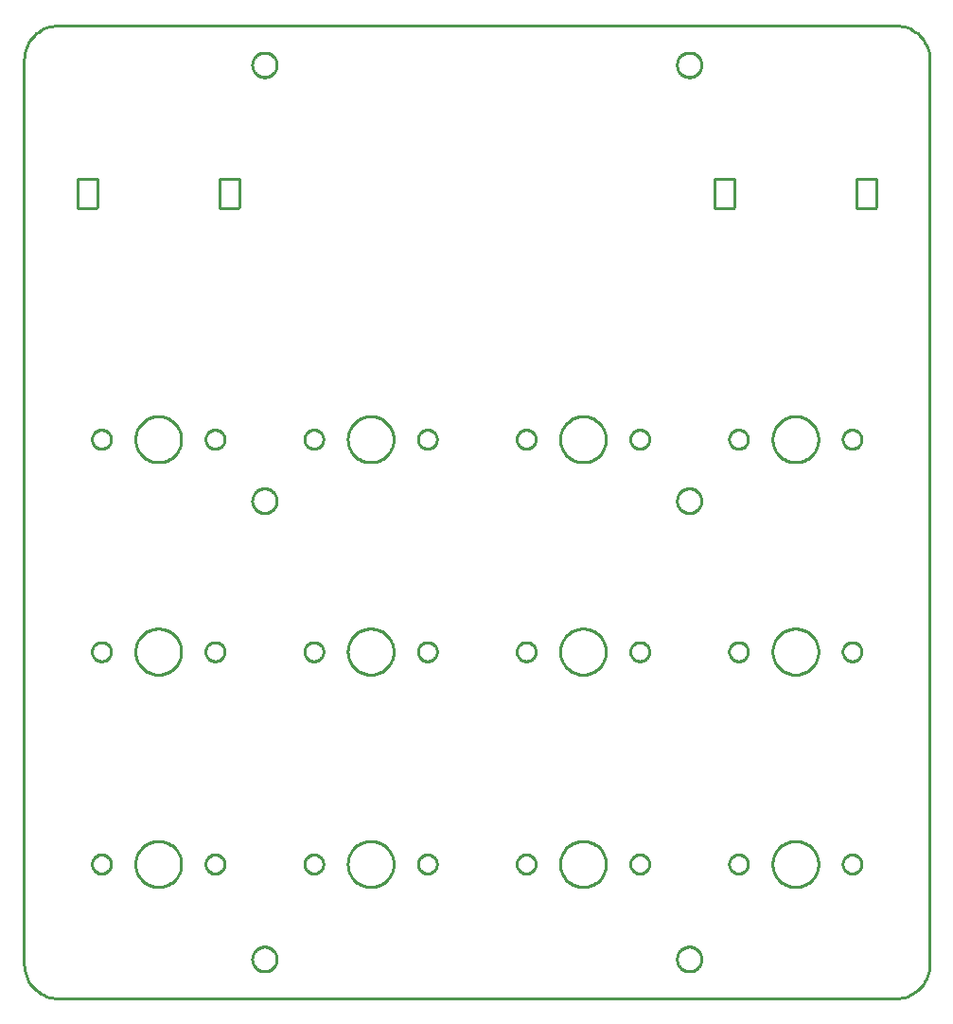
<source format=gbr>
G04 EAGLE Gerber RS-274X export*
G75*
%MOMM*%
%FSLAX34Y34*%
%LPD*%
%IN*%
%IPPOS*%
%AMOC8*
5,1,8,0,0,1.08239X$1,22.5*%
G01*
%ADD10C,0.000000*%
%ADD11C,0.254000*%


D10*
X0Y840000D02*
X0Y30000D01*
X9Y29275D01*
X35Y28551D01*
X79Y27827D01*
X140Y27105D01*
X219Y26384D01*
X315Y25665D01*
X428Y24949D01*
X559Y24236D01*
X707Y23526D01*
X872Y22821D01*
X1054Y22119D01*
X1253Y21422D01*
X1468Y20729D01*
X1701Y20043D01*
X1950Y19362D01*
X2215Y18687D01*
X2496Y18019D01*
X2794Y17358D01*
X3107Y16704D01*
X3436Y16058D01*
X3781Y15420D01*
X4141Y14791D01*
X4516Y14171D01*
X4906Y13560D01*
X5310Y12958D01*
X5729Y12366D01*
X6163Y11785D01*
X6610Y11214D01*
X7071Y10655D01*
X7545Y10106D01*
X8032Y9570D01*
X8532Y9045D01*
X9045Y8532D01*
X9570Y8032D01*
X10106Y7545D01*
X10655Y7071D01*
X11214Y6610D01*
X11785Y6163D01*
X12366Y5729D01*
X12958Y5310D01*
X13560Y4906D01*
X14171Y4516D01*
X14791Y4141D01*
X15420Y3781D01*
X16058Y3436D01*
X16704Y3107D01*
X17358Y2794D01*
X18019Y2496D01*
X18687Y2215D01*
X19362Y1950D01*
X20043Y1701D01*
X20729Y1468D01*
X21422Y1253D01*
X22119Y1054D01*
X22821Y872D01*
X23526Y707D01*
X24236Y559D01*
X24949Y428D01*
X25665Y315D01*
X26384Y219D01*
X27105Y140D01*
X27827Y79D01*
X28551Y35D01*
X29275Y9D01*
X30000Y0D01*
X780000Y0D01*
X780725Y9D01*
X781449Y35D01*
X782173Y79D01*
X782895Y140D01*
X783616Y219D01*
X784335Y315D01*
X785051Y428D01*
X785764Y559D01*
X786474Y707D01*
X787179Y872D01*
X787881Y1054D01*
X788578Y1253D01*
X789271Y1468D01*
X789957Y1701D01*
X790638Y1950D01*
X791313Y2215D01*
X791981Y2496D01*
X792642Y2794D01*
X793296Y3107D01*
X793942Y3436D01*
X794580Y3781D01*
X795209Y4141D01*
X795829Y4516D01*
X796440Y4906D01*
X797042Y5310D01*
X797634Y5729D01*
X798215Y6163D01*
X798786Y6610D01*
X799345Y7071D01*
X799894Y7545D01*
X800430Y8032D01*
X800955Y8532D01*
X801468Y9045D01*
X801968Y9570D01*
X802455Y10106D01*
X802929Y10655D01*
X803390Y11214D01*
X803837Y11785D01*
X804271Y12366D01*
X804690Y12958D01*
X805094Y13560D01*
X805484Y14171D01*
X805859Y14791D01*
X806219Y15420D01*
X806564Y16058D01*
X806893Y16704D01*
X807206Y17358D01*
X807504Y18019D01*
X807785Y18687D01*
X808050Y19362D01*
X808299Y20043D01*
X808532Y20729D01*
X808747Y21422D01*
X808946Y22119D01*
X809128Y22821D01*
X809293Y23526D01*
X809441Y24236D01*
X809572Y24949D01*
X809685Y25665D01*
X809781Y26384D01*
X809860Y27105D01*
X809921Y27827D01*
X809965Y28551D01*
X809991Y29275D01*
X810000Y30000D01*
X810000Y840000D01*
X809991Y840725D01*
X809965Y841449D01*
X809921Y842173D01*
X809860Y842895D01*
X809781Y843616D01*
X809685Y844335D01*
X809572Y845051D01*
X809441Y845764D01*
X809293Y846474D01*
X809128Y847179D01*
X808946Y847881D01*
X808747Y848578D01*
X808532Y849271D01*
X808299Y849957D01*
X808050Y850638D01*
X807785Y851313D01*
X807504Y851981D01*
X807206Y852642D01*
X806893Y853296D01*
X806564Y853942D01*
X806219Y854580D01*
X805859Y855209D01*
X805484Y855829D01*
X805094Y856440D01*
X804690Y857042D01*
X804271Y857634D01*
X803837Y858215D01*
X803390Y858786D01*
X802929Y859345D01*
X802455Y859894D01*
X801968Y860430D01*
X801468Y860955D01*
X800955Y861468D01*
X800430Y861968D01*
X799894Y862455D01*
X799345Y862929D01*
X798786Y863390D01*
X798215Y863837D01*
X797634Y864271D01*
X797042Y864690D01*
X796440Y865094D01*
X795829Y865484D01*
X795209Y865859D01*
X794580Y866219D01*
X793942Y866564D01*
X793296Y866893D01*
X792642Y867206D01*
X791981Y867504D01*
X791313Y867785D01*
X790638Y868050D01*
X789957Y868299D01*
X789271Y868532D01*
X788578Y868747D01*
X787881Y868946D01*
X787179Y869128D01*
X786474Y869293D01*
X785764Y869441D01*
X785051Y869572D01*
X784335Y869685D01*
X783616Y869781D01*
X782895Y869860D01*
X782173Y869921D01*
X781449Y869965D01*
X780725Y869991D01*
X780000Y870000D01*
X30000Y870000D01*
X29275Y869991D01*
X28551Y869965D01*
X27827Y869921D01*
X27105Y869860D01*
X26384Y869781D01*
X25665Y869685D01*
X24949Y869572D01*
X24236Y869441D01*
X23526Y869293D01*
X22821Y869128D01*
X22119Y868946D01*
X21422Y868747D01*
X20729Y868532D01*
X20043Y868299D01*
X19362Y868050D01*
X18687Y867785D01*
X18019Y867504D01*
X17358Y867206D01*
X16704Y866893D01*
X16058Y866564D01*
X15420Y866219D01*
X14791Y865859D01*
X14171Y865484D01*
X13560Y865094D01*
X12958Y864690D01*
X12366Y864271D01*
X11785Y863837D01*
X11214Y863390D01*
X10655Y862929D01*
X10106Y862455D01*
X9570Y861968D01*
X9045Y861468D01*
X8532Y860955D01*
X8032Y860430D01*
X7545Y859894D01*
X7071Y859345D01*
X6610Y858786D01*
X6163Y858215D01*
X5729Y857634D01*
X5310Y857042D01*
X4906Y856440D01*
X4516Y855829D01*
X4141Y855209D01*
X3781Y854580D01*
X3436Y853942D01*
X3107Y853296D01*
X2794Y852642D01*
X2496Y851981D01*
X2215Y851313D01*
X1950Y850638D01*
X1701Y849957D01*
X1468Y849271D01*
X1253Y848578D01*
X1054Y847881D01*
X872Y847179D01*
X707Y846474D01*
X559Y845764D01*
X428Y845051D01*
X315Y844335D01*
X219Y843616D01*
X140Y842895D01*
X79Y842173D01*
X35Y841449D01*
X9Y840725D01*
X0Y840000D01*
X204000Y35000D02*
X204003Y35270D01*
X204013Y35540D01*
X204030Y35809D01*
X204053Y36078D01*
X204083Y36347D01*
X204119Y36614D01*
X204162Y36881D01*
X204211Y37146D01*
X204267Y37410D01*
X204330Y37673D01*
X204398Y37934D01*
X204474Y38193D01*
X204555Y38450D01*
X204643Y38706D01*
X204737Y38959D01*
X204837Y39210D01*
X204944Y39458D01*
X205056Y39703D01*
X205175Y39946D01*
X205299Y40185D01*
X205429Y40422D01*
X205565Y40655D01*
X205707Y40885D01*
X205854Y41111D01*
X206007Y41334D01*
X206165Y41553D01*
X206328Y41768D01*
X206497Y41978D01*
X206671Y42185D01*
X206850Y42387D01*
X207033Y42585D01*
X207222Y42778D01*
X207415Y42967D01*
X207613Y43150D01*
X207815Y43329D01*
X208022Y43503D01*
X208232Y43672D01*
X208447Y43835D01*
X208666Y43993D01*
X208889Y44146D01*
X209115Y44293D01*
X209345Y44435D01*
X209578Y44571D01*
X209815Y44701D01*
X210054Y44825D01*
X210297Y44944D01*
X210542Y45056D01*
X210790Y45163D01*
X211041Y45263D01*
X211294Y45357D01*
X211550Y45445D01*
X211807Y45526D01*
X212066Y45602D01*
X212327Y45670D01*
X212590Y45733D01*
X212854Y45789D01*
X213119Y45838D01*
X213386Y45881D01*
X213653Y45917D01*
X213922Y45947D01*
X214191Y45970D01*
X214460Y45987D01*
X214730Y45997D01*
X215000Y46000D01*
X215270Y45997D01*
X215540Y45987D01*
X215809Y45970D01*
X216078Y45947D01*
X216347Y45917D01*
X216614Y45881D01*
X216881Y45838D01*
X217146Y45789D01*
X217410Y45733D01*
X217673Y45670D01*
X217934Y45602D01*
X218193Y45526D01*
X218450Y45445D01*
X218706Y45357D01*
X218959Y45263D01*
X219210Y45163D01*
X219458Y45056D01*
X219703Y44944D01*
X219946Y44825D01*
X220185Y44701D01*
X220422Y44571D01*
X220655Y44435D01*
X220885Y44293D01*
X221111Y44146D01*
X221334Y43993D01*
X221553Y43835D01*
X221768Y43672D01*
X221978Y43503D01*
X222185Y43329D01*
X222387Y43150D01*
X222585Y42967D01*
X222778Y42778D01*
X222967Y42585D01*
X223150Y42387D01*
X223329Y42185D01*
X223503Y41978D01*
X223672Y41768D01*
X223835Y41553D01*
X223993Y41334D01*
X224146Y41111D01*
X224293Y40885D01*
X224435Y40655D01*
X224571Y40422D01*
X224701Y40185D01*
X224825Y39946D01*
X224944Y39703D01*
X225056Y39458D01*
X225163Y39210D01*
X225263Y38959D01*
X225357Y38706D01*
X225445Y38450D01*
X225526Y38193D01*
X225602Y37934D01*
X225670Y37673D01*
X225733Y37410D01*
X225789Y37146D01*
X225838Y36881D01*
X225881Y36614D01*
X225917Y36347D01*
X225947Y36078D01*
X225970Y35809D01*
X225987Y35540D01*
X225997Y35270D01*
X226000Y35000D01*
X225997Y34730D01*
X225987Y34460D01*
X225970Y34191D01*
X225947Y33922D01*
X225917Y33653D01*
X225881Y33386D01*
X225838Y33119D01*
X225789Y32854D01*
X225733Y32590D01*
X225670Y32327D01*
X225602Y32066D01*
X225526Y31807D01*
X225445Y31550D01*
X225357Y31294D01*
X225263Y31041D01*
X225163Y30790D01*
X225056Y30542D01*
X224944Y30297D01*
X224825Y30054D01*
X224701Y29815D01*
X224571Y29578D01*
X224435Y29345D01*
X224293Y29115D01*
X224146Y28889D01*
X223993Y28666D01*
X223835Y28447D01*
X223672Y28232D01*
X223503Y28022D01*
X223329Y27815D01*
X223150Y27613D01*
X222967Y27415D01*
X222778Y27222D01*
X222585Y27033D01*
X222387Y26850D01*
X222185Y26671D01*
X221978Y26497D01*
X221768Y26328D01*
X221553Y26165D01*
X221334Y26007D01*
X221111Y25854D01*
X220885Y25707D01*
X220655Y25565D01*
X220422Y25429D01*
X220185Y25299D01*
X219946Y25175D01*
X219703Y25056D01*
X219458Y24944D01*
X219210Y24837D01*
X218959Y24737D01*
X218706Y24643D01*
X218450Y24555D01*
X218193Y24474D01*
X217934Y24398D01*
X217673Y24330D01*
X217410Y24267D01*
X217146Y24211D01*
X216881Y24162D01*
X216614Y24119D01*
X216347Y24083D01*
X216078Y24053D01*
X215809Y24030D01*
X215540Y24013D01*
X215270Y24003D01*
X215000Y24000D01*
X214730Y24003D01*
X214460Y24013D01*
X214191Y24030D01*
X213922Y24053D01*
X213653Y24083D01*
X213386Y24119D01*
X213119Y24162D01*
X212854Y24211D01*
X212590Y24267D01*
X212327Y24330D01*
X212066Y24398D01*
X211807Y24474D01*
X211550Y24555D01*
X211294Y24643D01*
X211041Y24737D01*
X210790Y24837D01*
X210542Y24944D01*
X210297Y25056D01*
X210054Y25175D01*
X209815Y25299D01*
X209578Y25429D01*
X209345Y25565D01*
X209115Y25707D01*
X208889Y25854D01*
X208666Y26007D01*
X208447Y26165D01*
X208232Y26328D01*
X208022Y26497D01*
X207815Y26671D01*
X207613Y26850D01*
X207415Y27033D01*
X207222Y27222D01*
X207033Y27415D01*
X206850Y27613D01*
X206671Y27815D01*
X206497Y28022D01*
X206328Y28232D01*
X206165Y28447D01*
X206007Y28666D01*
X205854Y28889D01*
X205707Y29115D01*
X205565Y29345D01*
X205429Y29578D01*
X205299Y29815D01*
X205175Y30054D01*
X205056Y30297D01*
X204944Y30542D01*
X204837Y30790D01*
X204737Y31041D01*
X204643Y31294D01*
X204555Y31550D01*
X204474Y31807D01*
X204398Y32066D01*
X204330Y32327D01*
X204267Y32590D01*
X204211Y32854D01*
X204162Y33119D01*
X204119Y33386D01*
X204083Y33653D01*
X204053Y33922D01*
X204030Y34191D01*
X204013Y34460D01*
X204003Y34730D01*
X204000Y35000D01*
X584000Y35000D02*
X584003Y35270D01*
X584013Y35540D01*
X584030Y35809D01*
X584053Y36078D01*
X584083Y36347D01*
X584119Y36614D01*
X584162Y36881D01*
X584211Y37146D01*
X584267Y37410D01*
X584330Y37673D01*
X584398Y37934D01*
X584474Y38193D01*
X584555Y38450D01*
X584643Y38706D01*
X584737Y38959D01*
X584837Y39210D01*
X584944Y39458D01*
X585056Y39703D01*
X585175Y39946D01*
X585299Y40185D01*
X585429Y40422D01*
X585565Y40655D01*
X585707Y40885D01*
X585854Y41111D01*
X586007Y41334D01*
X586165Y41553D01*
X586328Y41768D01*
X586497Y41978D01*
X586671Y42185D01*
X586850Y42387D01*
X587033Y42585D01*
X587222Y42778D01*
X587415Y42967D01*
X587613Y43150D01*
X587815Y43329D01*
X588022Y43503D01*
X588232Y43672D01*
X588447Y43835D01*
X588666Y43993D01*
X588889Y44146D01*
X589115Y44293D01*
X589345Y44435D01*
X589578Y44571D01*
X589815Y44701D01*
X590054Y44825D01*
X590297Y44944D01*
X590542Y45056D01*
X590790Y45163D01*
X591041Y45263D01*
X591294Y45357D01*
X591550Y45445D01*
X591807Y45526D01*
X592066Y45602D01*
X592327Y45670D01*
X592590Y45733D01*
X592854Y45789D01*
X593119Y45838D01*
X593386Y45881D01*
X593653Y45917D01*
X593922Y45947D01*
X594191Y45970D01*
X594460Y45987D01*
X594730Y45997D01*
X595000Y46000D01*
X595270Y45997D01*
X595540Y45987D01*
X595809Y45970D01*
X596078Y45947D01*
X596347Y45917D01*
X596614Y45881D01*
X596881Y45838D01*
X597146Y45789D01*
X597410Y45733D01*
X597673Y45670D01*
X597934Y45602D01*
X598193Y45526D01*
X598450Y45445D01*
X598706Y45357D01*
X598959Y45263D01*
X599210Y45163D01*
X599458Y45056D01*
X599703Y44944D01*
X599946Y44825D01*
X600185Y44701D01*
X600422Y44571D01*
X600655Y44435D01*
X600885Y44293D01*
X601111Y44146D01*
X601334Y43993D01*
X601553Y43835D01*
X601768Y43672D01*
X601978Y43503D01*
X602185Y43329D01*
X602387Y43150D01*
X602585Y42967D01*
X602778Y42778D01*
X602967Y42585D01*
X603150Y42387D01*
X603329Y42185D01*
X603503Y41978D01*
X603672Y41768D01*
X603835Y41553D01*
X603993Y41334D01*
X604146Y41111D01*
X604293Y40885D01*
X604435Y40655D01*
X604571Y40422D01*
X604701Y40185D01*
X604825Y39946D01*
X604944Y39703D01*
X605056Y39458D01*
X605163Y39210D01*
X605263Y38959D01*
X605357Y38706D01*
X605445Y38450D01*
X605526Y38193D01*
X605602Y37934D01*
X605670Y37673D01*
X605733Y37410D01*
X605789Y37146D01*
X605838Y36881D01*
X605881Y36614D01*
X605917Y36347D01*
X605947Y36078D01*
X605970Y35809D01*
X605987Y35540D01*
X605997Y35270D01*
X606000Y35000D01*
X605997Y34730D01*
X605987Y34460D01*
X605970Y34191D01*
X605947Y33922D01*
X605917Y33653D01*
X605881Y33386D01*
X605838Y33119D01*
X605789Y32854D01*
X605733Y32590D01*
X605670Y32327D01*
X605602Y32066D01*
X605526Y31807D01*
X605445Y31550D01*
X605357Y31294D01*
X605263Y31041D01*
X605163Y30790D01*
X605056Y30542D01*
X604944Y30297D01*
X604825Y30054D01*
X604701Y29815D01*
X604571Y29578D01*
X604435Y29345D01*
X604293Y29115D01*
X604146Y28889D01*
X603993Y28666D01*
X603835Y28447D01*
X603672Y28232D01*
X603503Y28022D01*
X603329Y27815D01*
X603150Y27613D01*
X602967Y27415D01*
X602778Y27222D01*
X602585Y27033D01*
X602387Y26850D01*
X602185Y26671D01*
X601978Y26497D01*
X601768Y26328D01*
X601553Y26165D01*
X601334Y26007D01*
X601111Y25854D01*
X600885Y25707D01*
X600655Y25565D01*
X600422Y25429D01*
X600185Y25299D01*
X599946Y25175D01*
X599703Y25056D01*
X599458Y24944D01*
X599210Y24837D01*
X598959Y24737D01*
X598706Y24643D01*
X598450Y24555D01*
X598193Y24474D01*
X597934Y24398D01*
X597673Y24330D01*
X597410Y24267D01*
X597146Y24211D01*
X596881Y24162D01*
X596614Y24119D01*
X596347Y24083D01*
X596078Y24053D01*
X595809Y24030D01*
X595540Y24013D01*
X595270Y24003D01*
X595000Y24000D01*
X594730Y24003D01*
X594460Y24013D01*
X594191Y24030D01*
X593922Y24053D01*
X593653Y24083D01*
X593386Y24119D01*
X593119Y24162D01*
X592854Y24211D01*
X592590Y24267D01*
X592327Y24330D01*
X592066Y24398D01*
X591807Y24474D01*
X591550Y24555D01*
X591294Y24643D01*
X591041Y24737D01*
X590790Y24837D01*
X590542Y24944D01*
X590297Y25056D01*
X590054Y25175D01*
X589815Y25299D01*
X589578Y25429D01*
X589345Y25565D01*
X589115Y25707D01*
X588889Y25854D01*
X588666Y26007D01*
X588447Y26165D01*
X588232Y26328D01*
X588022Y26497D01*
X587815Y26671D01*
X587613Y26850D01*
X587415Y27033D01*
X587222Y27222D01*
X587033Y27415D01*
X586850Y27613D01*
X586671Y27815D01*
X586497Y28022D01*
X586328Y28232D01*
X586165Y28447D01*
X586007Y28666D01*
X585854Y28889D01*
X585707Y29115D01*
X585565Y29345D01*
X585429Y29578D01*
X585299Y29815D01*
X585175Y30054D01*
X585056Y30297D01*
X584944Y30542D01*
X584837Y30790D01*
X584737Y31041D01*
X584643Y31294D01*
X584555Y31550D01*
X584474Y31807D01*
X584398Y32066D01*
X584330Y32327D01*
X584267Y32590D01*
X584211Y32854D01*
X584162Y33119D01*
X584119Y33386D01*
X584083Y33653D01*
X584053Y33922D01*
X584030Y34191D01*
X584013Y34460D01*
X584003Y34730D01*
X584000Y35000D01*
X584000Y445000D02*
X584003Y445270D01*
X584013Y445540D01*
X584030Y445809D01*
X584053Y446078D01*
X584083Y446347D01*
X584119Y446614D01*
X584162Y446881D01*
X584211Y447146D01*
X584267Y447410D01*
X584330Y447673D01*
X584398Y447934D01*
X584474Y448193D01*
X584555Y448450D01*
X584643Y448706D01*
X584737Y448959D01*
X584837Y449210D01*
X584944Y449458D01*
X585056Y449703D01*
X585175Y449946D01*
X585299Y450185D01*
X585429Y450422D01*
X585565Y450655D01*
X585707Y450885D01*
X585854Y451111D01*
X586007Y451334D01*
X586165Y451553D01*
X586328Y451768D01*
X586497Y451978D01*
X586671Y452185D01*
X586850Y452387D01*
X587033Y452585D01*
X587222Y452778D01*
X587415Y452967D01*
X587613Y453150D01*
X587815Y453329D01*
X588022Y453503D01*
X588232Y453672D01*
X588447Y453835D01*
X588666Y453993D01*
X588889Y454146D01*
X589115Y454293D01*
X589345Y454435D01*
X589578Y454571D01*
X589815Y454701D01*
X590054Y454825D01*
X590297Y454944D01*
X590542Y455056D01*
X590790Y455163D01*
X591041Y455263D01*
X591294Y455357D01*
X591550Y455445D01*
X591807Y455526D01*
X592066Y455602D01*
X592327Y455670D01*
X592590Y455733D01*
X592854Y455789D01*
X593119Y455838D01*
X593386Y455881D01*
X593653Y455917D01*
X593922Y455947D01*
X594191Y455970D01*
X594460Y455987D01*
X594730Y455997D01*
X595000Y456000D01*
X595270Y455997D01*
X595540Y455987D01*
X595809Y455970D01*
X596078Y455947D01*
X596347Y455917D01*
X596614Y455881D01*
X596881Y455838D01*
X597146Y455789D01*
X597410Y455733D01*
X597673Y455670D01*
X597934Y455602D01*
X598193Y455526D01*
X598450Y455445D01*
X598706Y455357D01*
X598959Y455263D01*
X599210Y455163D01*
X599458Y455056D01*
X599703Y454944D01*
X599946Y454825D01*
X600185Y454701D01*
X600422Y454571D01*
X600655Y454435D01*
X600885Y454293D01*
X601111Y454146D01*
X601334Y453993D01*
X601553Y453835D01*
X601768Y453672D01*
X601978Y453503D01*
X602185Y453329D01*
X602387Y453150D01*
X602585Y452967D01*
X602778Y452778D01*
X602967Y452585D01*
X603150Y452387D01*
X603329Y452185D01*
X603503Y451978D01*
X603672Y451768D01*
X603835Y451553D01*
X603993Y451334D01*
X604146Y451111D01*
X604293Y450885D01*
X604435Y450655D01*
X604571Y450422D01*
X604701Y450185D01*
X604825Y449946D01*
X604944Y449703D01*
X605056Y449458D01*
X605163Y449210D01*
X605263Y448959D01*
X605357Y448706D01*
X605445Y448450D01*
X605526Y448193D01*
X605602Y447934D01*
X605670Y447673D01*
X605733Y447410D01*
X605789Y447146D01*
X605838Y446881D01*
X605881Y446614D01*
X605917Y446347D01*
X605947Y446078D01*
X605970Y445809D01*
X605987Y445540D01*
X605997Y445270D01*
X606000Y445000D01*
X605997Y444730D01*
X605987Y444460D01*
X605970Y444191D01*
X605947Y443922D01*
X605917Y443653D01*
X605881Y443386D01*
X605838Y443119D01*
X605789Y442854D01*
X605733Y442590D01*
X605670Y442327D01*
X605602Y442066D01*
X605526Y441807D01*
X605445Y441550D01*
X605357Y441294D01*
X605263Y441041D01*
X605163Y440790D01*
X605056Y440542D01*
X604944Y440297D01*
X604825Y440054D01*
X604701Y439815D01*
X604571Y439578D01*
X604435Y439345D01*
X604293Y439115D01*
X604146Y438889D01*
X603993Y438666D01*
X603835Y438447D01*
X603672Y438232D01*
X603503Y438022D01*
X603329Y437815D01*
X603150Y437613D01*
X602967Y437415D01*
X602778Y437222D01*
X602585Y437033D01*
X602387Y436850D01*
X602185Y436671D01*
X601978Y436497D01*
X601768Y436328D01*
X601553Y436165D01*
X601334Y436007D01*
X601111Y435854D01*
X600885Y435707D01*
X600655Y435565D01*
X600422Y435429D01*
X600185Y435299D01*
X599946Y435175D01*
X599703Y435056D01*
X599458Y434944D01*
X599210Y434837D01*
X598959Y434737D01*
X598706Y434643D01*
X598450Y434555D01*
X598193Y434474D01*
X597934Y434398D01*
X597673Y434330D01*
X597410Y434267D01*
X597146Y434211D01*
X596881Y434162D01*
X596614Y434119D01*
X596347Y434083D01*
X596078Y434053D01*
X595809Y434030D01*
X595540Y434013D01*
X595270Y434003D01*
X595000Y434000D01*
X594730Y434003D01*
X594460Y434013D01*
X594191Y434030D01*
X593922Y434053D01*
X593653Y434083D01*
X593386Y434119D01*
X593119Y434162D01*
X592854Y434211D01*
X592590Y434267D01*
X592327Y434330D01*
X592066Y434398D01*
X591807Y434474D01*
X591550Y434555D01*
X591294Y434643D01*
X591041Y434737D01*
X590790Y434837D01*
X590542Y434944D01*
X590297Y435056D01*
X590054Y435175D01*
X589815Y435299D01*
X589578Y435429D01*
X589345Y435565D01*
X589115Y435707D01*
X588889Y435854D01*
X588666Y436007D01*
X588447Y436165D01*
X588232Y436328D01*
X588022Y436497D01*
X587815Y436671D01*
X587613Y436850D01*
X587415Y437033D01*
X587222Y437222D01*
X587033Y437415D01*
X586850Y437613D01*
X586671Y437815D01*
X586497Y438022D01*
X586328Y438232D01*
X586165Y438447D01*
X586007Y438666D01*
X585854Y438889D01*
X585707Y439115D01*
X585565Y439345D01*
X585429Y439578D01*
X585299Y439815D01*
X585175Y440054D01*
X585056Y440297D01*
X584944Y440542D01*
X584837Y440790D01*
X584737Y441041D01*
X584643Y441294D01*
X584555Y441550D01*
X584474Y441807D01*
X584398Y442066D01*
X584330Y442327D01*
X584267Y442590D01*
X584211Y442854D01*
X584162Y443119D01*
X584119Y443386D01*
X584083Y443653D01*
X584053Y443922D01*
X584030Y444191D01*
X584013Y444460D01*
X584003Y444730D01*
X584000Y445000D01*
X204000Y445000D02*
X204003Y445270D01*
X204013Y445540D01*
X204030Y445809D01*
X204053Y446078D01*
X204083Y446347D01*
X204119Y446614D01*
X204162Y446881D01*
X204211Y447146D01*
X204267Y447410D01*
X204330Y447673D01*
X204398Y447934D01*
X204474Y448193D01*
X204555Y448450D01*
X204643Y448706D01*
X204737Y448959D01*
X204837Y449210D01*
X204944Y449458D01*
X205056Y449703D01*
X205175Y449946D01*
X205299Y450185D01*
X205429Y450422D01*
X205565Y450655D01*
X205707Y450885D01*
X205854Y451111D01*
X206007Y451334D01*
X206165Y451553D01*
X206328Y451768D01*
X206497Y451978D01*
X206671Y452185D01*
X206850Y452387D01*
X207033Y452585D01*
X207222Y452778D01*
X207415Y452967D01*
X207613Y453150D01*
X207815Y453329D01*
X208022Y453503D01*
X208232Y453672D01*
X208447Y453835D01*
X208666Y453993D01*
X208889Y454146D01*
X209115Y454293D01*
X209345Y454435D01*
X209578Y454571D01*
X209815Y454701D01*
X210054Y454825D01*
X210297Y454944D01*
X210542Y455056D01*
X210790Y455163D01*
X211041Y455263D01*
X211294Y455357D01*
X211550Y455445D01*
X211807Y455526D01*
X212066Y455602D01*
X212327Y455670D01*
X212590Y455733D01*
X212854Y455789D01*
X213119Y455838D01*
X213386Y455881D01*
X213653Y455917D01*
X213922Y455947D01*
X214191Y455970D01*
X214460Y455987D01*
X214730Y455997D01*
X215000Y456000D01*
X215270Y455997D01*
X215540Y455987D01*
X215809Y455970D01*
X216078Y455947D01*
X216347Y455917D01*
X216614Y455881D01*
X216881Y455838D01*
X217146Y455789D01*
X217410Y455733D01*
X217673Y455670D01*
X217934Y455602D01*
X218193Y455526D01*
X218450Y455445D01*
X218706Y455357D01*
X218959Y455263D01*
X219210Y455163D01*
X219458Y455056D01*
X219703Y454944D01*
X219946Y454825D01*
X220185Y454701D01*
X220422Y454571D01*
X220655Y454435D01*
X220885Y454293D01*
X221111Y454146D01*
X221334Y453993D01*
X221553Y453835D01*
X221768Y453672D01*
X221978Y453503D01*
X222185Y453329D01*
X222387Y453150D01*
X222585Y452967D01*
X222778Y452778D01*
X222967Y452585D01*
X223150Y452387D01*
X223329Y452185D01*
X223503Y451978D01*
X223672Y451768D01*
X223835Y451553D01*
X223993Y451334D01*
X224146Y451111D01*
X224293Y450885D01*
X224435Y450655D01*
X224571Y450422D01*
X224701Y450185D01*
X224825Y449946D01*
X224944Y449703D01*
X225056Y449458D01*
X225163Y449210D01*
X225263Y448959D01*
X225357Y448706D01*
X225445Y448450D01*
X225526Y448193D01*
X225602Y447934D01*
X225670Y447673D01*
X225733Y447410D01*
X225789Y447146D01*
X225838Y446881D01*
X225881Y446614D01*
X225917Y446347D01*
X225947Y446078D01*
X225970Y445809D01*
X225987Y445540D01*
X225997Y445270D01*
X226000Y445000D01*
X225997Y444730D01*
X225987Y444460D01*
X225970Y444191D01*
X225947Y443922D01*
X225917Y443653D01*
X225881Y443386D01*
X225838Y443119D01*
X225789Y442854D01*
X225733Y442590D01*
X225670Y442327D01*
X225602Y442066D01*
X225526Y441807D01*
X225445Y441550D01*
X225357Y441294D01*
X225263Y441041D01*
X225163Y440790D01*
X225056Y440542D01*
X224944Y440297D01*
X224825Y440054D01*
X224701Y439815D01*
X224571Y439578D01*
X224435Y439345D01*
X224293Y439115D01*
X224146Y438889D01*
X223993Y438666D01*
X223835Y438447D01*
X223672Y438232D01*
X223503Y438022D01*
X223329Y437815D01*
X223150Y437613D01*
X222967Y437415D01*
X222778Y437222D01*
X222585Y437033D01*
X222387Y436850D01*
X222185Y436671D01*
X221978Y436497D01*
X221768Y436328D01*
X221553Y436165D01*
X221334Y436007D01*
X221111Y435854D01*
X220885Y435707D01*
X220655Y435565D01*
X220422Y435429D01*
X220185Y435299D01*
X219946Y435175D01*
X219703Y435056D01*
X219458Y434944D01*
X219210Y434837D01*
X218959Y434737D01*
X218706Y434643D01*
X218450Y434555D01*
X218193Y434474D01*
X217934Y434398D01*
X217673Y434330D01*
X217410Y434267D01*
X217146Y434211D01*
X216881Y434162D01*
X216614Y434119D01*
X216347Y434083D01*
X216078Y434053D01*
X215809Y434030D01*
X215540Y434013D01*
X215270Y434003D01*
X215000Y434000D01*
X214730Y434003D01*
X214460Y434013D01*
X214191Y434030D01*
X213922Y434053D01*
X213653Y434083D01*
X213386Y434119D01*
X213119Y434162D01*
X212854Y434211D01*
X212590Y434267D01*
X212327Y434330D01*
X212066Y434398D01*
X211807Y434474D01*
X211550Y434555D01*
X211294Y434643D01*
X211041Y434737D01*
X210790Y434837D01*
X210542Y434944D01*
X210297Y435056D01*
X210054Y435175D01*
X209815Y435299D01*
X209578Y435429D01*
X209345Y435565D01*
X209115Y435707D01*
X208889Y435854D01*
X208666Y436007D01*
X208447Y436165D01*
X208232Y436328D01*
X208022Y436497D01*
X207815Y436671D01*
X207613Y436850D01*
X207415Y437033D01*
X207222Y437222D01*
X207033Y437415D01*
X206850Y437613D01*
X206671Y437815D01*
X206497Y438022D01*
X206328Y438232D01*
X206165Y438447D01*
X206007Y438666D01*
X205854Y438889D01*
X205707Y439115D01*
X205565Y439345D01*
X205429Y439578D01*
X205299Y439815D01*
X205175Y440054D01*
X205056Y440297D01*
X204944Y440542D01*
X204837Y440790D01*
X204737Y441041D01*
X204643Y441294D01*
X204555Y441550D01*
X204474Y441807D01*
X204398Y442066D01*
X204330Y442327D01*
X204267Y442590D01*
X204211Y442854D01*
X204162Y443119D01*
X204119Y443386D01*
X204083Y443653D01*
X204053Y443922D01*
X204030Y444191D01*
X204013Y444460D01*
X204003Y444730D01*
X204000Y445000D01*
X204000Y835000D02*
X204003Y835270D01*
X204013Y835540D01*
X204030Y835809D01*
X204053Y836078D01*
X204083Y836347D01*
X204119Y836614D01*
X204162Y836881D01*
X204211Y837146D01*
X204267Y837410D01*
X204330Y837673D01*
X204398Y837934D01*
X204474Y838193D01*
X204555Y838450D01*
X204643Y838706D01*
X204737Y838959D01*
X204837Y839210D01*
X204944Y839458D01*
X205056Y839703D01*
X205175Y839946D01*
X205299Y840185D01*
X205429Y840422D01*
X205565Y840655D01*
X205707Y840885D01*
X205854Y841111D01*
X206007Y841334D01*
X206165Y841553D01*
X206328Y841768D01*
X206497Y841978D01*
X206671Y842185D01*
X206850Y842387D01*
X207033Y842585D01*
X207222Y842778D01*
X207415Y842967D01*
X207613Y843150D01*
X207815Y843329D01*
X208022Y843503D01*
X208232Y843672D01*
X208447Y843835D01*
X208666Y843993D01*
X208889Y844146D01*
X209115Y844293D01*
X209345Y844435D01*
X209578Y844571D01*
X209815Y844701D01*
X210054Y844825D01*
X210297Y844944D01*
X210542Y845056D01*
X210790Y845163D01*
X211041Y845263D01*
X211294Y845357D01*
X211550Y845445D01*
X211807Y845526D01*
X212066Y845602D01*
X212327Y845670D01*
X212590Y845733D01*
X212854Y845789D01*
X213119Y845838D01*
X213386Y845881D01*
X213653Y845917D01*
X213922Y845947D01*
X214191Y845970D01*
X214460Y845987D01*
X214730Y845997D01*
X215000Y846000D01*
X215270Y845997D01*
X215540Y845987D01*
X215809Y845970D01*
X216078Y845947D01*
X216347Y845917D01*
X216614Y845881D01*
X216881Y845838D01*
X217146Y845789D01*
X217410Y845733D01*
X217673Y845670D01*
X217934Y845602D01*
X218193Y845526D01*
X218450Y845445D01*
X218706Y845357D01*
X218959Y845263D01*
X219210Y845163D01*
X219458Y845056D01*
X219703Y844944D01*
X219946Y844825D01*
X220185Y844701D01*
X220422Y844571D01*
X220655Y844435D01*
X220885Y844293D01*
X221111Y844146D01*
X221334Y843993D01*
X221553Y843835D01*
X221768Y843672D01*
X221978Y843503D01*
X222185Y843329D01*
X222387Y843150D01*
X222585Y842967D01*
X222778Y842778D01*
X222967Y842585D01*
X223150Y842387D01*
X223329Y842185D01*
X223503Y841978D01*
X223672Y841768D01*
X223835Y841553D01*
X223993Y841334D01*
X224146Y841111D01*
X224293Y840885D01*
X224435Y840655D01*
X224571Y840422D01*
X224701Y840185D01*
X224825Y839946D01*
X224944Y839703D01*
X225056Y839458D01*
X225163Y839210D01*
X225263Y838959D01*
X225357Y838706D01*
X225445Y838450D01*
X225526Y838193D01*
X225602Y837934D01*
X225670Y837673D01*
X225733Y837410D01*
X225789Y837146D01*
X225838Y836881D01*
X225881Y836614D01*
X225917Y836347D01*
X225947Y836078D01*
X225970Y835809D01*
X225987Y835540D01*
X225997Y835270D01*
X226000Y835000D01*
X225997Y834730D01*
X225987Y834460D01*
X225970Y834191D01*
X225947Y833922D01*
X225917Y833653D01*
X225881Y833386D01*
X225838Y833119D01*
X225789Y832854D01*
X225733Y832590D01*
X225670Y832327D01*
X225602Y832066D01*
X225526Y831807D01*
X225445Y831550D01*
X225357Y831294D01*
X225263Y831041D01*
X225163Y830790D01*
X225056Y830542D01*
X224944Y830297D01*
X224825Y830054D01*
X224701Y829815D01*
X224571Y829578D01*
X224435Y829345D01*
X224293Y829115D01*
X224146Y828889D01*
X223993Y828666D01*
X223835Y828447D01*
X223672Y828232D01*
X223503Y828022D01*
X223329Y827815D01*
X223150Y827613D01*
X222967Y827415D01*
X222778Y827222D01*
X222585Y827033D01*
X222387Y826850D01*
X222185Y826671D01*
X221978Y826497D01*
X221768Y826328D01*
X221553Y826165D01*
X221334Y826007D01*
X221111Y825854D01*
X220885Y825707D01*
X220655Y825565D01*
X220422Y825429D01*
X220185Y825299D01*
X219946Y825175D01*
X219703Y825056D01*
X219458Y824944D01*
X219210Y824837D01*
X218959Y824737D01*
X218706Y824643D01*
X218450Y824555D01*
X218193Y824474D01*
X217934Y824398D01*
X217673Y824330D01*
X217410Y824267D01*
X217146Y824211D01*
X216881Y824162D01*
X216614Y824119D01*
X216347Y824083D01*
X216078Y824053D01*
X215809Y824030D01*
X215540Y824013D01*
X215270Y824003D01*
X215000Y824000D01*
X214730Y824003D01*
X214460Y824013D01*
X214191Y824030D01*
X213922Y824053D01*
X213653Y824083D01*
X213386Y824119D01*
X213119Y824162D01*
X212854Y824211D01*
X212590Y824267D01*
X212327Y824330D01*
X212066Y824398D01*
X211807Y824474D01*
X211550Y824555D01*
X211294Y824643D01*
X211041Y824737D01*
X210790Y824837D01*
X210542Y824944D01*
X210297Y825056D01*
X210054Y825175D01*
X209815Y825299D01*
X209578Y825429D01*
X209345Y825565D01*
X209115Y825707D01*
X208889Y825854D01*
X208666Y826007D01*
X208447Y826165D01*
X208232Y826328D01*
X208022Y826497D01*
X207815Y826671D01*
X207613Y826850D01*
X207415Y827033D01*
X207222Y827222D01*
X207033Y827415D01*
X206850Y827613D01*
X206671Y827815D01*
X206497Y828022D01*
X206328Y828232D01*
X206165Y828447D01*
X206007Y828666D01*
X205854Y828889D01*
X205707Y829115D01*
X205565Y829345D01*
X205429Y829578D01*
X205299Y829815D01*
X205175Y830054D01*
X205056Y830297D01*
X204944Y830542D01*
X204837Y830790D01*
X204737Y831041D01*
X204643Y831294D01*
X204555Y831550D01*
X204474Y831807D01*
X204398Y832066D01*
X204330Y832327D01*
X204267Y832590D01*
X204211Y832854D01*
X204162Y833119D01*
X204119Y833386D01*
X204083Y833653D01*
X204053Y833922D01*
X204030Y834191D01*
X204013Y834460D01*
X204003Y834730D01*
X204000Y835000D01*
X584000Y835000D02*
X584003Y835270D01*
X584013Y835540D01*
X584030Y835809D01*
X584053Y836078D01*
X584083Y836347D01*
X584119Y836614D01*
X584162Y836881D01*
X584211Y837146D01*
X584267Y837410D01*
X584330Y837673D01*
X584398Y837934D01*
X584474Y838193D01*
X584555Y838450D01*
X584643Y838706D01*
X584737Y838959D01*
X584837Y839210D01*
X584944Y839458D01*
X585056Y839703D01*
X585175Y839946D01*
X585299Y840185D01*
X585429Y840422D01*
X585565Y840655D01*
X585707Y840885D01*
X585854Y841111D01*
X586007Y841334D01*
X586165Y841553D01*
X586328Y841768D01*
X586497Y841978D01*
X586671Y842185D01*
X586850Y842387D01*
X587033Y842585D01*
X587222Y842778D01*
X587415Y842967D01*
X587613Y843150D01*
X587815Y843329D01*
X588022Y843503D01*
X588232Y843672D01*
X588447Y843835D01*
X588666Y843993D01*
X588889Y844146D01*
X589115Y844293D01*
X589345Y844435D01*
X589578Y844571D01*
X589815Y844701D01*
X590054Y844825D01*
X590297Y844944D01*
X590542Y845056D01*
X590790Y845163D01*
X591041Y845263D01*
X591294Y845357D01*
X591550Y845445D01*
X591807Y845526D01*
X592066Y845602D01*
X592327Y845670D01*
X592590Y845733D01*
X592854Y845789D01*
X593119Y845838D01*
X593386Y845881D01*
X593653Y845917D01*
X593922Y845947D01*
X594191Y845970D01*
X594460Y845987D01*
X594730Y845997D01*
X595000Y846000D01*
X595270Y845997D01*
X595540Y845987D01*
X595809Y845970D01*
X596078Y845947D01*
X596347Y845917D01*
X596614Y845881D01*
X596881Y845838D01*
X597146Y845789D01*
X597410Y845733D01*
X597673Y845670D01*
X597934Y845602D01*
X598193Y845526D01*
X598450Y845445D01*
X598706Y845357D01*
X598959Y845263D01*
X599210Y845163D01*
X599458Y845056D01*
X599703Y844944D01*
X599946Y844825D01*
X600185Y844701D01*
X600422Y844571D01*
X600655Y844435D01*
X600885Y844293D01*
X601111Y844146D01*
X601334Y843993D01*
X601553Y843835D01*
X601768Y843672D01*
X601978Y843503D01*
X602185Y843329D01*
X602387Y843150D01*
X602585Y842967D01*
X602778Y842778D01*
X602967Y842585D01*
X603150Y842387D01*
X603329Y842185D01*
X603503Y841978D01*
X603672Y841768D01*
X603835Y841553D01*
X603993Y841334D01*
X604146Y841111D01*
X604293Y840885D01*
X604435Y840655D01*
X604571Y840422D01*
X604701Y840185D01*
X604825Y839946D01*
X604944Y839703D01*
X605056Y839458D01*
X605163Y839210D01*
X605263Y838959D01*
X605357Y838706D01*
X605445Y838450D01*
X605526Y838193D01*
X605602Y837934D01*
X605670Y837673D01*
X605733Y837410D01*
X605789Y837146D01*
X605838Y836881D01*
X605881Y836614D01*
X605917Y836347D01*
X605947Y836078D01*
X605970Y835809D01*
X605987Y835540D01*
X605997Y835270D01*
X606000Y835000D01*
X605997Y834730D01*
X605987Y834460D01*
X605970Y834191D01*
X605947Y833922D01*
X605917Y833653D01*
X605881Y833386D01*
X605838Y833119D01*
X605789Y832854D01*
X605733Y832590D01*
X605670Y832327D01*
X605602Y832066D01*
X605526Y831807D01*
X605445Y831550D01*
X605357Y831294D01*
X605263Y831041D01*
X605163Y830790D01*
X605056Y830542D01*
X604944Y830297D01*
X604825Y830054D01*
X604701Y829815D01*
X604571Y829578D01*
X604435Y829345D01*
X604293Y829115D01*
X604146Y828889D01*
X603993Y828666D01*
X603835Y828447D01*
X603672Y828232D01*
X603503Y828022D01*
X603329Y827815D01*
X603150Y827613D01*
X602967Y827415D01*
X602778Y827222D01*
X602585Y827033D01*
X602387Y826850D01*
X602185Y826671D01*
X601978Y826497D01*
X601768Y826328D01*
X601553Y826165D01*
X601334Y826007D01*
X601111Y825854D01*
X600885Y825707D01*
X600655Y825565D01*
X600422Y825429D01*
X600185Y825299D01*
X599946Y825175D01*
X599703Y825056D01*
X599458Y824944D01*
X599210Y824837D01*
X598959Y824737D01*
X598706Y824643D01*
X598450Y824555D01*
X598193Y824474D01*
X597934Y824398D01*
X597673Y824330D01*
X597410Y824267D01*
X597146Y824211D01*
X596881Y824162D01*
X596614Y824119D01*
X596347Y824083D01*
X596078Y824053D01*
X595809Y824030D01*
X595540Y824013D01*
X595270Y824003D01*
X595000Y824000D01*
X594730Y824003D01*
X594460Y824013D01*
X594191Y824030D01*
X593922Y824053D01*
X593653Y824083D01*
X593386Y824119D01*
X593119Y824162D01*
X592854Y824211D01*
X592590Y824267D01*
X592327Y824330D01*
X592066Y824398D01*
X591807Y824474D01*
X591550Y824555D01*
X591294Y824643D01*
X591041Y824737D01*
X590790Y824837D01*
X590542Y824944D01*
X590297Y825056D01*
X590054Y825175D01*
X589815Y825299D01*
X589578Y825429D01*
X589345Y825565D01*
X589115Y825707D01*
X588889Y825854D01*
X588666Y826007D01*
X588447Y826165D01*
X588232Y826328D01*
X588022Y826497D01*
X587815Y826671D01*
X587613Y826850D01*
X587415Y827033D01*
X587222Y827222D01*
X587033Y827415D01*
X586850Y827613D01*
X586671Y827815D01*
X586497Y828022D01*
X586328Y828232D01*
X586165Y828447D01*
X586007Y828666D01*
X585854Y828889D01*
X585707Y829115D01*
X585565Y829345D01*
X585429Y829578D01*
X585299Y829815D01*
X585175Y830054D01*
X585056Y830297D01*
X584944Y830542D01*
X584837Y830790D01*
X584737Y831041D01*
X584643Y831294D01*
X584555Y831550D01*
X584474Y831807D01*
X584398Y832066D01*
X584330Y832327D01*
X584267Y832590D01*
X584211Y832854D01*
X584162Y833119D01*
X584119Y833386D01*
X584083Y833653D01*
X584053Y833922D01*
X584030Y834191D01*
X584013Y834460D01*
X584003Y834730D01*
X584000Y835000D01*
X162300Y120000D02*
X162303Y120209D01*
X162310Y120417D01*
X162323Y120625D01*
X162341Y120833D01*
X162364Y121040D01*
X162392Y121247D01*
X162425Y121453D01*
X162463Y121658D01*
X162507Y121862D01*
X162555Y122065D01*
X162608Y122267D01*
X162666Y122467D01*
X162729Y122666D01*
X162797Y122864D01*
X162870Y123059D01*
X162947Y123253D01*
X163029Y123445D01*
X163116Y123634D01*
X163208Y123822D01*
X163304Y124007D01*
X163404Y124190D01*
X163509Y124370D01*
X163619Y124547D01*
X163733Y124722D01*
X163851Y124894D01*
X163973Y125063D01*
X164099Y125229D01*
X164229Y125392D01*
X164364Y125552D01*
X164502Y125708D01*
X164644Y125861D01*
X164790Y126010D01*
X164939Y126156D01*
X165092Y126298D01*
X165248Y126436D01*
X165408Y126571D01*
X165571Y126701D01*
X165737Y126827D01*
X165906Y126949D01*
X166078Y127067D01*
X166253Y127181D01*
X166430Y127291D01*
X166610Y127396D01*
X166793Y127496D01*
X166978Y127592D01*
X167166Y127684D01*
X167355Y127771D01*
X167547Y127853D01*
X167741Y127930D01*
X167936Y128003D01*
X168134Y128071D01*
X168333Y128134D01*
X168533Y128192D01*
X168735Y128245D01*
X168938Y128293D01*
X169142Y128337D01*
X169347Y128375D01*
X169553Y128408D01*
X169760Y128436D01*
X169967Y128459D01*
X170175Y128477D01*
X170383Y128490D01*
X170591Y128497D01*
X170800Y128500D01*
X171009Y128497D01*
X171217Y128490D01*
X171425Y128477D01*
X171633Y128459D01*
X171840Y128436D01*
X172047Y128408D01*
X172253Y128375D01*
X172458Y128337D01*
X172662Y128293D01*
X172865Y128245D01*
X173067Y128192D01*
X173267Y128134D01*
X173466Y128071D01*
X173664Y128003D01*
X173859Y127930D01*
X174053Y127853D01*
X174245Y127771D01*
X174434Y127684D01*
X174622Y127592D01*
X174807Y127496D01*
X174990Y127396D01*
X175170Y127291D01*
X175347Y127181D01*
X175522Y127067D01*
X175694Y126949D01*
X175863Y126827D01*
X176029Y126701D01*
X176192Y126571D01*
X176352Y126436D01*
X176508Y126298D01*
X176661Y126156D01*
X176810Y126010D01*
X176956Y125861D01*
X177098Y125708D01*
X177236Y125552D01*
X177371Y125392D01*
X177501Y125229D01*
X177627Y125063D01*
X177749Y124894D01*
X177867Y124722D01*
X177981Y124547D01*
X178091Y124370D01*
X178196Y124190D01*
X178296Y124007D01*
X178392Y123822D01*
X178484Y123634D01*
X178571Y123445D01*
X178653Y123253D01*
X178730Y123059D01*
X178803Y122864D01*
X178871Y122666D01*
X178934Y122467D01*
X178992Y122267D01*
X179045Y122065D01*
X179093Y121862D01*
X179137Y121658D01*
X179175Y121453D01*
X179208Y121247D01*
X179236Y121040D01*
X179259Y120833D01*
X179277Y120625D01*
X179290Y120417D01*
X179297Y120209D01*
X179300Y120000D01*
X179297Y119791D01*
X179290Y119583D01*
X179277Y119375D01*
X179259Y119167D01*
X179236Y118960D01*
X179208Y118753D01*
X179175Y118547D01*
X179137Y118342D01*
X179093Y118138D01*
X179045Y117935D01*
X178992Y117733D01*
X178934Y117533D01*
X178871Y117334D01*
X178803Y117136D01*
X178730Y116941D01*
X178653Y116747D01*
X178571Y116555D01*
X178484Y116366D01*
X178392Y116178D01*
X178296Y115993D01*
X178196Y115810D01*
X178091Y115630D01*
X177981Y115453D01*
X177867Y115278D01*
X177749Y115106D01*
X177627Y114937D01*
X177501Y114771D01*
X177371Y114608D01*
X177236Y114448D01*
X177098Y114292D01*
X176956Y114139D01*
X176810Y113990D01*
X176661Y113844D01*
X176508Y113702D01*
X176352Y113564D01*
X176192Y113429D01*
X176029Y113299D01*
X175863Y113173D01*
X175694Y113051D01*
X175522Y112933D01*
X175347Y112819D01*
X175170Y112709D01*
X174990Y112604D01*
X174807Y112504D01*
X174622Y112408D01*
X174434Y112316D01*
X174245Y112229D01*
X174053Y112147D01*
X173859Y112070D01*
X173664Y111997D01*
X173466Y111929D01*
X173267Y111866D01*
X173067Y111808D01*
X172865Y111755D01*
X172662Y111707D01*
X172458Y111663D01*
X172253Y111625D01*
X172047Y111592D01*
X171840Y111564D01*
X171633Y111541D01*
X171425Y111523D01*
X171217Y111510D01*
X171009Y111503D01*
X170800Y111500D01*
X170591Y111503D01*
X170383Y111510D01*
X170175Y111523D01*
X169967Y111541D01*
X169760Y111564D01*
X169553Y111592D01*
X169347Y111625D01*
X169142Y111663D01*
X168938Y111707D01*
X168735Y111755D01*
X168533Y111808D01*
X168333Y111866D01*
X168134Y111929D01*
X167936Y111997D01*
X167741Y112070D01*
X167547Y112147D01*
X167355Y112229D01*
X167166Y112316D01*
X166978Y112408D01*
X166793Y112504D01*
X166610Y112604D01*
X166430Y112709D01*
X166253Y112819D01*
X166078Y112933D01*
X165906Y113051D01*
X165737Y113173D01*
X165571Y113299D01*
X165408Y113429D01*
X165248Y113564D01*
X165092Y113702D01*
X164939Y113844D01*
X164790Y113990D01*
X164644Y114139D01*
X164502Y114292D01*
X164364Y114448D01*
X164229Y114608D01*
X164099Y114771D01*
X163973Y114937D01*
X163851Y115106D01*
X163733Y115278D01*
X163619Y115453D01*
X163509Y115630D01*
X163404Y115810D01*
X163304Y115993D01*
X163208Y116178D01*
X163116Y116366D01*
X163029Y116555D01*
X162947Y116747D01*
X162870Y116941D01*
X162797Y117136D01*
X162729Y117334D01*
X162666Y117533D01*
X162608Y117733D01*
X162555Y117935D01*
X162507Y118138D01*
X162463Y118342D01*
X162425Y118547D01*
X162392Y118753D01*
X162364Y118960D01*
X162341Y119167D01*
X162323Y119375D01*
X162310Y119583D01*
X162303Y119791D01*
X162300Y120000D01*
X60700Y120000D02*
X60703Y120209D01*
X60710Y120417D01*
X60723Y120625D01*
X60741Y120833D01*
X60764Y121040D01*
X60792Y121247D01*
X60825Y121453D01*
X60863Y121658D01*
X60907Y121862D01*
X60955Y122065D01*
X61008Y122267D01*
X61066Y122467D01*
X61129Y122666D01*
X61197Y122864D01*
X61270Y123059D01*
X61347Y123253D01*
X61429Y123445D01*
X61516Y123634D01*
X61608Y123822D01*
X61704Y124007D01*
X61804Y124190D01*
X61909Y124370D01*
X62019Y124547D01*
X62133Y124722D01*
X62251Y124894D01*
X62373Y125063D01*
X62499Y125229D01*
X62629Y125392D01*
X62764Y125552D01*
X62902Y125708D01*
X63044Y125861D01*
X63190Y126010D01*
X63339Y126156D01*
X63492Y126298D01*
X63648Y126436D01*
X63808Y126571D01*
X63971Y126701D01*
X64137Y126827D01*
X64306Y126949D01*
X64478Y127067D01*
X64653Y127181D01*
X64830Y127291D01*
X65010Y127396D01*
X65193Y127496D01*
X65378Y127592D01*
X65566Y127684D01*
X65755Y127771D01*
X65947Y127853D01*
X66141Y127930D01*
X66336Y128003D01*
X66534Y128071D01*
X66733Y128134D01*
X66933Y128192D01*
X67135Y128245D01*
X67338Y128293D01*
X67542Y128337D01*
X67747Y128375D01*
X67953Y128408D01*
X68160Y128436D01*
X68367Y128459D01*
X68575Y128477D01*
X68783Y128490D01*
X68991Y128497D01*
X69200Y128500D01*
X69409Y128497D01*
X69617Y128490D01*
X69825Y128477D01*
X70033Y128459D01*
X70240Y128436D01*
X70447Y128408D01*
X70653Y128375D01*
X70858Y128337D01*
X71062Y128293D01*
X71265Y128245D01*
X71467Y128192D01*
X71667Y128134D01*
X71866Y128071D01*
X72064Y128003D01*
X72259Y127930D01*
X72453Y127853D01*
X72645Y127771D01*
X72834Y127684D01*
X73022Y127592D01*
X73207Y127496D01*
X73390Y127396D01*
X73570Y127291D01*
X73747Y127181D01*
X73922Y127067D01*
X74094Y126949D01*
X74263Y126827D01*
X74429Y126701D01*
X74592Y126571D01*
X74752Y126436D01*
X74908Y126298D01*
X75061Y126156D01*
X75210Y126010D01*
X75356Y125861D01*
X75498Y125708D01*
X75636Y125552D01*
X75771Y125392D01*
X75901Y125229D01*
X76027Y125063D01*
X76149Y124894D01*
X76267Y124722D01*
X76381Y124547D01*
X76491Y124370D01*
X76596Y124190D01*
X76696Y124007D01*
X76792Y123822D01*
X76884Y123634D01*
X76971Y123445D01*
X77053Y123253D01*
X77130Y123059D01*
X77203Y122864D01*
X77271Y122666D01*
X77334Y122467D01*
X77392Y122267D01*
X77445Y122065D01*
X77493Y121862D01*
X77537Y121658D01*
X77575Y121453D01*
X77608Y121247D01*
X77636Y121040D01*
X77659Y120833D01*
X77677Y120625D01*
X77690Y120417D01*
X77697Y120209D01*
X77700Y120000D01*
X77697Y119791D01*
X77690Y119583D01*
X77677Y119375D01*
X77659Y119167D01*
X77636Y118960D01*
X77608Y118753D01*
X77575Y118547D01*
X77537Y118342D01*
X77493Y118138D01*
X77445Y117935D01*
X77392Y117733D01*
X77334Y117533D01*
X77271Y117334D01*
X77203Y117136D01*
X77130Y116941D01*
X77053Y116747D01*
X76971Y116555D01*
X76884Y116366D01*
X76792Y116178D01*
X76696Y115993D01*
X76596Y115810D01*
X76491Y115630D01*
X76381Y115453D01*
X76267Y115278D01*
X76149Y115106D01*
X76027Y114937D01*
X75901Y114771D01*
X75771Y114608D01*
X75636Y114448D01*
X75498Y114292D01*
X75356Y114139D01*
X75210Y113990D01*
X75061Y113844D01*
X74908Y113702D01*
X74752Y113564D01*
X74592Y113429D01*
X74429Y113299D01*
X74263Y113173D01*
X74094Y113051D01*
X73922Y112933D01*
X73747Y112819D01*
X73570Y112709D01*
X73390Y112604D01*
X73207Y112504D01*
X73022Y112408D01*
X72834Y112316D01*
X72645Y112229D01*
X72453Y112147D01*
X72259Y112070D01*
X72064Y111997D01*
X71866Y111929D01*
X71667Y111866D01*
X71467Y111808D01*
X71265Y111755D01*
X71062Y111707D01*
X70858Y111663D01*
X70653Y111625D01*
X70447Y111592D01*
X70240Y111564D01*
X70033Y111541D01*
X69825Y111523D01*
X69617Y111510D01*
X69409Y111503D01*
X69200Y111500D01*
X68991Y111503D01*
X68783Y111510D01*
X68575Y111523D01*
X68367Y111541D01*
X68160Y111564D01*
X67953Y111592D01*
X67747Y111625D01*
X67542Y111663D01*
X67338Y111707D01*
X67135Y111755D01*
X66933Y111808D01*
X66733Y111866D01*
X66534Y111929D01*
X66336Y111997D01*
X66141Y112070D01*
X65947Y112147D01*
X65755Y112229D01*
X65566Y112316D01*
X65378Y112408D01*
X65193Y112504D01*
X65010Y112604D01*
X64830Y112709D01*
X64653Y112819D01*
X64478Y112933D01*
X64306Y113051D01*
X64137Y113173D01*
X63971Y113299D01*
X63808Y113429D01*
X63648Y113564D01*
X63492Y113702D01*
X63339Y113844D01*
X63190Y113990D01*
X63044Y114139D01*
X62902Y114292D01*
X62764Y114448D01*
X62629Y114608D01*
X62499Y114771D01*
X62373Y114937D01*
X62251Y115106D01*
X62133Y115278D01*
X62019Y115453D01*
X61909Y115630D01*
X61804Y115810D01*
X61704Y115993D01*
X61608Y116178D01*
X61516Y116366D01*
X61429Y116555D01*
X61347Y116747D01*
X61270Y116941D01*
X61197Y117136D01*
X61129Y117334D01*
X61066Y117533D01*
X61008Y117733D01*
X60955Y117935D01*
X60907Y118138D01*
X60863Y118342D01*
X60825Y118547D01*
X60792Y118753D01*
X60764Y118960D01*
X60741Y119167D01*
X60723Y119375D01*
X60710Y119583D01*
X60703Y119791D01*
X60700Y120000D01*
X99500Y120000D02*
X99506Y120503D01*
X99525Y121006D01*
X99556Y121508D01*
X99599Y122009D01*
X99654Y122509D01*
X99722Y123008D01*
X99802Y123505D01*
X99894Y123999D01*
X99998Y124492D01*
X100114Y124981D01*
X100243Y125468D01*
X100383Y125951D01*
X100535Y126430D01*
X100698Y126906D01*
X100874Y127378D01*
X101060Y127845D01*
X101259Y128307D01*
X101468Y128765D01*
X101689Y129217D01*
X101921Y129664D01*
X102163Y130104D01*
X102417Y130539D01*
X102681Y130967D01*
X102955Y131389D01*
X103240Y131804D01*
X103534Y132212D01*
X103839Y132612D01*
X104153Y133005D01*
X104477Y133390D01*
X104811Y133767D01*
X105153Y134136D01*
X105504Y134496D01*
X105864Y134847D01*
X106233Y135189D01*
X106610Y135523D01*
X106995Y135847D01*
X107388Y136161D01*
X107788Y136466D01*
X108196Y136760D01*
X108611Y137045D01*
X109033Y137319D01*
X109461Y137583D01*
X109896Y137837D01*
X110336Y138079D01*
X110783Y138311D01*
X111235Y138532D01*
X111693Y138741D01*
X112155Y138940D01*
X112622Y139126D01*
X113094Y139302D01*
X113570Y139465D01*
X114049Y139617D01*
X114532Y139757D01*
X115019Y139886D01*
X115508Y140002D01*
X116001Y140106D01*
X116495Y140198D01*
X116992Y140278D01*
X117491Y140346D01*
X117991Y140401D01*
X118492Y140444D01*
X118994Y140475D01*
X119497Y140494D01*
X120000Y140500D01*
X120503Y140494D01*
X121006Y140475D01*
X121508Y140444D01*
X122009Y140401D01*
X122509Y140346D01*
X123008Y140278D01*
X123505Y140198D01*
X123999Y140106D01*
X124492Y140002D01*
X124981Y139886D01*
X125468Y139757D01*
X125951Y139617D01*
X126430Y139465D01*
X126906Y139302D01*
X127378Y139126D01*
X127845Y138940D01*
X128307Y138741D01*
X128765Y138532D01*
X129217Y138311D01*
X129664Y138079D01*
X130104Y137837D01*
X130539Y137583D01*
X130967Y137319D01*
X131389Y137045D01*
X131804Y136760D01*
X132212Y136466D01*
X132612Y136161D01*
X133005Y135847D01*
X133390Y135523D01*
X133767Y135189D01*
X134136Y134847D01*
X134496Y134496D01*
X134847Y134136D01*
X135189Y133767D01*
X135523Y133390D01*
X135847Y133005D01*
X136161Y132612D01*
X136466Y132212D01*
X136760Y131804D01*
X137045Y131389D01*
X137319Y130967D01*
X137583Y130539D01*
X137837Y130104D01*
X138079Y129664D01*
X138311Y129217D01*
X138532Y128765D01*
X138741Y128307D01*
X138940Y127845D01*
X139126Y127378D01*
X139302Y126906D01*
X139465Y126430D01*
X139617Y125951D01*
X139757Y125468D01*
X139886Y124981D01*
X140002Y124492D01*
X140106Y123999D01*
X140198Y123505D01*
X140278Y123008D01*
X140346Y122509D01*
X140401Y122009D01*
X140444Y121508D01*
X140475Y121006D01*
X140494Y120503D01*
X140500Y120000D01*
X140494Y119497D01*
X140475Y118994D01*
X140444Y118492D01*
X140401Y117991D01*
X140346Y117491D01*
X140278Y116992D01*
X140198Y116495D01*
X140106Y116001D01*
X140002Y115508D01*
X139886Y115019D01*
X139757Y114532D01*
X139617Y114049D01*
X139465Y113570D01*
X139302Y113094D01*
X139126Y112622D01*
X138940Y112155D01*
X138741Y111693D01*
X138532Y111235D01*
X138311Y110783D01*
X138079Y110336D01*
X137837Y109896D01*
X137583Y109461D01*
X137319Y109033D01*
X137045Y108611D01*
X136760Y108196D01*
X136466Y107788D01*
X136161Y107388D01*
X135847Y106995D01*
X135523Y106610D01*
X135189Y106233D01*
X134847Y105864D01*
X134496Y105504D01*
X134136Y105153D01*
X133767Y104811D01*
X133390Y104477D01*
X133005Y104153D01*
X132612Y103839D01*
X132212Y103534D01*
X131804Y103240D01*
X131389Y102955D01*
X130967Y102681D01*
X130539Y102417D01*
X130104Y102163D01*
X129664Y101921D01*
X129217Y101689D01*
X128765Y101468D01*
X128307Y101259D01*
X127845Y101060D01*
X127378Y100874D01*
X126906Y100698D01*
X126430Y100535D01*
X125951Y100383D01*
X125468Y100243D01*
X124981Y100114D01*
X124492Y99998D01*
X123999Y99894D01*
X123505Y99802D01*
X123008Y99722D01*
X122509Y99654D01*
X122009Y99599D01*
X121508Y99556D01*
X121006Y99525D01*
X120503Y99506D01*
X120000Y99500D01*
X119497Y99506D01*
X118994Y99525D01*
X118492Y99556D01*
X117991Y99599D01*
X117491Y99654D01*
X116992Y99722D01*
X116495Y99802D01*
X116001Y99894D01*
X115508Y99998D01*
X115019Y100114D01*
X114532Y100243D01*
X114049Y100383D01*
X113570Y100535D01*
X113094Y100698D01*
X112622Y100874D01*
X112155Y101060D01*
X111693Y101259D01*
X111235Y101468D01*
X110783Y101689D01*
X110336Y101921D01*
X109896Y102163D01*
X109461Y102417D01*
X109033Y102681D01*
X108611Y102955D01*
X108196Y103240D01*
X107788Y103534D01*
X107388Y103839D01*
X106995Y104153D01*
X106610Y104477D01*
X106233Y104811D01*
X105864Y105153D01*
X105504Y105504D01*
X105153Y105864D01*
X104811Y106233D01*
X104477Y106610D01*
X104153Y106995D01*
X103839Y107388D01*
X103534Y107788D01*
X103240Y108196D01*
X102955Y108611D01*
X102681Y109033D01*
X102417Y109461D01*
X102163Y109896D01*
X101921Y110336D01*
X101689Y110783D01*
X101468Y111235D01*
X101259Y111693D01*
X101060Y112155D01*
X100874Y112622D01*
X100698Y113094D01*
X100535Y113570D01*
X100383Y114049D01*
X100243Y114532D01*
X100114Y115019D01*
X99998Y115508D01*
X99894Y116001D01*
X99802Y116495D01*
X99722Y116992D01*
X99654Y117491D01*
X99599Y117991D01*
X99556Y118492D01*
X99525Y118994D01*
X99506Y119497D01*
X99500Y120000D01*
X352300Y500000D02*
X352303Y500209D01*
X352310Y500417D01*
X352323Y500625D01*
X352341Y500833D01*
X352364Y501040D01*
X352392Y501247D01*
X352425Y501453D01*
X352463Y501658D01*
X352507Y501862D01*
X352555Y502065D01*
X352608Y502267D01*
X352666Y502467D01*
X352729Y502666D01*
X352797Y502864D01*
X352870Y503059D01*
X352947Y503253D01*
X353029Y503445D01*
X353116Y503634D01*
X353208Y503822D01*
X353304Y504007D01*
X353404Y504190D01*
X353509Y504370D01*
X353619Y504547D01*
X353733Y504722D01*
X353851Y504894D01*
X353973Y505063D01*
X354099Y505229D01*
X354229Y505392D01*
X354364Y505552D01*
X354502Y505708D01*
X354644Y505861D01*
X354790Y506010D01*
X354939Y506156D01*
X355092Y506298D01*
X355248Y506436D01*
X355408Y506571D01*
X355571Y506701D01*
X355737Y506827D01*
X355906Y506949D01*
X356078Y507067D01*
X356253Y507181D01*
X356430Y507291D01*
X356610Y507396D01*
X356793Y507496D01*
X356978Y507592D01*
X357166Y507684D01*
X357355Y507771D01*
X357547Y507853D01*
X357741Y507930D01*
X357936Y508003D01*
X358134Y508071D01*
X358333Y508134D01*
X358533Y508192D01*
X358735Y508245D01*
X358938Y508293D01*
X359142Y508337D01*
X359347Y508375D01*
X359553Y508408D01*
X359760Y508436D01*
X359967Y508459D01*
X360175Y508477D01*
X360383Y508490D01*
X360591Y508497D01*
X360800Y508500D01*
X361009Y508497D01*
X361217Y508490D01*
X361425Y508477D01*
X361633Y508459D01*
X361840Y508436D01*
X362047Y508408D01*
X362253Y508375D01*
X362458Y508337D01*
X362662Y508293D01*
X362865Y508245D01*
X363067Y508192D01*
X363267Y508134D01*
X363466Y508071D01*
X363664Y508003D01*
X363859Y507930D01*
X364053Y507853D01*
X364245Y507771D01*
X364434Y507684D01*
X364622Y507592D01*
X364807Y507496D01*
X364990Y507396D01*
X365170Y507291D01*
X365347Y507181D01*
X365522Y507067D01*
X365694Y506949D01*
X365863Y506827D01*
X366029Y506701D01*
X366192Y506571D01*
X366352Y506436D01*
X366508Y506298D01*
X366661Y506156D01*
X366810Y506010D01*
X366956Y505861D01*
X367098Y505708D01*
X367236Y505552D01*
X367371Y505392D01*
X367501Y505229D01*
X367627Y505063D01*
X367749Y504894D01*
X367867Y504722D01*
X367981Y504547D01*
X368091Y504370D01*
X368196Y504190D01*
X368296Y504007D01*
X368392Y503822D01*
X368484Y503634D01*
X368571Y503445D01*
X368653Y503253D01*
X368730Y503059D01*
X368803Y502864D01*
X368871Y502666D01*
X368934Y502467D01*
X368992Y502267D01*
X369045Y502065D01*
X369093Y501862D01*
X369137Y501658D01*
X369175Y501453D01*
X369208Y501247D01*
X369236Y501040D01*
X369259Y500833D01*
X369277Y500625D01*
X369290Y500417D01*
X369297Y500209D01*
X369300Y500000D01*
X369297Y499791D01*
X369290Y499583D01*
X369277Y499375D01*
X369259Y499167D01*
X369236Y498960D01*
X369208Y498753D01*
X369175Y498547D01*
X369137Y498342D01*
X369093Y498138D01*
X369045Y497935D01*
X368992Y497733D01*
X368934Y497533D01*
X368871Y497334D01*
X368803Y497136D01*
X368730Y496941D01*
X368653Y496747D01*
X368571Y496555D01*
X368484Y496366D01*
X368392Y496178D01*
X368296Y495993D01*
X368196Y495810D01*
X368091Y495630D01*
X367981Y495453D01*
X367867Y495278D01*
X367749Y495106D01*
X367627Y494937D01*
X367501Y494771D01*
X367371Y494608D01*
X367236Y494448D01*
X367098Y494292D01*
X366956Y494139D01*
X366810Y493990D01*
X366661Y493844D01*
X366508Y493702D01*
X366352Y493564D01*
X366192Y493429D01*
X366029Y493299D01*
X365863Y493173D01*
X365694Y493051D01*
X365522Y492933D01*
X365347Y492819D01*
X365170Y492709D01*
X364990Y492604D01*
X364807Y492504D01*
X364622Y492408D01*
X364434Y492316D01*
X364245Y492229D01*
X364053Y492147D01*
X363859Y492070D01*
X363664Y491997D01*
X363466Y491929D01*
X363267Y491866D01*
X363067Y491808D01*
X362865Y491755D01*
X362662Y491707D01*
X362458Y491663D01*
X362253Y491625D01*
X362047Y491592D01*
X361840Y491564D01*
X361633Y491541D01*
X361425Y491523D01*
X361217Y491510D01*
X361009Y491503D01*
X360800Y491500D01*
X360591Y491503D01*
X360383Y491510D01*
X360175Y491523D01*
X359967Y491541D01*
X359760Y491564D01*
X359553Y491592D01*
X359347Y491625D01*
X359142Y491663D01*
X358938Y491707D01*
X358735Y491755D01*
X358533Y491808D01*
X358333Y491866D01*
X358134Y491929D01*
X357936Y491997D01*
X357741Y492070D01*
X357547Y492147D01*
X357355Y492229D01*
X357166Y492316D01*
X356978Y492408D01*
X356793Y492504D01*
X356610Y492604D01*
X356430Y492709D01*
X356253Y492819D01*
X356078Y492933D01*
X355906Y493051D01*
X355737Y493173D01*
X355571Y493299D01*
X355408Y493429D01*
X355248Y493564D01*
X355092Y493702D01*
X354939Y493844D01*
X354790Y493990D01*
X354644Y494139D01*
X354502Y494292D01*
X354364Y494448D01*
X354229Y494608D01*
X354099Y494771D01*
X353973Y494937D01*
X353851Y495106D01*
X353733Y495278D01*
X353619Y495453D01*
X353509Y495630D01*
X353404Y495810D01*
X353304Y495993D01*
X353208Y496178D01*
X353116Y496366D01*
X353029Y496555D01*
X352947Y496747D01*
X352870Y496941D01*
X352797Y497136D01*
X352729Y497334D01*
X352666Y497533D01*
X352608Y497733D01*
X352555Y497935D01*
X352507Y498138D01*
X352463Y498342D01*
X352425Y498547D01*
X352392Y498753D01*
X352364Y498960D01*
X352341Y499167D01*
X352323Y499375D01*
X352310Y499583D01*
X352303Y499791D01*
X352300Y500000D01*
X250700Y500000D02*
X250703Y500209D01*
X250710Y500417D01*
X250723Y500625D01*
X250741Y500833D01*
X250764Y501040D01*
X250792Y501247D01*
X250825Y501453D01*
X250863Y501658D01*
X250907Y501862D01*
X250955Y502065D01*
X251008Y502267D01*
X251066Y502467D01*
X251129Y502666D01*
X251197Y502864D01*
X251270Y503059D01*
X251347Y503253D01*
X251429Y503445D01*
X251516Y503634D01*
X251608Y503822D01*
X251704Y504007D01*
X251804Y504190D01*
X251909Y504370D01*
X252019Y504547D01*
X252133Y504722D01*
X252251Y504894D01*
X252373Y505063D01*
X252499Y505229D01*
X252629Y505392D01*
X252764Y505552D01*
X252902Y505708D01*
X253044Y505861D01*
X253190Y506010D01*
X253339Y506156D01*
X253492Y506298D01*
X253648Y506436D01*
X253808Y506571D01*
X253971Y506701D01*
X254137Y506827D01*
X254306Y506949D01*
X254478Y507067D01*
X254653Y507181D01*
X254830Y507291D01*
X255010Y507396D01*
X255193Y507496D01*
X255378Y507592D01*
X255566Y507684D01*
X255755Y507771D01*
X255947Y507853D01*
X256141Y507930D01*
X256336Y508003D01*
X256534Y508071D01*
X256733Y508134D01*
X256933Y508192D01*
X257135Y508245D01*
X257338Y508293D01*
X257542Y508337D01*
X257747Y508375D01*
X257953Y508408D01*
X258160Y508436D01*
X258367Y508459D01*
X258575Y508477D01*
X258783Y508490D01*
X258991Y508497D01*
X259200Y508500D01*
X259409Y508497D01*
X259617Y508490D01*
X259825Y508477D01*
X260033Y508459D01*
X260240Y508436D01*
X260447Y508408D01*
X260653Y508375D01*
X260858Y508337D01*
X261062Y508293D01*
X261265Y508245D01*
X261467Y508192D01*
X261667Y508134D01*
X261866Y508071D01*
X262064Y508003D01*
X262259Y507930D01*
X262453Y507853D01*
X262645Y507771D01*
X262834Y507684D01*
X263022Y507592D01*
X263207Y507496D01*
X263390Y507396D01*
X263570Y507291D01*
X263747Y507181D01*
X263922Y507067D01*
X264094Y506949D01*
X264263Y506827D01*
X264429Y506701D01*
X264592Y506571D01*
X264752Y506436D01*
X264908Y506298D01*
X265061Y506156D01*
X265210Y506010D01*
X265356Y505861D01*
X265498Y505708D01*
X265636Y505552D01*
X265771Y505392D01*
X265901Y505229D01*
X266027Y505063D01*
X266149Y504894D01*
X266267Y504722D01*
X266381Y504547D01*
X266491Y504370D01*
X266596Y504190D01*
X266696Y504007D01*
X266792Y503822D01*
X266884Y503634D01*
X266971Y503445D01*
X267053Y503253D01*
X267130Y503059D01*
X267203Y502864D01*
X267271Y502666D01*
X267334Y502467D01*
X267392Y502267D01*
X267445Y502065D01*
X267493Y501862D01*
X267537Y501658D01*
X267575Y501453D01*
X267608Y501247D01*
X267636Y501040D01*
X267659Y500833D01*
X267677Y500625D01*
X267690Y500417D01*
X267697Y500209D01*
X267700Y500000D01*
X267697Y499791D01*
X267690Y499583D01*
X267677Y499375D01*
X267659Y499167D01*
X267636Y498960D01*
X267608Y498753D01*
X267575Y498547D01*
X267537Y498342D01*
X267493Y498138D01*
X267445Y497935D01*
X267392Y497733D01*
X267334Y497533D01*
X267271Y497334D01*
X267203Y497136D01*
X267130Y496941D01*
X267053Y496747D01*
X266971Y496555D01*
X266884Y496366D01*
X266792Y496178D01*
X266696Y495993D01*
X266596Y495810D01*
X266491Y495630D01*
X266381Y495453D01*
X266267Y495278D01*
X266149Y495106D01*
X266027Y494937D01*
X265901Y494771D01*
X265771Y494608D01*
X265636Y494448D01*
X265498Y494292D01*
X265356Y494139D01*
X265210Y493990D01*
X265061Y493844D01*
X264908Y493702D01*
X264752Y493564D01*
X264592Y493429D01*
X264429Y493299D01*
X264263Y493173D01*
X264094Y493051D01*
X263922Y492933D01*
X263747Y492819D01*
X263570Y492709D01*
X263390Y492604D01*
X263207Y492504D01*
X263022Y492408D01*
X262834Y492316D01*
X262645Y492229D01*
X262453Y492147D01*
X262259Y492070D01*
X262064Y491997D01*
X261866Y491929D01*
X261667Y491866D01*
X261467Y491808D01*
X261265Y491755D01*
X261062Y491707D01*
X260858Y491663D01*
X260653Y491625D01*
X260447Y491592D01*
X260240Y491564D01*
X260033Y491541D01*
X259825Y491523D01*
X259617Y491510D01*
X259409Y491503D01*
X259200Y491500D01*
X258991Y491503D01*
X258783Y491510D01*
X258575Y491523D01*
X258367Y491541D01*
X258160Y491564D01*
X257953Y491592D01*
X257747Y491625D01*
X257542Y491663D01*
X257338Y491707D01*
X257135Y491755D01*
X256933Y491808D01*
X256733Y491866D01*
X256534Y491929D01*
X256336Y491997D01*
X256141Y492070D01*
X255947Y492147D01*
X255755Y492229D01*
X255566Y492316D01*
X255378Y492408D01*
X255193Y492504D01*
X255010Y492604D01*
X254830Y492709D01*
X254653Y492819D01*
X254478Y492933D01*
X254306Y493051D01*
X254137Y493173D01*
X253971Y493299D01*
X253808Y493429D01*
X253648Y493564D01*
X253492Y493702D01*
X253339Y493844D01*
X253190Y493990D01*
X253044Y494139D01*
X252902Y494292D01*
X252764Y494448D01*
X252629Y494608D01*
X252499Y494771D01*
X252373Y494937D01*
X252251Y495106D01*
X252133Y495278D01*
X252019Y495453D01*
X251909Y495630D01*
X251804Y495810D01*
X251704Y495993D01*
X251608Y496178D01*
X251516Y496366D01*
X251429Y496555D01*
X251347Y496747D01*
X251270Y496941D01*
X251197Y497136D01*
X251129Y497334D01*
X251066Y497533D01*
X251008Y497733D01*
X250955Y497935D01*
X250907Y498138D01*
X250863Y498342D01*
X250825Y498547D01*
X250792Y498753D01*
X250764Y498960D01*
X250741Y499167D01*
X250723Y499375D01*
X250710Y499583D01*
X250703Y499791D01*
X250700Y500000D01*
X289500Y500000D02*
X289506Y500503D01*
X289525Y501006D01*
X289556Y501508D01*
X289599Y502009D01*
X289654Y502509D01*
X289722Y503008D01*
X289802Y503505D01*
X289894Y503999D01*
X289998Y504492D01*
X290114Y504981D01*
X290243Y505468D01*
X290383Y505951D01*
X290535Y506430D01*
X290698Y506906D01*
X290874Y507378D01*
X291060Y507845D01*
X291259Y508307D01*
X291468Y508765D01*
X291689Y509217D01*
X291921Y509664D01*
X292163Y510104D01*
X292417Y510539D01*
X292681Y510967D01*
X292955Y511389D01*
X293240Y511804D01*
X293534Y512212D01*
X293839Y512612D01*
X294153Y513005D01*
X294477Y513390D01*
X294811Y513767D01*
X295153Y514136D01*
X295504Y514496D01*
X295864Y514847D01*
X296233Y515189D01*
X296610Y515523D01*
X296995Y515847D01*
X297388Y516161D01*
X297788Y516466D01*
X298196Y516760D01*
X298611Y517045D01*
X299033Y517319D01*
X299461Y517583D01*
X299896Y517837D01*
X300336Y518079D01*
X300783Y518311D01*
X301235Y518532D01*
X301693Y518741D01*
X302155Y518940D01*
X302622Y519126D01*
X303094Y519302D01*
X303570Y519465D01*
X304049Y519617D01*
X304532Y519757D01*
X305019Y519886D01*
X305508Y520002D01*
X306001Y520106D01*
X306495Y520198D01*
X306992Y520278D01*
X307491Y520346D01*
X307991Y520401D01*
X308492Y520444D01*
X308994Y520475D01*
X309497Y520494D01*
X310000Y520500D01*
X310503Y520494D01*
X311006Y520475D01*
X311508Y520444D01*
X312009Y520401D01*
X312509Y520346D01*
X313008Y520278D01*
X313505Y520198D01*
X313999Y520106D01*
X314492Y520002D01*
X314981Y519886D01*
X315468Y519757D01*
X315951Y519617D01*
X316430Y519465D01*
X316906Y519302D01*
X317378Y519126D01*
X317845Y518940D01*
X318307Y518741D01*
X318765Y518532D01*
X319217Y518311D01*
X319664Y518079D01*
X320104Y517837D01*
X320539Y517583D01*
X320967Y517319D01*
X321389Y517045D01*
X321804Y516760D01*
X322212Y516466D01*
X322612Y516161D01*
X323005Y515847D01*
X323390Y515523D01*
X323767Y515189D01*
X324136Y514847D01*
X324496Y514496D01*
X324847Y514136D01*
X325189Y513767D01*
X325523Y513390D01*
X325847Y513005D01*
X326161Y512612D01*
X326466Y512212D01*
X326760Y511804D01*
X327045Y511389D01*
X327319Y510967D01*
X327583Y510539D01*
X327837Y510104D01*
X328079Y509664D01*
X328311Y509217D01*
X328532Y508765D01*
X328741Y508307D01*
X328940Y507845D01*
X329126Y507378D01*
X329302Y506906D01*
X329465Y506430D01*
X329617Y505951D01*
X329757Y505468D01*
X329886Y504981D01*
X330002Y504492D01*
X330106Y503999D01*
X330198Y503505D01*
X330278Y503008D01*
X330346Y502509D01*
X330401Y502009D01*
X330444Y501508D01*
X330475Y501006D01*
X330494Y500503D01*
X330500Y500000D01*
X330494Y499497D01*
X330475Y498994D01*
X330444Y498492D01*
X330401Y497991D01*
X330346Y497491D01*
X330278Y496992D01*
X330198Y496495D01*
X330106Y496001D01*
X330002Y495508D01*
X329886Y495019D01*
X329757Y494532D01*
X329617Y494049D01*
X329465Y493570D01*
X329302Y493094D01*
X329126Y492622D01*
X328940Y492155D01*
X328741Y491693D01*
X328532Y491235D01*
X328311Y490783D01*
X328079Y490336D01*
X327837Y489896D01*
X327583Y489461D01*
X327319Y489033D01*
X327045Y488611D01*
X326760Y488196D01*
X326466Y487788D01*
X326161Y487388D01*
X325847Y486995D01*
X325523Y486610D01*
X325189Y486233D01*
X324847Y485864D01*
X324496Y485504D01*
X324136Y485153D01*
X323767Y484811D01*
X323390Y484477D01*
X323005Y484153D01*
X322612Y483839D01*
X322212Y483534D01*
X321804Y483240D01*
X321389Y482955D01*
X320967Y482681D01*
X320539Y482417D01*
X320104Y482163D01*
X319664Y481921D01*
X319217Y481689D01*
X318765Y481468D01*
X318307Y481259D01*
X317845Y481060D01*
X317378Y480874D01*
X316906Y480698D01*
X316430Y480535D01*
X315951Y480383D01*
X315468Y480243D01*
X314981Y480114D01*
X314492Y479998D01*
X313999Y479894D01*
X313505Y479802D01*
X313008Y479722D01*
X312509Y479654D01*
X312009Y479599D01*
X311508Y479556D01*
X311006Y479525D01*
X310503Y479506D01*
X310000Y479500D01*
X309497Y479506D01*
X308994Y479525D01*
X308492Y479556D01*
X307991Y479599D01*
X307491Y479654D01*
X306992Y479722D01*
X306495Y479802D01*
X306001Y479894D01*
X305508Y479998D01*
X305019Y480114D01*
X304532Y480243D01*
X304049Y480383D01*
X303570Y480535D01*
X303094Y480698D01*
X302622Y480874D01*
X302155Y481060D01*
X301693Y481259D01*
X301235Y481468D01*
X300783Y481689D01*
X300336Y481921D01*
X299896Y482163D01*
X299461Y482417D01*
X299033Y482681D01*
X298611Y482955D01*
X298196Y483240D01*
X297788Y483534D01*
X297388Y483839D01*
X296995Y484153D01*
X296610Y484477D01*
X296233Y484811D01*
X295864Y485153D01*
X295504Y485504D01*
X295153Y485864D01*
X294811Y486233D01*
X294477Y486610D01*
X294153Y486995D01*
X293839Y487388D01*
X293534Y487788D01*
X293240Y488196D01*
X292955Y488611D01*
X292681Y489033D01*
X292417Y489461D01*
X292163Y489896D01*
X291921Y490336D01*
X291689Y490783D01*
X291468Y491235D01*
X291259Y491693D01*
X291060Y492155D01*
X290874Y492622D01*
X290698Y493094D01*
X290535Y493570D01*
X290383Y494049D01*
X290243Y494532D01*
X290114Y495019D01*
X289998Y495508D01*
X289894Y496001D01*
X289802Y496495D01*
X289722Y496992D01*
X289654Y497491D01*
X289599Y497991D01*
X289556Y498492D01*
X289525Y498994D01*
X289506Y499497D01*
X289500Y500000D01*
X542300Y500000D02*
X542303Y500209D01*
X542310Y500417D01*
X542323Y500625D01*
X542341Y500833D01*
X542364Y501040D01*
X542392Y501247D01*
X542425Y501453D01*
X542463Y501658D01*
X542507Y501862D01*
X542555Y502065D01*
X542608Y502267D01*
X542666Y502467D01*
X542729Y502666D01*
X542797Y502864D01*
X542870Y503059D01*
X542947Y503253D01*
X543029Y503445D01*
X543116Y503634D01*
X543208Y503822D01*
X543304Y504007D01*
X543404Y504190D01*
X543509Y504370D01*
X543619Y504547D01*
X543733Y504722D01*
X543851Y504894D01*
X543973Y505063D01*
X544099Y505229D01*
X544229Y505392D01*
X544364Y505552D01*
X544502Y505708D01*
X544644Y505861D01*
X544790Y506010D01*
X544939Y506156D01*
X545092Y506298D01*
X545248Y506436D01*
X545408Y506571D01*
X545571Y506701D01*
X545737Y506827D01*
X545906Y506949D01*
X546078Y507067D01*
X546253Y507181D01*
X546430Y507291D01*
X546610Y507396D01*
X546793Y507496D01*
X546978Y507592D01*
X547166Y507684D01*
X547355Y507771D01*
X547547Y507853D01*
X547741Y507930D01*
X547936Y508003D01*
X548134Y508071D01*
X548333Y508134D01*
X548533Y508192D01*
X548735Y508245D01*
X548938Y508293D01*
X549142Y508337D01*
X549347Y508375D01*
X549553Y508408D01*
X549760Y508436D01*
X549967Y508459D01*
X550175Y508477D01*
X550383Y508490D01*
X550591Y508497D01*
X550800Y508500D01*
X551009Y508497D01*
X551217Y508490D01*
X551425Y508477D01*
X551633Y508459D01*
X551840Y508436D01*
X552047Y508408D01*
X552253Y508375D01*
X552458Y508337D01*
X552662Y508293D01*
X552865Y508245D01*
X553067Y508192D01*
X553267Y508134D01*
X553466Y508071D01*
X553664Y508003D01*
X553859Y507930D01*
X554053Y507853D01*
X554245Y507771D01*
X554434Y507684D01*
X554622Y507592D01*
X554807Y507496D01*
X554990Y507396D01*
X555170Y507291D01*
X555347Y507181D01*
X555522Y507067D01*
X555694Y506949D01*
X555863Y506827D01*
X556029Y506701D01*
X556192Y506571D01*
X556352Y506436D01*
X556508Y506298D01*
X556661Y506156D01*
X556810Y506010D01*
X556956Y505861D01*
X557098Y505708D01*
X557236Y505552D01*
X557371Y505392D01*
X557501Y505229D01*
X557627Y505063D01*
X557749Y504894D01*
X557867Y504722D01*
X557981Y504547D01*
X558091Y504370D01*
X558196Y504190D01*
X558296Y504007D01*
X558392Y503822D01*
X558484Y503634D01*
X558571Y503445D01*
X558653Y503253D01*
X558730Y503059D01*
X558803Y502864D01*
X558871Y502666D01*
X558934Y502467D01*
X558992Y502267D01*
X559045Y502065D01*
X559093Y501862D01*
X559137Y501658D01*
X559175Y501453D01*
X559208Y501247D01*
X559236Y501040D01*
X559259Y500833D01*
X559277Y500625D01*
X559290Y500417D01*
X559297Y500209D01*
X559300Y500000D01*
X559297Y499791D01*
X559290Y499583D01*
X559277Y499375D01*
X559259Y499167D01*
X559236Y498960D01*
X559208Y498753D01*
X559175Y498547D01*
X559137Y498342D01*
X559093Y498138D01*
X559045Y497935D01*
X558992Y497733D01*
X558934Y497533D01*
X558871Y497334D01*
X558803Y497136D01*
X558730Y496941D01*
X558653Y496747D01*
X558571Y496555D01*
X558484Y496366D01*
X558392Y496178D01*
X558296Y495993D01*
X558196Y495810D01*
X558091Y495630D01*
X557981Y495453D01*
X557867Y495278D01*
X557749Y495106D01*
X557627Y494937D01*
X557501Y494771D01*
X557371Y494608D01*
X557236Y494448D01*
X557098Y494292D01*
X556956Y494139D01*
X556810Y493990D01*
X556661Y493844D01*
X556508Y493702D01*
X556352Y493564D01*
X556192Y493429D01*
X556029Y493299D01*
X555863Y493173D01*
X555694Y493051D01*
X555522Y492933D01*
X555347Y492819D01*
X555170Y492709D01*
X554990Y492604D01*
X554807Y492504D01*
X554622Y492408D01*
X554434Y492316D01*
X554245Y492229D01*
X554053Y492147D01*
X553859Y492070D01*
X553664Y491997D01*
X553466Y491929D01*
X553267Y491866D01*
X553067Y491808D01*
X552865Y491755D01*
X552662Y491707D01*
X552458Y491663D01*
X552253Y491625D01*
X552047Y491592D01*
X551840Y491564D01*
X551633Y491541D01*
X551425Y491523D01*
X551217Y491510D01*
X551009Y491503D01*
X550800Y491500D01*
X550591Y491503D01*
X550383Y491510D01*
X550175Y491523D01*
X549967Y491541D01*
X549760Y491564D01*
X549553Y491592D01*
X549347Y491625D01*
X549142Y491663D01*
X548938Y491707D01*
X548735Y491755D01*
X548533Y491808D01*
X548333Y491866D01*
X548134Y491929D01*
X547936Y491997D01*
X547741Y492070D01*
X547547Y492147D01*
X547355Y492229D01*
X547166Y492316D01*
X546978Y492408D01*
X546793Y492504D01*
X546610Y492604D01*
X546430Y492709D01*
X546253Y492819D01*
X546078Y492933D01*
X545906Y493051D01*
X545737Y493173D01*
X545571Y493299D01*
X545408Y493429D01*
X545248Y493564D01*
X545092Y493702D01*
X544939Y493844D01*
X544790Y493990D01*
X544644Y494139D01*
X544502Y494292D01*
X544364Y494448D01*
X544229Y494608D01*
X544099Y494771D01*
X543973Y494937D01*
X543851Y495106D01*
X543733Y495278D01*
X543619Y495453D01*
X543509Y495630D01*
X543404Y495810D01*
X543304Y495993D01*
X543208Y496178D01*
X543116Y496366D01*
X543029Y496555D01*
X542947Y496747D01*
X542870Y496941D01*
X542797Y497136D01*
X542729Y497334D01*
X542666Y497533D01*
X542608Y497733D01*
X542555Y497935D01*
X542507Y498138D01*
X542463Y498342D01*
X542425Y498547D01*
X542392Y498753D01*
X542364Y498960D01*
X542341Y499167D01*
X542323Y499375D01*
X542310Y499583D01*
X542303Y499791D01*
X542300Y500000D01*
X440700Y500000D02*
X440703Y500209D01*
X440710Y500417D01*
X440723Y500625D01*
X440741Y500833D01*
X440764Y501040D01*
X440792Y501247D01*
X440825Y501453D01*
X440863Y501658D01*
X440907Y501862D01*
X440955Y502065D01*
X441008Y502267D01*
X441066Y502467D01*
X441129Y502666D01*
X441197Y502864D01*
X441270Y503059D01*
X441347Y503253D01*
X441429Y503445D01*
X441516Y503634D01*
X441608Y503822D01*
X441704Y504007D01*
X441804Y504190D01*
X441909Y504370D01*
X442019Y504547D01*
X442133Y504722D01*
X442251Y504894D01*
X442373Y505063D01*
X442499Y505229D01*
X442629Y505392D01*
X442764Y505552D01*
X442902Y505708D01*
X443044Y505861D01*
X443190Y506010D01*
X443339Y506156D01*
X443492Y506298D01*
X443648Y506436D01*
X443808Y506571D01*
X443971Y506701D01*
X444137Y506827D01*
X444306Y506949D01*
X444478Y507067D01*
X444653Y507181D01*
X444830Y507291D01*
X445010Y507396D01*
X445193Y507496D01*
X445378Y507592D01*
X445566Y507684D01*
X445755Y507771D01*
X445947Y507853D01*
X446141Y507930D01*
X446336Y508003D01*
X446534Y508071D01*
X446733Y508134D01*
X446933Y508192D01*
X447135Y508245D01*
X447338Y508293D01*
X447542Y508337D01*
X447747Y508375D01*
X447953Y508408D01*
X448160Y508436D01*
X448367Y508459D01*
X448575Y508477D01*
X448783Y508490D01*
X448991Y508497D01*
X449200Y508500D01*
X449409Y508497D01*
X449617Y508490D01*
X449825Y508477D01*
X450033Y508459D01*
X450240Y508436D01*
X450447Y508408D01*
X450653Y508375D01*
X450858Y508337D01*
X451062Y508293D01*
X451265Y508245D01*
X451467Y508192D01*
X451667Y508134D01*
X451866Y508071D01*
X452064Y508003D01*
X452259Y507930D01*
X452453Y507853D01*
X452645Y507771D01*
X452834Y507684D01*
X453022Y507592D01*
X453207Y507496D01*
X453390Y507396D01*
X453570Y507291D01*
X453747Y507181D01*
X453922Y507067D01*
X454094Y506949D01*
X454263Y506827D01*
X454429Y506701D01*
X454592Y506571D01*
X454752Y506436D01*
X454908Y506298D01*
X455061Y506156D01*
X455210Y506010D01*
X455356Y505861D01*
X455498Y505708D01*
X455636Y505552D01*
X455771Y505392D01*
X455901Y505229D01*
X456027Y505063D01*
X456149Y504894D01*
X456267Y504722D01*
X456381Y504547D01*
X456491Y504370D01*
X456596Y504190D01*
X456696Y504007D01*
X456792Y503822D01*
X456884Y503634D01*
X456971Y503445D01*
X457053Y503253D01*
X457130Y503059D01*
X457203Y502864D01*
X457271Y502666D01*
X457334Y502467D01*
X457392Y502267D01*
X457445Y502065D01*
X457493Y501862D01*
X457537Y501658D01*
X457575Y501453D01*
X457608Y501247D01*
X457636Y501040D01*
X457659Y500833D01*
X457677Y500625D01*
X457690Y500417D01*
X457697Y500209D01*
X457700Y500000D01*
X457697Y499791D01*
X457690Y499583D01*
X457677Y499375D01*
X457659Y499167D01*
X457636Y498960D01*
X457608Y498753D01*
X457575Y498547D01*
X457537Y498342D01*
X457493Y498138D01*
X457445Y497935D01*
X457392Y497733D01*
X457334Y497533D01*
X457271Y497334D01*
X457203Y497136D01*
X457130Y496941D01*
X457053Y496747D01*
X456971Y496555D01*
X456884Y496366D01*
X456792Y496178D01*
X456696Y495993D01*
X456596Y495810D01*
X456491Y495630D01*
X456381Y495453D01*
X456267Y495278D01*
X456149Y495106D01*
X456027Y494937D01*
X455901Y494771D01*
X455771Y494608D01*
X455636Y494448D01*
X455498Y494292D01*
X455356Y494139D01*
X455210Y493990D01*
X455061Y493844D01*
X454908Y493702D01*
X454752Y493564D01*
X454592Y493429D01*
X454429Y493299D01*
X454263Y493173D01*
X454094Y493051D01*
X453922Y492933D01*
X453747Y492819D01*
X453570Y492709D01*
X453390Y492604D01*
X453207Y492504D01*
X453022Y492408D01*
X452834Y492316D01*
X452645Y492229D01*
X452453Y492147D01*
X452259Y492070D01*
X452064Y491997D01*
X451866Y491929D01*
X451667Y491866D01*
X451467Y491808D01*
X451265Y491755D01*
X451062Y491707D01*
X450858Y491663D01*
X450653Y491625D01*
X450447Y491592D01*
X450240Y491564D01*
X450033Y491541D01*
X449825Y491523D01*
X449617Y491510D01*
X449409Y491503D01*
X449200Y491500D01*
X448991Y491503D01*
X448783Y491510D01*
X448575Y491523D01*
X448367Y491541D01*
X448160Y491564D01*
X447953Y491592D01*
X447747Y491625D01*
X447542Y491663D01*
X447338Y491707D01*
X447135Y491755D01*
X446933Y491808D01*
X446733Y491866D01*
X446534Y491929D01*
X446336Y491997D01*
X446141Y492070D01*
X445947Y492147D01*
X445755Y492229D01*
X445566Y492316D01*
X445378Y492408D01*
X445193Y492504D01*
X445010Y492604D01*
X444830Y492709D01*
X444653Y492819D01*
X444478Y492933D01*
X444306Y493051D01*
X444137Y493173D01*
X443971Y493299D01*
X443808Y493429D01*
X443648Y493564D01*
X443492Y493702D01*
X443339Y493844D01*
X443190Y493990D01*
X443044Y494139D01*
X442902Y494292D01*
X442764Y494448D01*
X442629Y494608D01*
X442499Y494771D01*
X442373Y494937D01*
X442251Y495106D01*
X442133Y495278D01*
X442019Y495453D01*
X441909Y495630D01*
X441804Y495810D01*
X441704Y495993D01*
X441608Y496178D01*
X441516Y496366D01*
X441429Y496555D01*
X441347Y496747D01*
X441270Y496941D01*
X441197Y497136D01*
X441129Y497334D01*
X441066Y497533D01*
X441008Y497733D01*
X440955Y497935D01*
X440907Y498138D01*
X440863Y498342D01*
X440825Y498547D01*
X440792Y498753D01*
X440764Y498960D01*
X440741Y499167D01*
X440723Y499375D01*
X440710Y499583D01*
X440703Y499791D01*
X440700Y500000D01*
X479500Y500000D02*
X479506Y500503D01*
X479525Y501006D01*
X479556Y501508D01*
X479599Y502009D01*
X479654Y502509D01*
X479722Y503008D01*
X479802Y503505D01*
X479894Y503999D01*
X479998Y504492D01*
X480114Y504981D01*
X480243Y505468D01*
X480383Y505951D01*
X480535Y506430D01*
X480698Y506906D01*
X480874Y507378D01*
X481060Y507845D01*
X481259Y508307D01*
X481468Y508765D01*
X481689Y509217D01*
X481921Y509664D01*
X482163Y510104D01*
X482417Y510539D01*
X482681Y510967D01*
X482955Y511389D01*
X483240Y511804D01*
X483534Y512212D01*
X483839Y512612D01*
X484153Y513005D01*
X484477Y513390D01*
X484811Y513767D01*
X485153Y514136D01*
X485504Y514496D01*
X485864Y514847D01*
X486233Y515189D01*
X486610Y515523D01*
X486995Y515847D01*
X487388Y516161D01*
X487788Y516466D01*
X488196Y516760D01*
X488611Y517045D01*
X489033Y517319D01*
X489461Y517583D01*
X489896Y517837D01*
X490336Y518079D01*
X490783Y518311D01*
X491235Y518532D01*
X491693Y518741D01*
X492155Y518940D01*
X492622Y519126D01*
X493094Y519302D01*
X493570Y519465D01*
X494049Y519617D01*
X494532Y519757D01*
X495019Y519886D01*
X495508Y520002D01*
X496001Y520106D01*
X496495Y520198D01*
X496992Y520278D01*
X497491Y520346D01*
X497991Y520401D01*
X498492Y520444D01*
X498994Y520475D01*
X499497Y520494D01*
X500000Y520500D01*
X500503Y520494D01*
X501006Y520475D01*
X501508Y520444D01*
X502009Y520401D01*
X502509Y520346D01*
X503008Y520278D01*
X503505Y520198D01*
X503999Y520106D01*
X504492Y520002D01*
X504981Y519886D01*
X505468Y519757D01*
X505951Y519617D01*
X506430Y519465D01*
X506906Y519302D01*
X507378Y519126D01*
X507845Y518940D01*
X508307Y518741D01*
X508765Y518532D01*
X509217Y518311D01*
X509664Y518079D01*
X510104Y517837D01*
X510539Y517583D01*
X510967Y517319D01*
X511389Y517045D01*
X511804Y516760D01*
X512212Y516466D01*
X512612Y516161D01*
X513005Y515847D01*
X513390Y515523D01*
X513767Y515189D01*
X514136Y514847D01*
X514496Y514496D01*
X514847Y514136D01*
X515189Y513767D01*
X515523Y513390D01*
X515847Y513005D01*
X516161Y512612D01*
X516466Y512212D01*
X516760Y511804D01*
X517045Y511389D01*
X517319Y510967D01*
X517583Y510539D01*
X517837Y510104D01*
X518079Y509664D01*
X518311Y509217D01*
X518532Y508765D01*
X518741Y508307D01*
X518940Y507845D01*
X519126Y507378D01*
X519302Y506906D01*
X519465Y506430D01*
X519617Y505951D01*
X519757Y505468D01*
X519886Y504981D01*
X520002Y504492D01*
X520106Y503999D01*
X520198Y503505D01*
X520278Y503008D01*
X520346Y502509D01*
X520401Y502009D01*
X520444Y501508D01*
X520475Y501006D01*
X520494Y500503D01*
X520500Y500000D01*
X520494Y499497D01*
X520475Y498994D01*
X520444Y498492D01*
X520401Y497991D01*
X520346Y497491D01*
X520278Y496992D01*
X520198Y496495D01*
X520106Y496001D01*
X520002Y495508D01*
X519886Y495019D01*
X519757Y494532D01*
X519617Y494049D01*
X519465Y493570D01*
X519302Y493094D01*
X519126Y492622D01*
X518940Y492155D01*
X518741Y491693D01*
X518532Y491235D01*
X518311Y490783D01*
X518079Y490336D01*
X517837Y489896D01*
X517583Y489461D01*
X517319Y489033D01*
X517045Y488611D01*
X516760Y488196D01*
X516466Y487788D01*
X516161Y487388D01*
X515847Y486995D01*
X515523Y486610D01*
X515189Y486233D01*
X514847Y485864D01*
X514496Y485504D01*
X514136Y485153D01*
X513767Y484811D01*
X513390Y484477D01*
X513005Y484153D01*
X512612Y483839D01*
X512212Y483534D01*
X511804Y483240D01*
X511389Y482955D01*
X510967Y482681D01*
X510539Y482417D01*
X510104Y482163D01*
X509664Y481921D01*
X509217Y481689D01*
X508765Y481468D01*
X508307Y481259D01*
X507845Y481060D01*
X507378Y480874D01*
X506906Y480698D01*
X506430Y480535D01*
X505951Y480383D01*
X505468Y480243D01*
X504981Y480114D01*
X504492Y479998D01*
X503999Y479894D01*
X503505Y479802D01*
X503008Y479722D01*
X502509Y479654D01*
X502009Y479599D01*
X501508Y479556D01*
X501006Y479525D01*
X500503Y479506D01*
X500000Y479500D01*
X499497Y479506D01*
X498994Y479525D01*
X498492Y479556D01*
X497991Y479599D01*
X497491Y479654D01*
X496992Y479722D01*
X496495Y479802D01*
X496001Y479894D01*
X495508Y479998D01*
X495019Y480114D01*
X494532Y480243D01*
X494049Y480383D01*
X493570Y480535D01*
X493094Y480698D01*
X492622Y480874D01*
X492155Y481060D01*
X491693Y481259D01*
X491235Y481468D01*
X490783Y481689D01*
X490336Y481921D01*
X489896Y482163D01*
X489461Y482417D01*
X489033Y482681D01*
X488611Y482955D01*
X488196Y483240D01*
X487788Y483534D01*
X487388Y483839D01*
X486995Y484153D01*
X486610Y484477D01*
X486233Y484811D01*
X485864Y485153D01*
X485504Y485504D01*
X485153Y485864D01*
X484811Y486233D01*
X484477Y486610D01*
X484153Y486995D01*
X483839Y487388D01*
X483534Y487788D01*
X483240Y488196D01*
X482955Y488611D01*
X482681Y489033D01*
X482417Y489461D01*
X482163Y489896D01*
X481921Y490336D01*
X481689Y490783D01*
X481468Y491235D01*
X481259Y491693D01*
X481060Y492155D01*
X480874Y492622D01*
X480698Y493094D01*
X480535Y493570D01*
X480383Y494049D01*
X480243Y494532D01*
X480114Y495019D01*
X479998Y495508D01*
X479894Y496001D01*
X479802Y496495D01*
X479722Y496992D01*
X479654Y497491D01*
X479599Y497991D01*
X479556Y498492D01*
X479525Y498994D01*
X479506Y499497D01*
X479500Y500000D01*
X732300Y500000D02*
X732303Y500209D01*
X732310Y500417D01*
X732323Y500625D01*
X732341Y500833D01*
X732364Y501040D01*
X732392Y501247D01*
X732425Y501453D01*
X732463Y501658D01*
X732507Y501862D01*
X732555Y502065D01*
X732608Y502267D01*
X732666Y502467D01*
X732729Y502666D01*
X732797Y502864D01*
X732870Y503059D01*
X732947Y503253D01*
X733029Y503445D01*
X733116Y503634D01*
X733208Y503822D01*
X733304Y504007D01*
X733404Y504190D01*
X733509Y504370D01*
X733619Y504547D01*
X733733Y504722D01*
X733851Y504894D01*
X733973Y505063D01*
X734099Y505229D01*
X734229Y505392D01*
X734364Y505552D01*
X734502Y505708D01*
X734644Y505861D01*
X734790Y506010D01*
X734939Y506156D01*
X735092Y506298D01*
X735248Y506436D01*
X735408Y506571D01*
X735571Y506701D01*
X735737Y506827D01*
X735906Y506949D01*
X736078Y507067D01*
X736253Y507181D01*
X736430Y507291D01*
X736610Y507396D01*
X736793Y507496D01*
X736978Y507592D01*
X737166Y507684D01*
X737355Y507771D01*
X737547Y507853D01*
X737741Y507930D01*
X737936Y508003D01*
X738134Y508071D01*
X738333Y508134D01*
X738533Y508192D01*
X738735Y508245D01*
X738938Y508293D01*
X739142Y508337D01*
X739347Y508375D01*
X739553Y508408D01*
X739760Y508436D01*
X739967Y508459D01*
X740175Y508477D01*
X740383Y508490D01*
X740591Y508497D01*
X740800Y508500D01*
X741009Y508497D01*
X741217Y508490D01*
X741425Y508477D01*
X741633Y508459D01*
X741840Y508436D01*
X742047Y508408D01*
X742253Y508375D01*
X742458Y508337D01*
X742662Y508293D01*
X742865Y508245D01*
X743067Y508192D01*
X743267Y508134D01*
X743466Y508071D01*
X743664Y508003D01*
X743859Y507930D01*
X744053Y507853D01*
X744245Y507771D01*
X744434Y507684D01*
X744622Y507592D01*
X744807Y507496D01*
X744990Y507396D01*
X745170Y507291D01*
X745347Y507181D01*
X745522Y507067D01*
X745694Y506949D01*
X745863Y506827D01*
X746029Y506701D01*
X746192Y506571D01*
X746352Y506436D01*
X746508Y506298D01*
X746661Y506156D01*
X746810Y506010D01*
X746956Y505861D01*
X747098Y505708D01*
X747236Y505552D01*
X747371Y505392D01*
X747501Y505229D01*
X747627Y505063D01*
X747749Y504894D01*
X747867Y504722D01*
X747981Y504547D01*
X748091Y504370D01*
X748196Y504190D01*
X748296Y504007D01*
X748392Y503822D01*
X748484Y503634D01*
X748571Y503445D01*
X748653Y503253D01*
X748730Y503059D01*
X748803Y502864D01*
X748871Y502666D01*
X748934Y502467D01*
X748992Y502267D01*
X749045Y502065D01*
X749093Y501862D01*
X749137Y501658D01*
X749175Y501453D01*
X749208Y501247D01*
X749236Y501040D01*
X749259Y500833D01*
X749277Y500625D01*
X749290Y500417D01*
X749297Y500209D01*
X749300Y500000D01*
X749297Y499791D01*
X749290Y499583D01*
X749277Y499375D01*
X749259Y499167D01*
X749236Y498960D01*
X749208Y498753D01*
X749175Y498547D01*
X749137Y498342D01*
X749093Y498138D01*
X749045Y497935D01*
X748992Y497733D01*
X748934Y497533D01*
X748871Y497334D01*
X748803Y497136D01*
X748730Y496941D01*
X748653Y496747D01*
X748571Y496555D01*
X748484Y496366D01*
X748392Y496178D01*
X748296Y495993D01*
X748196Y495810D01*
X748091Y495630D01*
X747981Y495453D01*
X747867Y495278D01*
X747749Y495106D01*
X747627Y494937D01*
X747501Y494771D01*
X747371Y494608D01*
X747236Y494448D01*
X747098Y494292D01*
X746956Y494139D01*
X746810Y493990D01*
X746661Y493844D01*
X746508Y493702D01*
X746352Y493564D01*
X746192Y493429D01*
X746029Y493299D01*
X745863Y493173D01*
X745694Y493051D01*
X745522Y492933D01*
X745347Y492819D01*
X745170Y492709D01*
X744990Y492604D01*
X744807Y492504D01*
X744622Y492408D01*
X744434Y492316D01*
X744245Y492229D01*
X744053Y492147D01*
X743859Y492070D01*
X743664Y491997D01*
X743466Y491929D01*
X743267Y491866D01*
X743067Y491808D01*
X742865Y491755D01*
X742662Y491707D01*
X742458Y491663D01*
X742253Y491625D01*
X742047Y491592D01*
X741840Y491564D01*
X741633Y491541D01*
X741425Y491523D01*
X741217Y491510D01*
X741009Y491503D01*
X740800Y491500D01*
X740591Y491503D01*
X740383Y491510D01*
X740175Y491523D01*
X739967Y491541D01*
X739760Y491564D01*
X739553Y491592D01*
X739347Y491625D01*
X739142Y491663D01*
X738938Y491707D01*
X738735Y491755D01*
X738533Y491808D01*
X738333Y491866D01*
X738134Y491929D01*
X737936Y491997D01*
X737741Y492070D01*
X737547Y492147D01*
X737355Y492229D01*
X737166Y492316D01*
X736978Y492408D01*
X736793Y492504D01*
X736610Y492604D01*
X736430Y492709D01*
X736253Y492819D01*
X736078Y492933D01*
X735906Y493051D01*
X735737Y493173D01*
X735571Y493299D01*
X735408Y493429D01*
X735248Y493564D01*
X735092Y493702D01*
X734939Y493844D01*
X734790Y493990D01*
X734644Y494139D01*
X734502Y494292D01*
X734364Y494448D01*
X734229Y494608D01*
X734099Y494771D01*
X733973Y494937D01*
X733851Y495106D01*
X733733Y495278D01*
X733619Y495453D01*
X733509Y495630D01*
X733404Y495810D01*
X733304Y495993D01*
X733208Y496178D01*
X733116Y496366D01*
X733029Y496555D01*
X732947Y496747D01*
X732870Y496941D01*
X732797Y497136D01*
X732729Y497334D01*
X732666Y497533D01*
X732608Y497733D01*
X732555Y497935D01*
X732507Y498138D01*
X732463Y498342D01*
X732425Y498547D01*
X732392Y498753D01*
X732364Y498960D01*
X732341Y499167D01*
X732323Y499375D01*
X732310Y499583D01*
X732303Y499791D01*
X732300Y500000D01*
X630700Y500000D02*
X630703Y500209D01*
X630710Y500417D01*
X630723Y500625D01*
X630741Y500833D01*
X630764Y501040D01*
X630792Y501247D01*
X630825Y501453D01*
X630863Y501658D01*
X630907Y501862D01*
X630955Y502065D01*
X631008Y502267D01*
X631066Y502467D01*
X631129Y502666D01*
X631197Y502864D01*
X631270Y503059D01*
X631347Y503253D01*
X631429Y503445D01*
X631516Y503634D01*
X631608Y503822D01*
X631704Y504007D01*
X631804Y504190D01*
X631909Y504370D01*
X632019Y504547D01*
X632133Y504722D01*
X632251Y504894D01*
X632373Y505063D01*
X632499Y505229D01*
X632629Y505392D01*
X632764Y505552D01*
X632902Y505708D01*
X633044Y505861D01*
X633190Y506010D01*
X633339Y506156D01*
X633492Y506298D01*
X633648Y506436D01*
X633808Y506571D01*
X633971Y506701D01*
X634137Y506827D01*
X634306Y506949D01*
X634478Y507067D01*
X634653Y507181D01*
X634830Y507291D01*
X635010Y507396D01*
X635193Y507496D01*
X635378Y507592D01*
X635566Y507684D01*
X635755Y507771D01*
X635947Y507853D01*
X636141Y507930D01*
X636336Y508003D01*
X636534Y508071D01*
X636733Y508134D01*
X636933Y508192D01*
X637135Y508245D01*
X637338Y508293D01*
X637542Y508337D01*
X637747Y508375D01*
X637953Y508408D01*
X638160Y508436D01*
X638367Y508459D01*
X638575Y508477D01*
X638783Y508490D01*
X638991Y508497D01*
X639200Y508500D01*
X639409Y508497D01*
X639617Y508490D01*
X639825Y508477D01*
X640033Y508459D01*
X640240Y508436D01*
X640447Y508408D01*
X640653Y508375D01*
X640858Y508337D01*
X641062Y508293D01*
X641265Y508245D01*
X641467Y508192D01*
X641667Y508134D01*
X641866Y508071D01*
X642064Y508003D01*
X642259Y507930D01*
X642453Y507853D01*
X642645Y507771D01*
X642834Y507684D01*
X643022Y507592D01*
X643207Y507496D01*
X643390Y507396D01*
X643570Y507291D01*
X643747Y507181D01*
X643922Y507067D01*
X644094Y506949D01*
X644263Y506827D01*
X644429Y506701D01*
X644592Y506571D01*
X644752Y506436D01*
X644908Y506298D01*
X645061Y506156D01*
X645210Y506010D01*
X645356Y505861D01*
X645498Y505708D01*
X645636Y505552D01*
X645771Y505392D01*
X645901Y505229D01*
X646027Y505063D01*
X646149Y504894D01*
X646267Y504722D01*
X646381Y504547D01*
X646491Y504370D01*
X646596Y504190D01*
X646696Y504007D01*
X646792Y503822D01*
X646884Y503634D01*
X646971Y503445D01*
X647053Y503253D01*
X647130Y503059D01*
X647203Y502864D01*
X647271Y502666D01*
X647334Y502467D01*
X647392Y502267D01*
X647445Y502065D01*
X647493Y501862D01*
X647537Y501658D01*
X647575Y501453D01*
X647608Y501247D01*
X647636Y501040D01*
X647659Y500833D01*
X647677Y500625D01*
X647690Y500417D01*
X647697Y500209D01*
X647700Y500000D01*
X647697Y499791D01*
X647690Y499583D01*
X647677Y499375D01*
X647659Y499167D01*
X647636Y498960D01*
X647608Y498753D01*
X647575Y498547D01*
X647537Y498342D01*
X647493Y498138D01*
X647445Y497935D01*
X647392Y497733D01*
X647334Y497533D01*
X647271Y497334D01*
X647203Y497136D01*
X647130Y496941D01*
X647053Y496747D01*
X646971Y496555D01*
X646884Y496366D01*
X646792Y496178D01*
X646696Y495993D01*
X646596Y495810D01*
X646491Y495630D01*
X646381Y495453D01*
X646267Y495278D01*
X646149Y495106D01*
X646027Y494937D01*
X645901Y494771D01*
X645771Y494608D01*
X645636Y494448D01*
X645498Y494292D01*
X645356Y494139D01*
X645210Y493990D01*
X645061Y493844D01*
X644908Y493702D01*
X644752Y493564D01*
X644592Y493429D01*
X644429Y493299D01*
X644263Y493173D01*
X644094Y493051D01*
X643922Y492933D01*
X643747Y492819D01*
X643570Y492709D01*
X643390Y492604D01*
X643207Y492504D01*
X643022Y492408D01*
X642834Y492316D01*
X642645Y492229D01*
X642453Y492147D01*
X642259Y492070D01*
X642064Y491997D01*
X641866Y491929D01*
X641667Y491866D01*
X641467Y491808D01*
X641265Y491755D01*
X641062Y491707D01*
X640858Y491663D01*
X640653Y491625D01*
X640447Y491592D01*
X640240Y491564D01*
X640033Y491541D01*
X639825Y491523D01*
X639617Y491510D01*
X639409Y491503D01*
X639200Y491500D01*
X638991Y491503D01*
X638783Y491510D01*
X638575Y491523D01*
X638367Y491541D01*
X638160Y491564D01*
X637953Y491592D01*
X637747Y491625D01*
X637542Y491663D01*
X637338Y491707D01*
X637135Y491755D01*
X636933Y491808D01*
X636733Y491866D01*
X636534Y491929D01*
X636336Y491997D01*
X636141Y492070D01*
X635947Y492147D01*
X635755Y492229D01*
X635566Y492316D01*
X635378Y492408D01*
X635193Y492504D01*
X635010Y492604D01*
X634830Y492709D01*
X634653Y492819D01*
X634478Y492933D01*
X634306Y493051D01*
X634137Y493173D01*
X633971Y493299D01*
X633808Y493429D01*
X633648Y493564D01*
X633492Y493702D01*
X633339Y493844D01*
X633190Y493990D01*
X633044Y494139D01*
X632902Y494292D01*
X632764Y494448D01*
X632629Y494608D01*
X632499Y494771D01*
X632373Y494937D01*
X632251Y495106D01*
X632133Y495278D01*
X632019Y495453D01*
X631909Y495630D01*
X631804Y495810D01*
X631704Y495993D01*
X631608Y496178D01*
X631516Y496366D01*
X631429Y496555D01*
X631347Y496747D01*
X631270Y496941D01*
X631197Y497136D01*
X631129Y497334D01*
X631066Y497533D01*
X631008Y497733D01*
X630955Y497935D01*
X630907Y498138D01*
X630863Y498342D01*
X630825Y498547D01*
X630792Y498753D01*
X630764Y498960D01*
X630741Y499167D01*
X630723Y499375D01*
X630710Y499583D01*
X630703Y499791D01*
X630700Y500000D01*
X669500Y500000D02*
X669506Y500503D01*
X669525Y501006D01*
X669556Y501508D01*
X669599Y502009D01*
X669654Y502509D01*
X669722Y503008D01*
X669802Y503505D01*
X669894Y503999D01*
X669998Y504492D01*
X670114Y504981D01*
X670243Y505468D01*
X670383Y505951D01*
X670535Y506430D01*
X670698Y506906D01*
X670874Y507378D01*
X671060Y507845D01*
X671259Y508307D01*
X671468Y508765D01*
X671689Y509217D01*
X671921Y509664D01*
X672163Y510104D01*
X672417Y510539D01*
X672681Y510967D01*
X672955Y511389D01*
X673240Y511804D01*
X673534Y512212D01*
X673839Y512612D01*
X674153Y513005D01*
X674477Y513390D01*
X674811Y513767D01*
X675153Y514136D01*
X675504Y514496D01*
X675864Y514847D01*
X676233Y515189D01*
X676610Y515523D01*
X676995Y515847D01*
X677388Y516161D01*
X677788Y516466D01*
X678196Y516760D01*
X678611Y517045D01*
X679033Y517319D01*
X679461Y517583D01*
X679896Y517837D01*
X680336Y518079D01*
X680783Y518311D01*
X681235Y518532D01*
X681693Y518741D01*
X682155Y518940D01*
X682622Y519126D01*
X683094Y519302D01*
X683570Y519465D01*
X684049Y519617D01*
X684532Y519757D01*
X685019Y519886D01*
X685508Y520002D01*
X686001Y520106D01*
X686495Y520198D01*
X686992Y520278D01*
X687491Y520346D01*
X687991Y520401D01*
X688492Y520444D01*
X688994Y520475D01*
X689497Y520494D01*
X690000Y520500D01*
X690503Y520494D01*
X691006Y520475D01*
X691508Y520444D01*
X692009Y520401D01*
X692509Y520346D01*
X693008Y520278D01*
X693505Y520198D01*
X693999Y520106D01*
X694492Y520002D01*
X694981Y519886D01*
X695468Y519757D01*
X695951Y519617D01*
X696430Y519465D01*
X696906Y519302D01*
X697378Y519126D01*
X697845Y518940D01*
X698307Y518741D01*
X698765Y518532D01*
X699217Y518311D01*
X699664Y518079D01*
X700104Y517837D01*
X700539Y517583D01*
X700967Y517319D01*
X701389Y517045D01*
X701804Y516760D01*
X702212Y516466D01*
X702612Y516161D01*
X703005Y515847D01*
X703390Y515523D01*
X703767Y515189D01*
X704136Y514847D01*
X704496Y514496D01*
X704847Y514136D01*
X705189Y513767D01*
X705523Y513390D01*
X705847Y513005D01*
X706161Y512612D01*
X706466Y512212D01*
X706760Y511804D01*
X707045Y511389D01*
X707319Y510967D01*
X707583Y510539D01*
X707837Y510104D01*
X708079Y509664D01*
X708311Y509217D01*
X708532Y508765D01*
X708741Y508307D01*
X708940Y507845D01*
X709126Y507378D01*
X709302Y506906D01*
X709465Y506430D01*
X709617Y505951D01*
X709757Y505468D01*
X709886Y504981D01*
X710002Y504492D01*
X710106Y503999D01*
X710198Y503505D01*
X710278Y503008D01*
X710346Y502509D01*
X710401Y502009D01*
X710444Y501508D01*
X710475Y501006D01*
X710494Y500503D01*
X710500Y500000D01*
X710494Y499497D01*
X710475Y498994D01*
X710444Y498492D01*
X710401Y497991D01*
X710346Y497491D01*
X710278Y496992D01*
X710198Y496495D01*
X710106Y496001D01*
X710002Y495508D01*
X709886Y495019D01*
X709757Y494532D01*
X709617Y494049D01*
X709465Y493570D01*
X709302Y493094D01*
X709126Y492622D01*
X708940Y492155D01*
X708741Y491693D01*
X708532Y491235D01*
X708311Y490783D01*
X708079Y490336D01*
X707837Y489896D01*
X707583Y489461D01*
X707319Y489033D01*
X707045Y488611D01*
X706760Y488196D01*
X706466Y487788D01*
X706161Y487388D01*
X705847Y486995D01*
X705523Y486610D01*
X705189Y486233D01*
X704847Y485864D01*
X704496Y485504D01*
X704136Y485153D01*
X703767Y484811D01*
X703390Y484477D01*
X703005Y484153D01*
X702612Y483839D01*
X702212Y483534D01*
X701804Y483240D01*
X701389Y482955D01*
X700967Y482681D01*
X700539Y482417D01*
X700104Y482163D01*
X699664Y481921D01*
X699217Y481689D01*
X698765Y481468D01*
X698307Y481259D01*
X697845Y481060D01*
X697378Y480874D01*
X696906Y480698D01*
X696430Y480535D01*
X695951Y480383D01*
X695468Y480243D01*
X694981Y480114D01*
X694492Y479998D01*
X693999Y479894D01*
X693505Y479802D01*
X693008Y479722D01*
X692509Y479654D01*
X692009Y479599D01*
X691508Y479556D01*
X691006Y479525D01*
X690503Y479506D01*
X690000Y479500D01*
X689497Y479506D01*
X688994Y479525D01*
X688492Y479556D01*
X687991Y479599D01*
X687491Y479654D01*
X686992Y479722D01*
X686495Y479802D01*
X686001Y479894D01*
X685508Y479998D01*
X685019Y480114D01*
X684532Y480243D01*
X684049Y480383D01*
X683570Y480535D01*
X683094Y480698D01*
X682622Y480874D01*
X682155Y481060D01*
X681693Y481259D01*
X681235Y481468D01*
X680783Y481689D01*
X680336Y481921D01*
X679896Y482163D01*
X679461Y482417D01*
X679033Y482681D01*
X678611Y482955D01*
X678196Y483240D01*
X677788Y483534D01*
X677388Y483839D01*
X676995Y484153D01*
X676610Y484477D01*
X676233Y484811D01*
X675864Y485153D01*
X675504Y485504D01*
X675153Y485864D01*
X674811Y486233D01*
X674477Y486610D01*
X674153Y486995D01*
X673839Y487388D01*
X673534Y487788D01*
X673240Y488196D01*
X672955Y488611D01*
X672681Y489033D01*
X672417Y489461D01*
X672163Y489896D01*
X671921Y490336D01*
X671689Y490783D01*
X671468Y491235D01*
X671259Y491693D01*
X671060Y492155D01*
X670874Y492622D01*
X670698Y493094D01*
X670535Y493570D01*
X670383Y494049D01*
X670243Y494532D01*
X670114Y495019D01*
X669998Y495508D01*
X669894Y496001D01*
X669802Y496495D01*
X669722Y496992D01*
X669654Y497491D01*
X669599Y497991D01*
X669556Y498492D01*
X669525Y498994D01*
X669506Y499497D01*
X669500Y500000D01*
X352300Y120000D02*
X352303Y120209D01*
X352310Y120417D01*
X352323Y120625D01*
X352341Y120833D01*
X352364Y121040D01*
X352392Y121247D01*
X352425Y121453D01*
X352463Y121658D01*
X352507Y121862D01*
X352555Y122065D01*
X352608Y122267D01*
X352666Y122467D01*
X352729Y122666D01*
X352797Y122864D01*
X352870Y123059D01*
X352947Y123253D01*
X353029Y123445D01*
X353116Y123634D01*
X353208Y123822D01*
X353304Y124007D01*
X353404Y124190D01*
X353509Y124370D01*
X353619Y124547D01*
X353733Y124722D01*
X353851Y124894D01*
X353973Y125063D01*
X354099Y125229D01*
X354229Y125392D01*
X354364Y125552D01*
X354502Y125708D01*
X354644Y125861D01*
X354790Y126010D01*
X354939Y126156D01*
X355092Y126298D01*
X355248Y126436D01*
X355408Y126571D01*
X355571Y126701D01*
X355737Y126827D01*
X355906Y126949D01*
X356078Y127067D01*
X356253Y127181D01*
X356430Y127291D01*
X356610Y127396D01*
X356793Y127496D01*
X356978Y127592D01*
X357166Y127684D01*
X357355Y127771D01*
X357547Y127853D01*
X357741Y127930D01*
X357936Y128003D01*
X358134Y128071D01*
X358333Y128134D01*
X358533Y128192D01*
X358735Y128245D01*
X358938Y128293D01*
X359142Y128337D01*
X359347Y128375D01*
X359553Y128408D01*
X359760Y128436D01*
X359967Y128459D01*
X360175Y128477D01*
X360383Y128490D01*
X360591Y128497D01*
X360800Y128500D01*
X361009Y128497D01*
X361217Y128490D01*
X361425Y128477D01*
X361633Y128459D01*
X361840Y128436D01*
X362047Y128408D01*
X362253Y128375D01*
X362458Y128337D01*
X362662Y128293D01*
X362865Y128245D01*
X363067Y128192D01*
X363267Y128134D01*
X363466Y128071D01*
X363664Y128003D01*
X363859Y127930D01*
X364053Y127853D01*
X364245Y127771D01*
X364434Y127684D01*
X364622Y127592D01*
X364807Y127496D01*
X364990Y127396D01*
X365170Y127291D01*
X365347Y127181D01*
X365522Y127067D01*
X365694Y126949D01*
X365863Y126827D01*
X366029Y126701D01*
X366192Y126571D01*
X366352Y126436D01*
X366508Y126298D01*
X366661Y126156D01*
X366810Y126010D01*
X366956Y125861D01*
X367098Y125708D01*
X367236Y125552D01*
X367371Y125392D01*
X367501Y125229D01*
X367627Y125063D01*
X367749Y124894D01*
X367867Y124722D01*
X367981Y124547D01*
X368091Y124370D01*
X368196Y124190D01*
X368296Y124007D01*
X368392Y123822D01*
X368484Y123634D01*
X368571Y123445D01*
X368653Y123253D01*
X368730Y123059D01*
X368803Y122864D01*
X368871Y122666D01*
X368934Y122467D01*
X368992Y122267D01*
X369045Y122065D01*
X369093Y121862D01*
X369137Y121658D01*
X369175Y121453D01*
X369208Y121247D01*
X369236Y121040D01*
X369259Y120833D01*
X369277Y120625D01*
X369290Y120417D01*
X369297Y120209D01*
X369300Y120000D01*
X369297Y119791D01*
X369290Y119583D01*
X369277Y119375D01*
X369259Y119167D01*
X369236Y118960D01*
X369208Y118753D01*
X369175Y118547D01*
X369137Y118342D01*
X369093Y118138D01*
X369045Y117935D01*
X368992Y117733D01*
X368934Y117533D01*
X368871Y117334D01*
X368803Y117136D01*
X368730Y116941D01*
X368653Y116747D01*
X368571Y116555D01*
X368484Y116366D01*
X368392Y116178D01*
X368296Y115993D01*
X368196Y115810D01*
X368091Y115630D01*
X367981Y115453D01*
X367867Y115278D01*
X367749Y115106D01*
X367627Y114937D01*
X367501Y114771D01*
X367371Y114608D01*
X367236Y114448D01*
X367098Y114292D01*
X366956Y114139D01*
X366810Y113990D01*
X366661Y113844D01*
X366508Y113702D01*
X366352Y113564D01*
X366192Y113429D01*
X366029Y113299D01*
X365863Y113173D01*
X365694Y113051D01*
X365522Y112933D01*
X365347Y112819D01*
X365170Y112709D01*
X364990Y112604D01*
X364807Y112504D01*
X364622Y112408D01*
X364434Y112316D01*
X364245Y112229D01*
X364053Y112147D01*
X363859Y112070D01*
X363664Y111997D01*
X363466Y111929D01*
X363267Y111866D01*
X363067Y111808D01*
X362865Y111755D01*
X362662Y111707D01*
X362458Y111663D01*
X362253Y111625D01*
X362047Y111592D01*
X361840Y111564D01*
X361633Y111541D01*
X361425Y111523D01*
X361217Y111510D01*
X361009Y111503D01*
X360800Y111500D01*
X360591Y111503D01*
X360383Y111510D01*
X360175Y111523D01*
X359967Y111541D01*
X359760Y111564D01*
X359553Y111592D01*
X359347Y111625D01*
X359142Y111663D01*
X358938Y111707D01*
X358735Y111755D01*
X358533Y111808D01*
X358333Y111866D01*
X358134Y111929D01*
X357936Y111997D01*
X357741Y112070D01*
X357547Y112147D01*
X357355Y112229D01*
X357166Y112316D01*
X356978Y112408D01*
X356793Y112504D01*
X356610Y112604D01*
X356430Y112709D01*
X356253Y112819D01*
X356078Y112933D01*
X355906Y113051D01*
X355737Y113173D01*
X355571Y113299D01*
X355408Y113429D01*
X355248Y113564D01*
X355092Y113702D01*
X354939Y113844D01*
X354790Y113990D01*
X354644Y114139D01*
X354502Y114292D01*
X354364Y114448D01*
X354229Y114608D01*
X354099Y114771D01*
X353973Y114937D01*
X353851Y115106D01*
X353733Y115278D01*
X353619Y115453D01*
X353509Y115630D01*
X353404Y115810D01*
X353304Y115993D01*
X353208Y116178D01*
X353116Y116366D01*
X353029Y116555D01*
X352947Y116747D01*
X352870Y116941D01*
X352797Y117136D01*
X352729Y117334D01*
X352666Y117533D01*
X352608Y117733D01*
X352555Y117935D01*
X352507Y118138D01*
X352463Y118342D01*
X352425Y118547D01*
X352392Y118753D01*
X352364Y118960D01*
X352341Y119167D01*
X352323Y119375D01*
X352310Y119583D01*
X352303Y119791D01*
X352300Y120000D01*
X250700Y120000D02*
X250703Y120209D01*
X250710Y120417D01*
X250723Y120625D01*
X250741Y120833D01*
X250764Y121040D01*
X250792Y121247D01*
X250825Y121453D01*
X250863Y121658D01*
X250907Y121862D01*
X250955Y122065D01*
X251008Y122267D01*
X251066Y122467D01*
X251129Y122666D01*
X251197Y122864D01*
X251270Y123059D01*
X251347Y123253D01*
X251429Y123445D01*
X251516Y123634D01*
X251608Y123822D01*
X251704Y124007D01*
X251804Y124190D01*
X251909Y124370D01*
X252019Y124547D01*
X252133Y124722D01*
X252251Y124894D01*
X252373Y125063D01*
X252499Y125229D01*
X252629Y125392D01*
X252764Y125552D01*
X252902Y125708D01*
X253044Y125861D01*
X253190Y126010D01*
X253339Y126156D01*
X253492Y126298D01*
X253648Y126436D01*
X253808Y126571D01*
X253971Y126701D01*
X254137Y126827D01*
X254306Y126949D01*
X254478Y127067D01*
X254653Y127181D01*
X254830Y127291D01*
X255010Y127396D01*
X255193Y127496D01*
X255378Y127592D01*
X255566Y127684D01*
X255755Y127771D01*
X255947Y127853D01*
X256141Y127930D01*
X256336Y128003D01*
X256534Y128071D01*
X256733Y128134D01*
X256933Y128192D01*
X257135Y128245D01*
X257338Y128293D01*
X257542Y128337D01*
X257747Y128375D01*
X257953Y128408D01*
X258160Y128436D01*
X258367Y128459D01*
X258575Y128477D01*
X258783Y128490D01*
X258991Y128497D01*
X259200Y128500D01*
X259409Y128497D01*
X259617Y128490D01*
X259825Y128477D01*
X260033Y128459D01*
X260240Y128436D01*
X260447Y128408D01*
X260653Y128375D01*
X260858Y128337D01*
X261062Y128293D01*
X261265Y128245D01*
X261467Y128192D01*
X261667Y128134D01*
X261866Y128071D01*
X262064Y128003D01*
X262259Y127930D01*
X262453Y127853D01*
X262645Y127771D01*
X262834Y127684D01*
X263022Y127592D01*
X263207Y127496D01*
X263390Y127396D01*
X263570Y127291D01*
X263747Y127181D01*
X263922Y127067D01*
X264094Y126949D01*
X264263Y126827D01*
X264429Y126701D01*
X264592Y126571D01*
X264752Y126436D01*
X264908Y126298D01*
X265061Y126156D01*
X265210Y126010D01*
X265356Y125861D01*
X265498Y125708D01*
X265636Y125552D01*
X265771Y125392D01*
X265901Y125229D01*
X266027Y125063D01*
X266149Y124894D01*
X266267Y124722D01*
X266381Y124547D01*
X266491Y124370D01*
X266596Y124190D01*
X266696Y124007D01*
X266792Y123822D01*
X266884Y123634D01*
X266971Y123445D01*
X267053Y123253D01*
X267130Y123059D01*
X267203Y122864D01*
X267271Y122666D01*
X267334Y122467D01*
X267392Y122267D01*
X267445Y122065D01*
X267493Y121862D01*
X267537Y121658D01*
X267575Y121453D01*
X267608Y121247D01*
X267636Y121040D01*
X267659Y120833D01*
X267677Y120625D01*
X267690Y120417D01*
X267697Y120209D01*
X267700Y120000D01*
X267697Y119791D01*
X267690Y119583D01*
X267677Y119375D01*
X267659Y119167D01*
X267636Y118960D01*
X267608Y118753D01*
X267575Y118547D01*
X267537Y118342D01*
X267493Y118138D01*
X267445Y117935D01*
X267392Y117733D01*
X267334Y117533D01*
X267271Y117334D01*
X267203Y117136D01*
X267130Y116941D01*
X267053Y116747D01*
X266971Y116555D01*
X266884Y116366D01*
X266792Y116178D01*
X266696Y115993D01*
X266596Y115810D01*
X266491Y115630D01*
X266381Y115453D01*
X266267Y115278D01*
X266149Y115106D01*
X266027Y114937D01*
X265901Y114771D01*
X265771Y114608D01*
X265636Y114448D01*
X265498Y114292D01*
X265356Y114139D01*
X265210Y113990D01*
X265061Y113844D01*
X264908Y113702D01*
X264752Y113564D01*
X264592Y113429D01*
X264429Y113299D01*
X264263Y113173D01*
X264094Y113051D01*
X263922Y112933D01*
X263747Y112819D01*
X263570Y112709D01*
X263390Y112604D01*
X263207Y112504D01*
X263022Y112408D01*
X262834Y112316D01*
X262645Y112229D01*
X262453Y112147D01*
X262259Y112070D01*
X262064Y111997D01*
X261866Y111929D01*
X261667Y111866D01*
X261467Y111808D01*
X261265Y111755D01*
X261062Y111707D01*
X260858Y111663D01*
X260653Y111625D01*
X260447Y111592D01*
X260240Y111564D01*
X260033Y111541D01*
X259825Y111523D01*
X259617Y111510D01*
X259409Y111503D01*
X259200Y111500D01*
X258991Y111503D01*
X258783Y111510D01*
X258575Y111523D01*
X258367Y111541D01*
X258160Y111564D01*
X257953Y111592D01*
X257747Y111625D01*
X257542Y111663D01*
X257338Y111707D01*
X257135Y111755D01*
X256933Y111808D01*
X256733Y111866D01*
X256534Y111929D01*
X256336Y111997D01*
X256141Y112070D01*
X255947Y112147D01*
X255755Y112229D01*
X255566Y112316D01*
X255378Y112408D01*
X255193Y112504D01*
X255010Y112604D01*
X254830Y112709D01*
X254653Y112819D01*
X254478Y112933D01*
X254306Y113051D01*
X254137Y113173D01*
X253971Y113299D01*
X253808Y113429D01*
X253648Y113564D01*
X253492Y113702D01*
X253339Y113844D01*
X253190Y113990D01*
X253044Y114139D01*
X252902Y114292D01*
X252764Y114448D01*
X252629Y114608D01*
X252499Y114771D01*
X252373Y114937D01*
X252251Y115106D01*
X252133Y115278D01*
X252019Y115453D01*
X251909Y115630D01*
X251804Y115810D01*
X251704Y115993D01*
X251608Y116178D01*
X251516Y116366D01*
X251429Y116555D01*
X251347Y116747D01*
X251270Y116941D01*
X251197Y117136D01*
X251129Y117334D01*
X251066Y117533D01*
X251008Y117733D01*
X250955Y117935D01*
X250907Y118138D01*
X250863Y118342D01*
X250825Y118547D01*
X250792Y118753D01*
X250764Y118960D01*
X250741Y119167D01*
X250723Y119375D01*
X250710Y119583D01*
X250703Y119791D01*
X250700Y120000D01*
X289500Y120000D02*
X289506Y120503D01*
X289525Y121006D01*
X289556Y121508D01*
X289599Y122009D01*
X289654Y122509D01*
X289722Y123008D01*
X289802Y123505D01*
X289894Y123999D01*
X289998Y124492D01*
X290114Y124981D01*
X290243Y125468D01*
X290383Y125951D01*
X290535Y126430D01*
X290698Y126906D01*
X290874Y127378D01*
X291060Y127845D01*
X291259Y128307D01*
X291468Y128765D01*
X291689Y129217D01*
X291921Y129664D01*
X292163Y130104D01*
X292417Y130539D01*
X292681Y130967D01*
X292955Y131389D01*
X293240Y131804D01*
X293534Y132212D01*
X293839Y132612D01*
X294153Y133005D01*
X294477Y133390D01*
X294811Y133767D01*
X295153Y134136D01*
X295504Y134496D01*
X295864Y134847D01*
X296233Y135189D01*
X296610Y135523D01*
X296995Y135847D01*
X297388Y136161D01*
X297788Y136466D01*
X298196Y136760D01*
X298611Y137045D01*
X299033Y137319D01*
X299461Y137583D01*
X299896Y137837D01*
X300336Y138079D01*
X300783Y138311D01*
X301235Y138532D01*
X301693Y138741D01*
X302155Y138940D01*
X302622Y139126D01*
X303094Y139302D01*
X303570Y139465D01*
X304049Y139617D01*
X304532Y139757D01*
X305019Y139886D01*
X305508Y140002D01*
X306001Y140106D01*
X306495Y140198D01*
X306992Y140278D01*
X307491Y140346D01*
X307991Y140401D01*
X308492Y140444D01*
X308994Y140475D01*
X309497Y140494D01*
X310000Y140500D01*
X310503Y140494D01*
X311006Y140475D01*
X311508Y140444D01*
X312009Y140401D01*
X312509Y140346D01*
X313008Y140278D01*
X313505Y140198D01*
X313999Y140106D01*
X314492Y140002D01*
X314981Y139886D01*
X315468Y139757D01*
X315951Y139617D01*
X316430Y139465D01*
X316906Y139302D01*
X317378Y139126D01*
X317845Y138940D01*
X318307Y138741D01*
X318765Y138532D01*
X319217Y138311D01*
X319664Y138079D01*
X320104Y137837D01*
X320539Y137583D01*
X320967Y137319D01*
X321389Y137045D01*
X321804Y136760D01*
X322212Y136466D01*
X322612Y136161D01*
X323005Y135847D01*
X323390Y135523D01*
X323767Y135189D01*
X324136Y134847D01*
X324496Y134496D01*
X324847Y134136D01*
X325189Y133767D01*
X325523Y133390D01*
X325847Y133005D01*
X326161Y132612D01*
X326466Y132212D01*
X326760Y131804D01*
X327045Y131389D01*
X327319Y130967D01*
X327583Y130539D01*
X327837Y130104D01*
X328079Y129664D01*
X328311Y129217D01*
X328532Y128765D01*
X328741Y128307D01*
X328940Y127845D01*
X329126Y127378D01*
X329302Y126906D01*
X329465Y126430D01*
X329617Y125951D01*
X329757Y125468D01*
X329886Y124981D01*
X330002Y124492D01*
X330106Y123999D01*
X330198Y123505D01*
X330278Y123008D01*
X330346Y122509D01*
X330401Y122009D01*
X330444Y121508D01*
X330475Y121006D01*
X330494Y120503D01*
X330500Y120000D01*
X330494Y119497D01*
X330475Y118994D01*
X330444Y118492D01*
X330401Y117991D01*
X330346Y117491D01*
X330278Y116992D01*
X330198Y116495D01*
X330106Y116001D01*
X330002Y115508D01*
X329886Y115019D01*
X329757Y114532D01*
X329617Y114049D01*
X329465Y113570D01*
X329302Y113094D01*
X329126Y112622D01*
X328940Y112155D01*
X328741Y111693D01*
X328532Y111235D01*
X328311Y110783D01*
X328079Y110336D01*
X327837Y109896D01*
X327583Y109461D01*
X327319Y109033D01*
X327045Y108611D01*
X326760Y108196D01*
X326466Y107788D01*
X326161Y107388D01*
X325847Y106995D01*
X325523Y106610D01*
X325189Y106233D01*
X324847Y105864D01*
X324496Y105504D01*
X324136Y105153D01*
X323767Y104811D01*
X323390Y104477D01*
X323005Y104153D01*
X322612Y103839D01*
X322212Y103534D01*
X321804Y103240D01*
X321389Y102955D01*
X320967Y102681D01*
X320539Y102417D01*
X320104Y102163D01*
X319664Y101921D01*
X319217Y101689D01*
X318765Y101468D01*
X318307Y101259D01*
X317845Y101060D01*
X317378Y100874D01*
X316906Y100698D01*
X316430Y100535D01*
X315951Y100383D01*
X315468Y100243D01*
X314981Y100114D01*
X314492Y99998D01*
X313999Y99894D01*
X313505Y99802D01*
X313008Y99722D01*
X312509Y99654D01*
X312009Y99599D01*
X311508Y99556D01*
X311006Y99525D01*
X310503Y99506D01*
X310000Y99500D01*
X309497Y99506D01*
X308994Y99525D01*
X308492Y99556D01*
X307991Y99599D01*
X307491Y99654D01*
X306992Y99722D01*
X306495Y99802D01*
X306001Y99894D01*
X305508Y99998D01*
X305019Y100114D01*
X304532Y100243D01*
X304049Y100383D01*
X303570Y100535D01*
X303094Y100698D01*
X302622Y100874D01*
X302155Y101060D01*
X301693Y101259D01*
X301235Y101468D01*
X300783Y101689D01*
X300336Y101921D01*
X299896Y102163D01*
X299461Y102417D01*
X299033Y102681D01*
X298611Y102955D01*
X298196Y103240D01*
X297788Y103534D01*
X297388Y103839D01*
X296995Y104153D01*
X296610Y104477D01*
X296233Y104811D01*
X295864Y105153D01*
X295504Y105504D01*
X295153Y105864D01*
X294811Y106233D01*
X294477Y106610D01*
X294153Y106995D01*
X293839Y107388D01*
X293534Y107788D01*
X293240Y108196D01*
X292955Y108611D01*
X292681Y109033D01*
X292417Y109461D01*
X292163Y109896D01*
X291921Y110336D01*
X291689Y110783D01*
X291468Y111235D01*
X291259Y111693D01*
X291060Y112155D01*
X290874Y112622D01*
X290698Y113094D01*
X290535Y113570D01*
X290383Y114049D01*
X290243Y114532D01*
X290114Y115019D01*
X289998Y115508D01*
X289894Y116001D01*
X289802Y116495D01*
X289722Y116992D01*
X289654Y117491D01*
X289599Y117991D01*
X289556Y118492D01*
X289525Y118994D01*
X289506Y119497D01*
X289500Y120000D01*
X542300Y120000D02*
X542303Y120209D01*
X542310Y120417D01*
X542323Y120625D01*
X542341Y120833D01*
X542364Y121040D01*
X542392Y121247D01*
X542425Y121453D01*
X542463Y121658D01*
X542507Y121862D01*
X542555Y122065D01*
X542608Y122267D01*
X542666Y122467D01*
X542729Y122666D01*
X542797Y122864D01*
X542870Y123059D01*
X542947Y123253D01*
X543029Y123445D01*
X543116Y123634D01*
X543208Y123822D01*
X543304Y124007D01*
X543404Y124190D01*
X543509Y124370D01*
X543619Y124547D01*
X543733Y124722D01*
X543851Y124894D01*
X543973Y125063D01*
X544099Y125229D01*
X544229Y125392D01*
X544364Y125552D01*
X544502Y125708D01*
X544644Y125861D01*
X544790Y126010D01*
X544939Y126156D01*
X545092Y126298D01*
X545248Y126436D01*
X545408Y126571D01*
X545571Y126701D01*
X545737Y126827D01*
X545906Y126949D01*
X546078Y127067D01*
X546253Y127181D01*
X546430Y127291D01*
X546610Y127396D01*
X546793Y127496D01*
X546978Y127592D01*
X547166Y127684D01*
X547355Y127771D01*
X547547Y127853D01*
X547741Y127930D01*
X547936Y128003D01*
X548134Y128071D01*
X548333Y128134D01*
X548533Y128192D01*
X548735Y128245D01*
X548938Y128293D01*
X549142Y128337D01*
X549347Y128375D01*
X549553Y128408D01*
X549760Y128436D01*
X549967Y128459D01*
X550175Y128477D01*
X550383Y128490D01*
X550591Y128497D01*
X550800Y128500D01*
X551009Y128497D01*
X551217Y128490D01*
X551425Y128477D01*
X551633Y128459D01*
X551840Y128436D01*
X552047Y128408D01*
X552253Y128375D01*
X552458Y128337D01*
X552662Y128293D01*
X552865Y128245D01*
X553067Y128192D01*
X553267Y128134D01*
X553466Y128071D01*
X553664Y128003D01*
X553859Y127930D01*
X554053Y127853D01*
X554245Y127771D01*
X554434Y127684D01*
X554622Y127592D01*
X554807Y127496D01*
X554990Y127396D01*
X555170Y127291D01*
X555347Y127181D01*
X555522Y127067D01*
X555694Y126949D01*
X555863Y126827D01*
X556029Y126701D01*
X556192Y126571D01*
X556352Y126436D01*
X556508Y126298D01*
X556661Y126156D01*
X556810Y126010D01*
X556956Y125861D01*
X557098Y125708D01*
X557236Y125552D01*
X557371Y125392D01*
X557501Y125229D01*
X557627Y125063D01*
X557749Y124894D01*
X557867Y124722D01*
X557981Y124547D01*
X558091Y124370D01*
X558196Y124190D01*
X558296Y124007D01*
X558392Y123822D01*
X558484Y123634D01*
X558571Y123445D01*
X558653Y123253D01*
X558730Y123059D01*
X558803Y122864D01*
X558871Y122666D01*
X558934Y122467D01*
X558992Y122267D01*
X559045Y122065D01*
X559093Y121862D01*
X559137Y121658D01*
X559175Y121453D01*
X559208Y121247D01*
X559236Y121040D01*
X559259Y120833D01*
X559277Y120625D01*
X559290Y120417D01*
X559297Y120209D01*
X559300Y120000D01*
X559297Y119791D01*
X559290Y119583D01*
X559277Y119375D01*
X559259Y119167D01*
X559236Y118960D01*
X559208Y118753D01*
X559175Y118547D01*
X559137Y118342D01*
X559093Y118138D01*
X559045Y117935D01*
X558992Y117733D01*
X558934Y117533D01*
X558871Y117334D01*
X558803Y117136D01*
X558730Y116941D01*
X558653Y116747D01*
X558571Y116555D01*
X558484Y116366D01*
X558392Y116178D01*
X558296Y115993D01*
X558196Y115810D01*
X558091Y115630D01*
X557981Y115453D01*
X557867Y115278D01*
X557749Y115106D01*
X557627Y114937D01*
X557501Y114771D01*
X557371Y114608D01*
X557236Y114448D01*
X557098Y114292D01*
X556956Y114139D01*
X556810Y113990D01*
X556661Y113844D01*
X556508Y113702D01*
X556352Y113564D01*
X556192Y113429D01*
X556029Y113299D01*
X555863Y113173D01*
X555694Y113051D01*
X555522Y112933D01*
X555347Y112819D01*
X555170Y112709D01*
X554990Y112604D01*
X554807Y112504D01*
X554622Y112408D01*
X554434Y112316D01*
X554245Y112229D01*
X554053Y112147D01*
X553859Y112070D01*
X553664Y111997D01*
X553466Y111929D01*
X553267Y111866D01*
X553067Y111808D01*
X552865Y111755D01*
X552662Y111707D01*
X552458Y111663D01*
X552253Y111625D01*
X552047Y111592D01*
X551840Y111564D01*
X551633Y111541D01*
X551425Y111523D01*
X551217Y111510D01*
X551009Y111503D01*
X550800Y111500D01*
X550591Y111503D01*
X550383Y111510D01*
X550175Y111523D01*
X549967Y111541D01*
X549760Y111564D01*
X549553Y111592D01*
X549347Y111625D01*
X549142Y111663D01*
X548938Y111707D01*
X548735Y111755D01*
X548533Y111808D01*
X548333Y111866D01*
X548134Y111929D01*
X547936Y111997D01*
X547741Y112070D01*
X547547Y112147D01*
X547355Y112229D01*
X547166Y112316D01*
X546978Y112408D01*
X546793Y112504D01*
X546610Y112604D01*
X546430Y112709D01*
X546253Y112819D01*
X546078Y112933D01*
X545906Y113051D01*
X545737Y113173D01*
X545571Y113299D01*
X545408Y113429D01*
X545248Y113564D01*
X545092Y113702D01*
X544939Y113844D01*
X544790Y113990D01*
X544644Y114139D01*
X544502Y114292D01*
X544364Y114448D01*
X544229Y114608D01*
X544099Y114771D01*
X543973Y114937D01*
X543851Y115106D01*
X543733Y115278D01*
X543619Y115453D01*
X543509Y115630D01*
X543404Y115810D01*
X543304Y115993D01*
X543208Y116178D01*
X543116Y116366D01*
X543029Y116555D01*
X542947Y116747D01*
X542870Y116941D01*
X542797Y117136D01*
X542729Y117334D01*
X542666Y117533D01*
X542608Y117733D01*
X542555Y117935D01*
X542507Y118138D01*
X542463Y118342D01*
X542425Y118547D01*
X542392Y118753D01*
X542364Y118960D01*
X542341Y119167D01*
X542323Y119375D01*
X542310Y119583D01*
X542303Y119791D01*
X542300Y120000D01*
X440700Y120000D02*
X440703Y120209D01*
X440710Y120417D01*
X440723Y120625D01*
X440741Y120833D01*
X440764Y121040D01*
X440792Y121247D01*
X440825Y121453D01*
X440863Y121658D01*
X440907Y121862D01*
X440955Y122065D01*
X441008Y122267D01*
X441066Y122467D01*
X441129Y122666D01*
X441197Y122864D01*
X441270Y123059D01*
X441347Y123253D01*
X441429Y123445D01*
X441516Y123634D01*
X441608Y123822D01*
X441704Y124007D01*
X441804Y124190D01*
X441909Y124370D01*
X442019Y124547D01*
X442133Y124722D01*
X442251Y124894D01*
X442373Y125063D01*
X442499Y125229D01*
X442629Y125392D01*
X442764Y125552D01*
X442902Y125708D01*
X443044Y125861D01*
X443190Y126010D01*
X443339Y126156D01*
X443492Y126298D01*
X443648Y126436D01*
X443808Y126571D01*
X443971Y126701D01*
X444137Y126827D01*
X444306Y126949D01*
X444478Y127067D01*
X444653Y127181D01*
X444830Y127291D01*
X445010Y127396D01*
X445193Y127496D01*
X445378Y127592D01*
X445566Y127684D01*
X445755Y127771D01*
X445947Y127853D01*
X446141Y127930D01*
X446336Y128003D01*
X446534Y128071D01*
X446733Y128134D01*
X446933Y128192D01*
X447135Y128245D01*
X447338Y128293D01*
X447542Y128337D01*
X447747Y128375D01*
X447953Y128408D01*
X448160Y128436D01*
X448367Y128459D01*
X448575Y128477D01*
X448783Y128490D01*
X448991Y128497D01*
X449200Y128500D01*
X449409Y128497D01*
X449617Y128490D01*
X449825Y128477D01*
X450033Y128459D01*
X450240Y128436D01*
X450447Y128408D01*
X450653Y128375D01*
X450858Y128337D01*
X451062Y128293D01*
X451265Y128245D01*
X451467Y128192D01*
X451667Y128134D01*
X451866Y128071D01*
X452064Y128003D01*
X452259Y127930D01*
X452453Y127853D01*
X452645Y127771D01*
X452834Y127684D01*
X453022Y127592D01*
X453207Y127496D01*
X453390Y127396D01*
X453570Y127291D01*
X453747Y127181D01*
X453922Y127067D01*
X454094Y126949D01*
X454263Y126827D01*
X454429Y126701D01*
X454592Y126571D01*
X454752Y126436D01*
X454908Y126298D01*
X455061Y126156D01*
X455210Y126010D01*
X455356Y125861D01*
X455498Y125708D01*
X455636Y125552D01*
X455771Y125392D01*
X455901Y125229D01*
X456027Y125063D01*
X456149Y124894D01*
X456267Y124722D01*
X456381Y124547D01*
X456491Y124370D01*
X456596Y124190D01*
X456696Y124007D01*
X456792Y123822D01*
X456884Y123634D01*
X456971Y123445D01*
X457053Y123253D01*
X457130Y123059D01*
X457203Y122864D01*
X457271Y122666D01*
X457334Y122467D01*
X457392Y122267D01*
X457445Y122065D01*
X457493Y121862D01*
X457537Y121658D01*
X457575Y121453D01*
X457608Y121247D01*
X457636Y121040D01*
X457659Y120833D01*
X457677Y120625D01*
X457690Y120417D01*
X457697Y120209D01*
X457700Y120000D01*
X457697Y119791D01*
X457690Y119583D01*
X457677Y119375D01*
X457659Y119167D01*
X457636Y118960D01*
X457608Y118753D01*
X457575Y118547D01*
X457537Y118342D01*
X457493Y118138D01*
X457445Y117935D01*
X457392Y117733D01*
X457334Y117533D01*
X457271Y117334D01*
X457203Y117136D01*
X457130Y116941D01*
X457053Y116747D01*
X456971Y116555D01*
X456884Y116366D01*
X456792Y116178D01*
X456696Y115993D01*
X456596Y115810D01*
X456491Y115630D01*
X456381Y115453D01*
X456267Y115278D01*
X456149Y115106D01*
X456027Y114937D01*
X455901Y114771D01*
X455771Y114608D01*
X455636Y114448D01*
X455498Y114292D01*
X455356Y114139D01*
X455210Y113990D01*
X455061Y113844D01*
X454908Y113702D01*
X454752Y113564D01*
X454592Y113429D01*
X454429Y113299D01*
X454263Y113173D01*
X454094Y113051D01*
X453922Y112933D01*
X453747Y112819D01*
X453570Y112709D01*
X453390Y112604D01*
X453207Y112504D01*
X453022Y112408D01*
X452834Y112316D01*
X452645Y112229D01*
X452453Y112147D01*
X452259Y112070D01*
X452064Y111997D01*
X451866Y111929D01*
X451667Y111866D01*
X451467Y111808D01*
X451265Y111755D01*
X451062Y111707D01*
X450858Y111663D01*
X450653Y111625D01*
X450447Y111592D01*
X450240Y111564D01*
X450033Y111541D01*
X449825Y111523D01*
X449617Y111510D01*
X449409Y111503D01*
X449200Y111500D01*
X448991Y111503D01*
X448783Y111510D01*
X448575Y111523D01*
X448367Y111541D01*
X448160Y111564D01*
X447953Y111592D01*
X447747Y111625D01*
X447542Y111663D01*
X447338Y111707D01*
X447135Y111755D01*
X446933Y111808D01*
X446733Y111866D01*
X446534Y111929D01*
X446336Y111997D01*
X446141Y112070D01*
X445947Y112147D01*
X445755Y112229D01*
X445566Y112316D01*
X445378Y112408D01*
X445193Y112504D01*
X445010Y112604D01*
X444830Y112709D01*
X444653Y112819D01*
X444478Y112933D01*
X444306Y113051D01*
X444137Y113173D01*
X443971Y113299D01*
X443808Y113429D01*
X443648Y113564D01*
X443492Y113702D01*
X443339Y113844D01*
X443190Y113990D01*
X443044Y114139D01*
X442902Y114292D01*
X442764Y114448D01*
X442629Y114608D01*
X442499Y114771D01*
X442373Y114937D01*
X442251Y115106D01*
X442133Y115278D01*
X442019Y115453D01*
X441909Y115630D01*
X441804Y115810D01*
X441704Y115993D01*
X441608Y116178D01*
X441516Y116366D01*
X441429Y116555D01*
X441347Y116747D01*
X441270Y116941D01*
X441197Y117136D01*
X441129Y117334D01*
X441066Y117533D01*
X441008Y117733D01*
X440955Y117935D01*
X440907Y118138D01*
X440863Y118342D01*
X440825Y118547D01*
X440792Y118753D01*
X440764Y118960D01*
X440741Y119167D01*
X440723Y119375D01*
X440710Y119583D01*
X440703Y119791D01*
X440700Y120000D01*
X479500Y120000D02*
X479506Y120503D01*
X479525Y121006D01*
X479556Y121508D01*
X479599Y122009D01*
X479654Y122509D01*
X479722Y123008D01*
X479802Y123505D01*
X479894Y123999D01*
X479998Y124492D01*
X480114Y124981D01*
X480243Y125468D01*
X480383Y125951D01*
X480535Y126430D01*
X480698Y126906D01*
X480874Y127378D01*
X481060Y127845D01*
X481259Y128307D01*
X481468Y128765D01*
X481689Y129217D01*
X481921Y129664D01*
X482163Y130104D01*
X482417Y130539D01*
X482681Y130967D01*
X482955Y131389D01*
X483240Y131804D01*
X483534Y132212D01*
X483839Y132612D01*
X484153Y133005D01*
X484477Y133390D01*
X484811Y133767D01*
X485153Y134136D01*
X485504Y134496D01*
X485864Y134847D01*
X486233Y135189D01*
X486610Y135523D01*
X486995Y135847D01*
X487388Y136161D01*
X487788Y136466D01*
X488196Y136760D01*
X488611Y137045D01*
X489033Y137319D01*
X489461Y137583D01*
X489896Y137837D01*
X490336Y138079D01*
X490783Y138311D01*
X491235Y138532D01*
X491693Y138741D01*
X492155Y138940D01*
X492622Y139126D01*
X493094Y139302D01*
X493570Y139465D01*
X494049Y139617D01*
X494532Y139757D01*
X495019Y139886D01*
X495508Y140002D01*
X496001Y140106D01*
X496495Y140198D01*
X496992Y140278D01*
X497491Y140346D01*
X497991Y140401D01*
X498492Y140444D01*
X498994Y140475D01*
X499497Y140494D01*
X500000Y140500D01*
X500503Y140494D01*
X501006Y140475D01*
X501508Y140444D01*
X502009Y140401D01*
X502509Y140346D01*
X503008Y140278D01*
X503505Y140198D01*
X503999Y140106D01*
X504492Y140002D01*
X504981Y139886D01*
X505468Y139757D01*
X505951Y139617D01*
X506430Y139465D01*
X506906Y139302D01*
X507378Y139126D01*
X507845Y138940D01*
X508307Y138741D01*
X508765Y138532D01*
X509217Y138311D01*
X509664Y138079D01*
X510104Y137837D01*
X510539Y137583D01*
X510967Y137319D01*
X511389Y137045D01*
X511804Y136760D01*
X512212Y136466D01*
X512612Y136161D01*
X513005Y135847D01*
X513390Y135523D01*
X513767Y135189D01*
X514136Y134847D01*
X514496Y134496D01*
X514847Y134136D01*
X515189Y133767D01*
X515523Y133390D01*
X515847Y133005D01*
X516161Y132612D01*
X516466Y132212D01*
X516760Y131804D01*
X517045Y131389D01*
X517319Y130967D01*
X517583Y130539D01*
X517837Y130104D01*
X518079Y129664D01*
X518311Y129217D01*
X518532Y128765D01*
X518741Y128307D01*
X518940Y127845D01*
X519126Y127378D01*
X519302Y126906D01*
X519465Y126430D01*
X519617Y125951D01*
X519757Y125468D01*
X519886Y124981D01*
X520002Y124492D01*
X520106Y123999D01*
X520198Y123505D01*
X520278Y123008D01*
X520346Y122509D01*
X520401Y122009D01*
X520444Y121508D01*
X520475Y121006D01*
X520494Y120503D01*
X520500Y120000D01*
X520494Y119497D01*
X520475Y118994D01*
X520444Y118492D01*
X520401Y117991D01*
X520346Y117491D01*
X520278Y116992D01*
X520198Y116495D01*
X520106Y116001D01*
X520002Y115508D01*
X519886Y115019D01*
X519757Y114532D01*
X519617Y114049D01*
X519465Y113570D01*
X519302Y113094D01*
X519126Y112622D01*
X518940Y112155D01*
X518741Y111693D01*
X518532Y111235D01*
X518311Y110783D01*
X518079Y110336D01*
X517837Y109896D01*
X517583Y109461D01*
X517319Y109033D01*
X517045Y108611D01*
X516760Y108196D01*
X516466Y107788D01*
X516161Y107388D01*
X515847Y106995D01*
X515523Y106610D01*
X515189Y106233D01*
X514847Y105864D01*
X514496Y105504D01*
X514136Y105153D01*
X513767Y104811D01*
X513390Y104477D01*
X513005Y104153D01*
X512612Y103839D01*
X512212Y103534D01*
X511804Y103240D01*
X511389Y102955D01*
X510967Y102681D01*
X510539Y102417D01*
X510104Y102163D01*
X509664Y101921D01*
X509217Y101689D01*
X508765Y101468D01*
X508307Y101259D01*
X507845Y101060D01*
X507378Y100874D01*
X506906Y100698D01*
X506430Y100535D01*
X505951Y100383D01*
X505468Y100243D01*
X504981Y100114D01*
X504492Y99998D01*
X503999Y99894D01*
X503505Y99802D01*
X503008Y99722D01*
X502509Y99654D01*
X502009Y99599D01*
X501508Y99556D01*
X501006Y99525D01*
X500503Y99506D01*
X500000Y99500D01*
X499497Y99506D01*
X498994Y99525D01*
X498492Y99556D01*
X497991Y99599D01*
X497491Y99654D01*
X496992Y99722D01*
X496495Y99802D01*
X496001Y99894D01*
X495508Y99998D01*
X495019Y100114D01*
X494532Y100243D01*
X494049Y100383D01*
X493570Y100535D01*
X493094Y100698D01*
X492622Y100874D01*
X492155Y101060D01*
X491693Y101259D01*
X491235Y101468D01*
X490783Y101689D01*
X490336Y101921D01*
X489896Y102163D01*
X489461Y102417D01*
X489033Y102681D01*
X488611Y102955D01*
X488196Y103240D01*
X487788Y103534D01*
X487388Y103839D01*
X486995Y104153D01*
X486610Y104477D01*
X486233Y104811D01*
X485864Y105153D01*
X485504Y105504D01*
X485153Y105864D01*
X484811Y106233D01*
X484477Y106610D01*
X484153Y106995D01*
X483839Y107388D01*
X483534Y107788D01*
X483240Y108196D01*
X482955Y108611D01*
X482681Y109033D01*
X482417Y109461D01*
X482163Y109896D01*
X481921Y110336D01*
X481689Y110783D01*
X481468Y111235D01*
X481259Y111693D01*
X481060Y112155D01*
X480874Y112622D01*
X480698Y113094D01*
X480535Y113570D01*
X480383Y114049D01*
X480243Y114532D01*
X480114Y115019D01*
X479998Y115508D01*
X479894Y116001D01*
X479802Y116495D01*
X479722Y116992D01*
X479654Y117491D01*
X479599Y117991D01*
X479556Y118492D01*
X479525Y118994D01*
X479506Y119497D01*
X479500Y120000D01*
X732300Y120000D02*
X732303Y120209D01*
X732310Y120417D01*
X732323Y120625D01*
X732341Y120833D01*
X732364Y121040D01*
X732392Y121247D01*
X732425Y121453D01*
X732463Y121658D01*
X732507Y121862D01*
X732555Y122065D01*
X732608Y122267D01*
X732666Y122467D01*
X732729Y122666D01*
X732797Y122864D01*
X732870Y123059D01*
X732947Y123253D01*
X733029Y123445D01*
X733116Y123634D01*
X733208Y123822D01*
X733304Y124007D01*
X733404Y124190D01*
X733509Y124370D01*
X733619Y124547D01*
X733733Y124722D01*
X733851Y124894D01*
X733973Y125063D01*
X734099Y125229D01*
X734229Y125392D01*
X734364Y125552D01*
X734502Y125708D01*
X734644Y125861D01*
X734790Y126010D01*
X734939Y126156D01*
X735092Y126298D01*
X735248Y126436D01*
X735408Y126571D01*
X735571Y126701D01*
X735737Y126827D01*
X735906Y126949D01*
X736078Y127067D01*
X736253Y127181D01*
X736430Y127291D01*
X736610Y127396D01*
X736793Y127496D01*
X736978Y127592D01*
X737166Y127684D01*
X737355Y127771D01*
X737547Y127853D01*
X737741Y127930D01*
X737936Y128003D01*
X738134Y128071D01*
X738333Y128134D01*
X738533Y128192D01*
X738735Y128245D01*
X738938Y128293D01*
X739142Y128337D01*
X739347Y128375D01*
X739553Y128408D01*
X739760Y128436D01*
X739967Y128459D01*
X740175Y128477D01*
X740383Y128490D01*
X740591Y128497D01*
X740800Y128500D01*
X741009Y128497D01*
X741217Y128490D01*
X741425Y128477D01*
X741633Y128459D01*
X741840Y128436D01*
X742047Y128408D01*
X742253Y128375D01*
X742458Y128337D01*
X742662Y128293D01*
X742865Y128245D01*
X743067Y128192D01*
X743267Y128134D01*
X743466Y128071D01*
X743664Y128003D01*
X743859Y127930D01*
X744053Y127853D01*
X744245Y127771D01*
X744434Y127684D01*
X744622Y127592D01*
X744807Y127496D01*
X744990Y127396D01*
X745170Y127291D01*
X745347Y127181D01*
X745522Y127067D01*
X745694Y126949D01*
X745863Y126827D01*
X746029Y126701D01*
X746192Y126571D01*
X746352Y126436D01*
X746508Y126298D01*
X746661Y126156D01*
X746810Y126010D01*
X746956Y125861D01*
X747098Y125708D01*
X747236Y125552D01*
X747371Y125392D01*
X747501Y125229D01*
X747627Y125063D01*
X747749Y124894D01*
X747867Y124722D01*
X747981Y124547D01*
X748091Y124370D01*
X748196Y124190D01*
X748296Y124007D01*
X748392Y123822D01*
X748484Y123634D01*
X748571Y123445D01*
X748653Y123253D01*
X748730Y123059D01*
X748803Y122864D01*
X748871Y122666D01*
X748934Y122467D01*
X748992Y122267D01*
X749045Y122065D01*
X749093Y121862D01*
X749137Y121658D01*
X749175Y121453D01*
X749208Y121247D01*
X749236Y121040D01*
X749259Y120833D01*
X749277Y120625D01*
X749290Y120417D01*
X749297Y120209D01*
X749300Y120000D01*
X749297Y119791D01*
X749290Y119583D01*
X749277Y119375D01*
X749259Y119167D01*
X749236Y118960D01*
X749208Y118753D01*
X749175Y118547D01*
X749137Y118342D01*
X749093Y118138D01*
X749045Y117935D01*
X748992Y117733D01*
X748934Y117533D01*
X748871Y117334D01*
X748803Y117136D01*
X748730Y116941D01*
X748653Y116747D01*
X748571Y116555D01*
X748484Y116366D01*
X748392Y116178D01*
X748296Y115993D01*
X748196Y115810D01*
X748091Y115630D01*
X747981Y115453D01*
X747867Y115278D01*
X747749Y115106D01*
X747627Y114937D01*
X747501Y114771D01*
X747371Y114608D01*
X747236Y114448D01*
X747098Y114292D01*
X746956Y114139D01*
X746810Y113990D01*
X746661Y113844D01*
X746508Y113702D01*
X746352Y113564D01*
X746192Y113429D01*
X746029Y113299D01*
X745863Y113173D01*
X745694Y113051D01*
X745522Y112933D01*
X745347Y112819D01*
X745170Y112709D01*
X744990Y112604D01*
X744807Y112504D01*
X744622Y112408D01*
X744434Y112316D01*
X744245Y112229D01*
X744053Y112147D01*
X743859Y112070D01*
X743664Y111997D01*
X743466Y111929D01*
X743267Y111866D01*
X743067Y111808D01*
X742865Y111755D01*
X742662Y111707D01*
X742458Y111663D01*
X742253Y111625D01*
X742047Y111592D01*
X741840Y111564D01*
X741633Y111541D01*
X741425Y111523D01*
X741217Y111510D01*
X741009Y111503D01*
X740800Y111500D01*
X740591Y111503D01*
X740383Y111510D01*
X740175Y111523D01*
X739967Y111541D01*
X739760Y111564D01*
X739553Y111592D01*
X739347Y111625D01*
X739142Y111663D01*
X738938Y111707D01*
X738735Y111755D01*
X738533Y111808D01*
X738333Y111866D01*
X738134Y111929D01*
X737936Y111997D01*
X737741Y112070D01*
X737547Y112147D01*
X737355Y112229D01*
X737166Y112316D01*
X736978Y112408D01*
X736793Y112504D01*
X736610Y112604D01*
X736430Y112709D01*
X736253Y112819D01*
X736078Y112933D01*
X735906Y113051D01*
X735737Y113173D01*
X735571Y113299D01*
X735408Y113429D01*
X735248Y113564D01*
X735092Y113702D01*
X734939Y113844D01*
X734790Y113990D01*
X734644Y114139D01*
X734502Y114292D01*
X734364Y114448D01*
X734229Y114608D01*
X734099Y114771D01*
X733973Y114937D01*
X733851Y115106D01*
X733733Y115278D01*
X733619Y115453D01*
X733509Y115630D01*
X733404Y115810D01*
X733304Y115993D01*
X733208Y116178D01*
X733116Y116366D01*
X733029Y116555D01*
X732947Y116747D01*
X732870Y116941D01*
X732797Y117136D01*
X732729Y117334D01*
X732666Y117533D01*
X732608Y117733D01*
X732555Y117935D01*
X732507Y118138D01*
X732463Y118342D01*
X732425Y118547D01*
X732392Y118753D01*
X732364Y118960D01*
X732341Y119167D01*
X732323Y119375D01*
X732310Y119583D01*
X732303Y119791D01*
X732300Y120000D01*
X630700Y120000D02*
X630703Y120209D01*
X630710Y120417D01*
X630723Y120625D01*
X630741Y120833D01*
X630764Y121040D01*
X630792Y121247D01*
X630825Y121453D01*
X630863Y121658D01*
X630907Y121862D01*
X630955Y122065D01*
X631008Y122267D01*
X631066Y122467D01*
X631129Y122666D01*
X631197Y122864D01*
X631270Y123059D01*
X631347Y123253D01*
X631429Y123445D01*
X631516Y123634D01*
X631608Y123822D01*
X631704Y124007D01*
X631804Y124190D01*
X631909Y124370D01*
X632019Y124547D01*
X632133Y124722D01*
X632251Y124894D01*
X632373Y125063D01*
X632499Y125229D01*
X632629Y125392D01*
X632764Y125552D01*
X632902Y125708D01*
X633044Y125861D01*
X633190Y126010D01*
X633339Y126156D01*
X633492Y126298D01*
X633648Y126436D01*
X633808Y126571D01*
X633971Y126701D01*
X634137Y126827D01*
X634306Y126949D01*
X634478Y127067D01*
X634653Y127181D01*
X634830Y127291D01*
X635010Y127396D01*
X635193Y127496D01*
X635378Y127592D01*
X635566Y127684D01*
X635755Y127771D01*
X635947Y127853D01*
X636141Y127930D01*
X636336Y128003D01*
X636534Y128071D01*
X636733Y128134D01*
X636933Y128192D01*
X637135Y128245D01*
X637338Y128293D01*
X637542Y128337D01*
X637747Y128375D01*
X637953Y128408D01*
X638160Y128436D01*
X638367Y128459D01*
X638575Y128477D01*
X638783Y128490D01*
X638991Y128497D01*
X639200Y128500D01*
X639409Y128497D01*
X639617Y128490D01*
X639825Y128477D01*
X640033Y128459D01*
X640240Y128436D01*
X640447Y128408D01*
X640653Y128375D01*
X640858Y128337D01*
X641062Y128293D01*
X641265Y128245D01*
X641467Y128192D01*
X641667Y128134D01*
X641866Y128071D01*
X642064Y128003D01*
X642259Y127930D01*
X642453Y127853D01*
X642645Y127771D01*
X642834Y127684D01*
X643022Y127592D01*
X643207Y127496D01*
X643390Y127396D01*
X643570Y127291D01*
X643747Y127181D01*
X643922Y127067D01*
X644094Y126949D01*
X644263Y126827D01*
X644429Y126701D01*
X644592Y126571D01*
X644752Y126436D01*
X644908Y126298D01*
X645061Y126156D01*
X645210Y126010D01*
X645356Y125861D01*
X645498Y125708D01*
X645636Y125552D01*
X645771Y125392D01*
X645901Y125229D01*
X646027Y125063D01*
X646149Y124894D01*
X646267Y124722D01*
X646381Y124547D01*
X646491Y124370D01*
X646596Y124190D01*
X646696Y124007D01*
X646792Y123822D01*
X646884Y123634D01*
X646971Y123445D01*
X647053Y123253D01*
X647130Y123059D01*
X647203Y122864D01*
X647271Y122666D01*
X647334Y122467D01*
X647392Y122267D01*
X647445Y122065D01*
X647493Y121862D01*
X647537Y121658D01*
X647575Y121453D01*
X647608Y121247D01*
X647636Y121040D01*
X647659Y120833D01*
X647677Y120625D01*
X647690Y120417D01*
X647697Y120209D01*
X647700Y120000D01*
X647697Y119791D01*
X647690Y119583D01*
X647677Y119375D01*
X647659Y119167D01*
X647636Y118960D01*
X647608Y118753D01*
X647575Y118547D01*
X647537Y118342D01*
X647493Y118138D01*
X647445Y117935D01*
X647392Y117733D01*
X647334Y117533D01*
X647271Y117334D01*
X647203Y117136D01*
X647130Y116941D01*
X647053Y116747D01*
X646971Y116555D01*
X646884Y116366D01*
X646792Y116178D01*
X646696Y115993D01*
X646596Y115810D01*
X646491Y115630D01*
X646381Y115453D01*
X646267Y115278D01*
X646149Y115106D01*
X646027Y114937D01*
X645901Y114771D01*
X645771Y114608D01*
X645636Y114448D01*
X645498Y114292D01*
X645356Y114139D01*
X645210Y113990D01*
X645061Y113844D01*
X644908Y113702D01*
X644752Y113564D01*
X644592Y113429D01*
X644429Y113299D01*
X644263Y113173D01*
X644094Y113051D01*
X643922Y112933D01*
X643747Y112819D01*
X643570Y112709D01*
X643390Y112604D01*
X643207Y112504D01*
X643022Y112408D01*
X642834Y112316D01*
X642645Y112229D01*
X642453Y112147D01*
X642259Y112070D01*
X642064Y111997D01*
X641866Y111929D01*
X641667Y111866D01*
X641467Y111808D01*
X641265Y111755D01*
X641062Y111707D01*
X640858Y111663D01*
X640653Y111625D01*
X640447Y111592D01*
X640240Y111564D01*
X640033Y111541D01*
X639825Y111523D01*
X639617Y111510D01*
X639409Y111503D01*
X639200Y111500D01*
X638991Y111503D01*
X638783Y111510D01*
X638575Y111523D01*
X638367Y111541D01*
X638160Y111564D01*
X637953Y111592D01*
X637747Y111625D01*
X637542Y111663D01*
X637338Y111707D01*
X637135Y111755D01*
X636933Y111808D01*
X636733Y111866D01*
X636534Y111929D01*
X636336Y111997D01*
X636141Y112070D01*
X635947Y112147D01*
X635755Y112229D01*
X635566Y112316D01*
X635378Y112408D01*
X635193Y112504D01*
X635010Y112604D01*
X634830Y112709D01*
X634653Y112819D01*
X634478Y112933D01*
X634306Y113051D01*
X634137Y113173D01*
X633971Y113299D01*
X633808Y113429D01*
X633648Y113564D01*
X633492Y113702D01*
X633339Y113844D01*
X633190Y113990D01*
X633044Y114139D01*
X632902Y114292D01*
X632764Y114448D01*
X632629Y114608D01*
X632499Y114771D01*
X632373Y114937D01*
X632251Y115106D01*
X632133Y115278D01*
X632019Y115453D01*
X631909Y115630D01*
X631804Y115810D01*
X631704Y115993D01*
X631608Y116178D01*
X631516Y116366D01*
X631429Y116555D01*
X631347Y116747D01*
X631270Y116941D01*
X631197Y117136D01*
X631129Y117334D01*
X631066Y117533D01*
X631008Y117733D01*
X630955Y117935D01*
X630907Y118138D01*
X630863Y118342D01*
X630825Y118547D01*
X630792Y118753D01*
X630764Y118960D01*
X630741Y119167D01*
X630723Y119375D01*
X630710Y119583D01*
X630703Y119791D01*
X630700Y120000D01*
X669500Y120000D02*
X669506Y120503D01*
X669525Y121006D01*
X669556Y121508D01*
X669599Y122009D01*
X669654Y122509D01*
X669722Y123008D01*
X669802Y123505D01*
X669894Y123999D01*
X669998Y124492D01*
X670114Y124981D01*
X670243Y125468D01*
X670383Y125951D01*
X670535Y126430D01*
X670698Y126906D01*
X670874Y127378D01*
X671060Y127845D01*
X671259Y128307D01*
X671468Y128765D01*
X671689Y129217D01*
X671921Y129664D01*
X672163Y130104D01*
X672417Y130539D01*
X672681Y130967D01*
X672955Y131389D01*
X673240Y131804D01*
X673534Y132212D01*
X673839Y132612D01*
X674153Y133005D01*
X674477Y133390D01*
X674811Y133767D01*
X675153Y134136D01*
X675504Y134496D01*
X675864Y134847D01*
X676233Y135189D01*
X676610Y135523D01*
X676995Y135847D01*
X677388Y136161D01*
X677788Y136466D01*
X678196Y136760D01*
X678611Y137045D01*
X679033Y137319D01*
X679461Y137583D01*
X679896Y137837D01*
X680336Y138079D01*
X680783Y138311D01*
X681235Y138532D01*
X681693Y138741D01*
X682155Y138940D01*
X682622Y139126D01*
X683094Y139302D01*
X683570Y139465D01*
X684049Y139617D01*
X684532Y139757D01*
X685019Y139886D01*
X685508Y140002D01*
X686001Y140106D01*
X686495Y140198D01*
X686992Y140278D01*
X687491Y140346D01*
X687991Y140401D01*
X688492Y140444D01*
X688994Y140475D01*
X689497Y140494D01*
X690000Y140500D01*
X690503Y140494D01*
X691006Y140475D01*
X691508Y140444D01*
X692009Y140401D01*
X692509Y140346D01*
X693008Y140278D01*
X693505Y140198D01*
X693999Y140106D01*
X694492Y140002D01*
X694981Y139886D01*
X695468Y139757D01*
X695951Y139617D01*
X696430Y139465D01*
X696906Y139302D01*
X697378Y139126D01*
X697845Y138940D01*
X698307Y138741D01*
X698765Y138532D01*
X699217Y138311D01*
X699664Y138079D01*
X700104Y137837D01*
X700539Y137583D01*
X700967Y137319D01*
X701389Y137045D01*
X701804Y136760D01*
X702212Y136466D01*
X702612Y136161D01*
X703005Y135847D01*
X703390Y135523D01*
X703767Y135189D01*
X704136Y134847D01*
X704496Y134496D01*
X704847Y134136D01*
X705189Y133767D01*
X705523Y133390D01*
X705847Y133005D01*
X706161Y132612D01*
X706466Y132212D01*
X706760Y131804D01*
X707045Y131389D01*
X707319Y130967D01*
X707583Y130539D01*
X707837Y130104D01*
X708079Y129664D01*
X708311Y129217D01*
X708532Y128765D01*
X708741Y128307D01*
X708940Y127845D01*
X709126Y127378D01*
X709302Y126906D01*
X709465Y126430D01*
X709617Y125951D01*
X709757Y125468D01*
X709886Y124981D01*
X710002Y124492D01*
X710106Y123999D01*
X710198Y123505D01*
X710278Y123008D01*
X710346Y122509D01*
X710401Y122009D01*
X710444Y121508D01*
X710475Y121006D01*
X710494Y120503D01*
X710500Y120000D01*
X710494Y119497D01*
X710475Y118994D01*
X710444Y118492D01*
X710401Y117991D01*
X710346Y117491D01*
X710278Y116992D01*
X710198Y116495D01*
X710106Y116001D01*
X710002Y115508D01*
X709886Y115019D01*
X709757Y114532D01*
X709617Y114049D01*
X709465Y113570D01*
X709302Y113094D01*
X709126Y112622D01*
X708940Y112155D01*
X708741Y111693D01*
X708532Y111235D01*
X708311Y110783D01*
X708079Y110336D01*
X707837Y109896D01*
X707583Y109461D01*
X707319Y109033D01*
X707045Y108611D01*
X706760Y108196D01*
X706466Y107788D01*
X706161Y107388D01*
X705847Y106995D01*
X705523Y106610D01*
X705189Y106233D01*
X704847Y105864D01*
X704496Y105504D01*
X704136Y105153D01*
X703767Y104811D01*
X703390Y104477D01*
X703005Y104153D01*
X702612Y103839D01*
X702212Y103534D01*
X701804Y103240D01*
X701389Y102955D01*
X700967Y102681D01*
X700539Y102417D01*
X700104Y102163D01*
X699664Y101921D01*
X699217Y101689D01*
X698765Y101468D01*
X698307Y101259D01*
X697845Y101060D01*
X697378Y100874D01*
X696906Y100698D01*
X696430Y100535D01*
X695951Y100383D01*
X695468Y100243D01*
X694981Y100114D01*
X694492Y99998D01*
X693999Y99894D01*
X693505Y99802D01*
X693008Y99722D01*
X692509Y99654D01*
X692009Y99599D01*
X691508Y99556D01*
X691006Y99525D01*
X690503Y99506D01*
X690000Y99500D01*
X689497Y99506D01*
X688994Y99525D01*
X688492Y99556D01*
X687991Y99599D01*
X687491Y99654D01*
X686992Y99722D01*
X686495Y99802D01*
X686001Y99894D01*
X685508Y99998D01*
X685019Y100114D01*
X684532Y100243D01*
X684049Y100383D01*
X683570Y100535D01*
X683094Y100698D01*
X682622Y100874D01*
X682155Y101060D01*
X681693Y101259D01*
X681235Y101468D01*
X680783Y101689D01*
X680336Y101921D01*
X679896Y102163D01*
X679461Y102417D01*
X679033Y102681D01*
X678611Y102955D01*
X678196Y103240D01*
X677788Y103534D01*
X677388Y103839D01*
X676995Y104153D01*
X676610Y104477D01*
X676233Y104811D01*
X675864Y105153D01*
X675504Y105504D01*
X675153Y105864D01*
X674811Y106233D01*
X674477Y106610D01*
X674153Y106995D01*
X673839Y107388D01*
X673534Y107788D01*
X673240Y108196D01*
X672955Y108611D01*
X672681Y109033D01*
X672417Y109461D01*
X672163Y109896D01*
X671921Y110336D01*
X671689Y110783D01*
X671468Y111235D01*
X671259Y111693D01*
X671060Y112155D01*
X670874Y112622D01*
X670698Y113094D01*
X670535Y113570D01*
X670383Y114049D01*
X670243Y114532D01*
X670114Y115019D01*
X669998Y115508D01*
X669894Y116001D01*
X669802Y116495D01*
X669722Y116992D01*
X669654Y117491D01*
X669599Y117991D01*
X669556Y118492D01*
X669525Y118994D01*
X669506Y119497D01*
X669500Y120000D01*
X162300Y310000D02*
X162303Y310209D01*
X162310Y310417D01*
X162323Y310625D01*
X162341Y310833D01*
X162364Y311040D01*
X162392Y311247D01*
X162425Y311453D01*
X162463Y311658D01*
X162507Y311862D01*
X162555Y312065D01*
X162608Y312267D01*
X162666Y312467D01*
X162729Y312666D01*
X162797Y312864D01*
X162870Y313059D01*
X162947Y313253D01*
X163029Y313445D01*
X163116Y313634D01*
X163208Y313822D01*
X163304Y314007D01*
X163404Y314190D01*
X163509Y314370D01*
X163619Y314547D01*
X163733Y314722D01*
X163851Y314894D01*
X163973Y315063D01*
X164099Y315229D01*
X164229Y315392D01*
X164364Y315552D01*
X164502Y315708D01*
X164644Y315861D01*
X164790Y316010D01*
X164939Y316156D01*
X165092Y316298D01*
X165248Y316436D01*
X165408Y316571D01*
X165571Y316701D01*
X165737Y316827D01*
X165906Y316949D01*
X166078Y317067D01*
X166253Y317181D01*
X166430Y317291D01*
X166610Y317396D01*
X166793Y317496D01*
X166978Y317592D01*
X167166Y317684D01*
X167355Y317771D01*
X167547Y317853D01*
X167741Y317930D01*
X167936Y318003D01*
X168134Y318071D01*
X168333Y318134D01*
X168533Y318192D01*
X168735Y318245D01*
X168938Y318293D01*
X169142Y318337D01*
X169347Y318375D01*
X169553Y318408D01*
X169760Y318436D01*
X169967Y318459D01*
X170175Y318477D01*
X170383Y318490D01*
X170591Y318497D01*
X170800Y318500D01*
X171009Y318497D01*
X171217Y318490D01*
X171425Y318477D01*
X171633Y318459D01*
X171840Y318436D01*
X172047Y318408D01*
X172253Y318375D01*
X172458Y318337D01*
X172662Y318293D01*
X172865Y318245D01*
X173067Y318192D01*
X173267Y318134D01*
X173466Y318071D01*
X173664Y318003D01*
X173859Y317930D01*
X174053Y317853D01*
X174245Y317771D01*
X174434Y317684D01*
X174622Y317592D01*
X174807Y317496D01*
X174990Y317396D01*
X175170Y317291D01*
X175347Y317181D01*
X175522Y317067D01*
X175694Y316949D01*
X175863Y316827D01*
X176029Y316701D01*
X176192Y316571D01*
X176352Y316436D01*
X176508Y316298D01*
X176661Y316156D01*
X176810Y316010D01*
X176956Y315861D01*
X177098Y315708D01*
X177236Y315552D01*
X177371Y315392D01*
X177501Y315229D01*
X177627Y315063D01*
X177749Y314894D01*
X177867Y314722D01*
X177981Y314547D01*
X178091Y314370D01*
X178196Y314190D01*
X178296Y314007D01*
X178392Y313822D01*
X178484Y313634D01*
X178571Y313445D01*
X178653Y313253D01*
X178730Y313059D01*
X178803Y312864D01*
X178871Y312666D01*
X178934Y312467D01*
X178992Y312267D01*
X179045Y312065D01*
X179093Y311862D01*
X179137Y311658D01*
X179175Y311453D01*
X179208Y311247D01*
X179236Y311040D01*
X179259Y310833D01*
X179277Y310625D01*
X179290Y310417D01*
X179297Y310209D01*
X179300Y310000D01*
X179297Y309791D01*
X179290Y309583D01*
X179277Y309375D01*
X179259Y309167D01*
X179236Y308960D01*
X179208Y308753D01*
X179175Y308547D01*
X179137Y308342D01*
X179093Y308138D01*
X179045Y307935D01*
X178992Y307733D01*
X178934Y307533D01*
X178871Y307334D01*
X178803Y307136D01*
X178730Y306941D01*
X178653Y306747D01*
X178571Y306555D01*
X178484Y306366D01*
X178392Y306178D01*
X178296Y305993D01*
X178196Y305810D01*
X178091Y305630D01*
X177981Y305453D01*
X177867Y305278D01*
X177749Y305106D01*
X177627Y304937D01*
X177501Y304771D01*
X177371Y304608D01*
X177236Y304448D01*
X177098Y304292D01*
X176956Y304139D01*
X176810Y303990D01*
X176661Y303844D01*
X176508Y303702D01*
X176352Y303564D01*
X176192Y303429D01*
X176029Y303299D01*
X175863Y303173D01*
X175694Y303051D01*
X175522Y302933D01*
X175347Y302819D01*
X175170Y302709D01*
X174990Y302604D01*
X174807Y302504D01*
X174622Y302408D01*
X174434Y302316D01*
X174245Y302229D01*
X174053Y302147D01*
X173859Y302070D01*
X173664Y301997D01*
X173466Y301929D01*
X173267Y301866D01*
X173067Y301808D01*
X172865Y301755D01*
X172662Y301707D01*
X172458Y301663D01*
X172253Y301625D01*
X172047Y301592D01*
X171840Y301564D01*
X171633Y301541D01*
X171425Y301523D01*
X171217Y301510D01*
X171009Y301503D01*
X170800Y301500D01*
X170591Y301503D01*
X170383Y301510D01*
X170175Y301523D01*
X169967Y301541D01*
X169760Y301564D01*
X169553Y301592D01*
X169347Y301625D01*
X169142Y301663D01*
X168938Y301707D01*
X168735Y301755D01*
X168533Y301808D01*
X168333Y301866D01*
X168134Y301929D01*
X167936Y301997D01*
X167741Y302070D01*
X167547Y302147D01*
X167355Y302229D01*
X167166Y302316D01*
X166978Y302408D01*
X166793Y302504D01*
X166610Y302604D01*
X166430Y302709D01*
X166253Y302819D01*
X166078Y302933D01*
X165906Y303051D01*
X165737Y303173D01*
X165571Y303299D01*
X165408Y303429D01*
X165248Y303564D01*
X165092Y303702D01*
X164939Y303844D01*
X164790Y303990D01*
X164644Y304139D01*
X164502Y304292D01*
X164364Y304448D01*
X164229Y304608D01*
X164099Y304771D01*
X163973Y304937D01*
X163851Y305106D01*
X163733Y305278D01*
X163619Y305453D01*
X163509Y305630D01*
X163404Y305810D01*
X163304Y305993D01*
X163208Y306178D01*
X163116Y306366D01*
X163029Y306555D01*
X162947Y306747D01*
X162870Y306941D01*
X162797Y307136D01*
X162729Y307334D01*
X162666Y307533D01*
X162608Y307733D01*
X162555Y307935D01*
X162507Y308138D01*
X162463Y308342D01*
X162425Y308547D01*
X162392Y308753D01*
X162364Y308960D01*
X162341Y309167D01*
X162323Y309375D01*
X162310Y309583D01*
X162303Y309791D01*
X162300Y310000D01*
X60700Y310000D02*
X60703Y310209D01*
X60710Y310417D01*
X60723Y310625D01*
X60741Y310833D01*
X60764Y311040D01*
X60792Y311247D01*
X60825Y311453D01*
X60863Y311658D01*
X60907Y311862D01*
X60955Y312065D01*
X61008Y312267D01*
X61066Y312467D01*
X61129Y312666D01*
X61197Y312864D01*
X61270Y313059D01*
X61347Y313253D01*
X61429Y313445D01*
X61516Y313634D01*
X61608Y313822D01*
X61704Y314007D01*
X61804Y314190D01*
X61909Y314370D01*
X62019Y314547D01*
X62133Y314722D01*
X62251Y314894D01*
X62373Y315063D01*
X62499Y315229D01*
X62629Y315392D01*
X62764Y315552D01*
X62902Y315708D01*
X63044Y315861D01*
X63190Y316010D01*
X63339Y316156D01*
X63492Y316298D01*
X63648Y316436D01*
X63808Y316571D01*
X63971Y316701D01*
X64137Y316827D01*
X64306Y316949D01*
X64478Y317067D01*
X64653Y317181D01*
X64830Y317291D01*
X65010Y317396D01*
X65193Y317496D01*
X65378Y317592D01*
X65566Y317684D01*
X65755Y317771D01*
X65947Y317853D01*
X66141Y317930D01*
X66336Y318003D01*
X66534Y318071D01*
X66733Y318134D01*
X66933Y318192D01*
X67135Y318245D01*
X67338Y318293D01*
X67542Y318337D01*
X67747Y318375D01*
X67953Y318408D01*
X68160Y318436D01*
X68367Y318459D01*
X68575Y318477D01*
X68783Y318490D01*
X68991Y318497D01*
X69200Y318500D01*
X69409Y318497D01*
X69617Y318490D01*
X69825Y318477D01*
X70033Y318459D01*
X70240Y318436D01*
X70447Y318408D01*
X70653Y318375D01*
X70858Y318337D01*
X71062Y318293D01*
X71265Y318245D01*
X71467Y318192D01*
X71667Y318134D01*
X71866Y318071D01*
X72064Y318003D01*
X72259Y317930D01*
X72453Y317853D01*
X72645Y317771D01*
X72834Y317684D01*
X73022Y317592D01*
X73207Y317496D01*
X73390Y317396D01*
X73570Y317291D01*
X73747Y317181D01*
X73922Y317067D01*
X74094Y316949D01*
X74263Y316827D01*
X74429Y316701D01*
X74592Y316571D01*
X74752Y316436D01*
X74908Y316298D01*
X75061Y316156D01*
X75210Y316010D01*
X75356Y315861D01*
X75498Y315708D01*
X75636Y315552D01*
X75771Y315392D01*
X75901Y315229D01*
X76027Y315063D01*
X76149Y314894D01*
X76267Y314722D01*
X76381Y314547D01*
X76491Y314370D01*
X76596Y314190D01*
X76696Y314007D01*
X76792Y313822D01*
X76884Y313634D01*
X76971Y313445D01*
X77053Y313253D01*
X77130Y313059D01*
X77203Y312864D01*
X77271Y312666D01*
X77334Y312467D01*
X77392Y312267D01*
X77445Y312065D01*
X77493Y311862D01*
X77537Y311658D01*
X77575Y311453D01*
X77608Y311247D01*
X77636Y311040D01*
X77659Y310833D01*
X77677Y310625D01*
X77690Y310417D01*
X77697Y310209D01*
X77700Y310000D01*
X77697Y309791D01*
X77690Y309583D01*
X77677Y309375D01*
X77659Y309167D01*
X77636Y308960D01*
X77608Y308753D01*
X77575Y308547D01*
X77537Y308342D01*
X77493Y308138D01*
X77445Y307935D01*
X77392Y307733D01*
X77334Y307533D01*
X77271Y307334D01*
X77203Y307136D01*
X77130Y306941D01*
X77053Y306747D01*
X76971Y306555D01*
X76884Y306366D01*
X76792Y306178D01*
X76696Y305993D01*
X76596Y305810D01*
X76491Y305630D01*
X76381Y305453D01*
X76267Y305278D01*
X76149Y305106D01*
X76027Y304937D01*
X75901Y304771D01*
X75771Y304608D01*
X75636Y304448D01*
X75498Y304292D01*
X75356Y304139D01*
X75210Y303990D01*
X75061Y303844D01*
X74908Y303702D01*
X74752Y303564D01*
X74592Y303429D01*
X74429Y303299D01*
X74263Y303173D01*
X74094Y303051D01*
X73922Y302933D01*
X73747Y302819D01*
X73570Y302709D01*
X73390Y302604D01*
X73207Y302504D01*
X73022Y302408D01*
X72834Y302316D01*
X72645Y302229D01*
X72453Y302147D01*
X72259Y302070D01*
X72064Y301997D01*
X71866Y301929D01*
X71667Y301866D01*
X71467Y301808D01*
X71265Y301755D01*
X71062Y301707D01*
X70858Y301663D01*
X70653Y301625D01*
X70447Y301592D01*
X70240Y301564D01*
X70033Y301541D01*
X69825Y301523D01*
X69617Y301510D01*
X69409Y301503D01*
X69200Y301500D01*
X68991Y301503D01*
X68783Y301510D01*
X68575Y301523D01*
X68367Y301541D01*
X68160Y301564D01*
X67953Y301592D01*
X67747Y301625D01*
X67542Y301663D01*
X67338Y301707D01*
X67135Y301755D01*
X66933Y301808D01*
X66733Y301866D01*
X66534Y301929D01*
X66336Y301997D01*
X66141Y302070D01*
X65947Y302147D01*
X65755Y302229D01*
X65566Y302316D01*
X65378Y302408D01*
X65193Y302504D01*
X65010Y302604D01*
X64830Y302709D01*
X64653Y302819D01*
X64478Y302933D01*
X64306Y303051D01*
X64137Y303173D01*
X63971Y303299D01*
X63808Y303429D01*
X63648Y303564D01*
X63492Y303702D01*
X63339Y303844D01*
X63190Y303990D01*
X63044Y304139D01*
X62902Y304292D01*
X62764Y304448D01*
X62629Y304608D01*
X62499Y304771D01*
X62373Y304937D01*
X62251Y305106D01*
X62133Y305278D01*
X62019Y305453D01*
X61909Y305630D01*
X61804Y305810D01*
X61704Y305993D01*
X61608Y306178D01*
X61516Y306366D01*
X61429Y306555D01*
X61347Y306747D01*
X61270Y306941D01*
X61197Y307136D01*
X61129Y307334D01*
X61066Y307533D01*
X61008Y307733D01*
X60955Y307935D01*
X60907Y308138D01*
X60863Y308342D01*
X60825Y308547D01*
X60792Y308753D01*
X60764Y308960D01*
X60741Y309167D01*
X60723Y309375D01*
X60710Y309583D01*
X60703Y309791D01*
X60700Y310000D01*
X99500Y310000D02*
X99506Y310503D01*
X99525Y311006D01*
X99556Y311508D01*
X99599Y312009D01*
X99654Y312509D01*
X99722Y313008D01*
X99802Y313505D01*
X99894Y313999D01*
X99998Y314492D01*
X100114Y314981D01*
X100243Y315468D01*
X100383Y315951D01*
X100535Y316430D01*
X100698Y316906D01*
X100874Y317378D01*
X101060Y317845D01*
X101259Y318307D01*
X101468Y318765D01*
X101689Y319217D01*
X101921Y319664D01*
X102163Y320104D01*
X102417Y320539D01*
X102681Y320967D01*
X102955Y321389D01*
X103240Y321804D01*
X103534Y322212D01*
X103839Y322612D01*
X104153Y323005D01*
X104477Y323390D01*
X104811Y323767D01*
X105153Y324136D01*
X105504Y324496D01*
X105864Y324847D01*
X106233Y325189D01*
X106610Y325523D01*
X106995Y325847D01*
X107388Y326161D01*
X107788Y326466D01*
X108196Y326760D01*
X108611Y327045D01*
X109033Y327319D01*
X109461Y327583D01*
X109896Y327837D01*
X110336Y328079D01*
X110783Y328311D01*
X111235Y328532D01*
X111693Y328741D01*
X112155Y328940D01*
X112622Y329126D01*
X113094Y329302D01*
X113570Y329465D01*
X114049Y329617D01*
X114532Y329757D01*
X115019Y329886D01*
X115508Y330002D01*
X116001Y330106D01*
X116495Y330198D01*
X116992Y330278D01*
X117491Y330346D01*
X117991Y330401D01*
X118492Y330444D01*
X118994Y330475D01*
X119497Y330494D01*
X120000Y330500D01*
X120503Y330494D01*
X121006Y330475D01*
X121508Y330444D01*
X122009Y330401D01*
X122509Y330346D01*
X123008Y330278D01*
X123505Y330198D01*
X123999Y330106D01*
X124492Y330002D01*
X124981Y329886D01*
X125468Y329757D01*
X125951Y329617D01*
X126430Y329465D01*
X126906Y329302D01*
X127378Y329126D01*
X127845Y328940D01*
X128307Y328741D01*
X128765Y328532D01*
X129217Y328311D01*
X129664Y328079D01*
X130104Y327837D01*
X130539Y327583D01*
X130967Y327319D01*
X131389Y327045D01*
X131804Y326760D01*
X132212Y326466D01*
X132612Y326161D01*
X133005Y325847D01*
X133390Y325523D01*
X133767Y325189D01*
X134136Y324847D01*
X134496Y324496D01*
X134847Y324136D01*
X135189Y323767D01*
X135523Y323390D01*
X135847Y323005D01*
X136161Y322612D01*
X136466Y322212D01*
X136760Y321804D01*
X137045Y321389D01*
X137319Y320967D01*
X137583Y320539D01*
X137837Y320104D01*
X138079Y319664D01*
X138311Y319217D01*
X138532Y318765D01*
X138741Y318307D01*
X138940Y317845D01*
X139126Y317378D01*
X139302Y316906D01*
X139465Y316430D01*
X139617Y315951D01*
X139757Y315468D01*
X139886Y314981D01*
X140002Y314492D01*
X140106Y313999D01*
X140198Y313505D01*
X140278Y313008D01*
X140346Y312509D01*
X140401Y312009D01*
X140444Y311508D01*
X140475Y311006D01*
X140494Y310503D01*
X140500Y310000D01*
X140494Y309497D01*
X140475Y308994D01*
X140444Y308492D01*
X140401Y307991D01*
X140346Y307491D01*
X140278Y306992D01*
X140198Y306495D01*
X140106Y306001D01*
X140002Y305508D01*
X139886Y305019D01*
X139757Y304532D01*
X139617Y304049D01*
X139465Y303570D01*
X139302Y303094D01*
X139126Y302622D01*
X138940Y302155D01*
X138741Y301693D01*
X138532Y301235D01*
X138311Y300783D01*
X138079Y300336D01*
X137837Y299896D01*
X137583Y299461D01*
X137319Y299033D01*
X137045Y298611D01*
X136760Y298196D01*
X136466Y297788D01*
X136161Y297388D01*
X135847Y296995D01*
X135523Y296610D01*
X135189Y296233D01*
X134847Y295864D01*
X134496Y295504D01*
X134136Y295153D01*
X133767Y294811D01*
X133390Y294477D01*
X133005Y294153D01*
X132612Y293839D01*
X132212Y293534D01*
X131804Y293240D01*
X131389Y292955D01*
X130967Y292681D01*
X130539Y292417D01*
X130104Y292163D01*
X129664Y291921D01*
X129217Y291689D01*
X128765Y291468D01*
X128307Y291259D01*
X127845Y291060D01*
X127378Y290874D01*
X126906Y290698D01*
X126430Y290535D01*
X125951Y290383D01*
X125468Y290243D01*
X124981Y290114D01*
X124492Y289998D01*
X123999Y289894D01*
X123505Y289802D01*
X123008Y289722D01*
X122509Y289654D01*
X122009Y289599D01*
X121508Y289556D01*
X121006Y289525D01*
X120503Y289506D01*
X120000Y289500D01*
X119497Y289506D01*
X118994Y289525D01*
X118492Y289556D01*
X117991Y289599D01*
X117491Y289654D01*
X116992Y289722D01*
X116495Y289802D01*
X116001Y289894D01*
X115508Y289998D01*
X115019Y290114D01*
X114532Y290243D01*
X114049Y290383D01*
X113570Y290535D01*
X113094Y290698D01*
X112622Y290874D01*
X112155Y291060D01*
X111693Y291259D01*
X111235Y291468D01*
X110783Y291689D01*
X110336Y291921D01*
X109896Y292163D01*
X109461Y292417D01*
X109033Y292681D01*
X108611Y292955D01*
X108196Y293240D01*
X107788Y293534D01*
X107388Y293839D01*
X106995Y294153D01*
X106610Y294477D01*
X106233Y294811D01*
X105864Y295153D01*
X105504Y295504D01*
X105153Y295864D01*
X104811Y296233D01*
X104477Y296610D01*
X104153Y296995D01*
X103839Y297388D01*
X103534Y297788D01*
X103240Y298196D01*
X102955Y298611D01*
X102681Y299033D01*
X102417Y299461D01*
X102163Y299896D01*
X101921Y300336D01*
X101689Y300783D01*
X101468Y301235D01*
X101259Y301693D01*
X101060Y302155D01*
X100874Y302622D01*
X100698Y303094D01*
X100535Y303570D01*
X100383Y304049D01*
X100243Y304532D01*
X100114Y305019D01*
X99998Y305508D01*
X99894Y306001D01*
X99802Y306495D01*
X99722Y306992D01*
X99654Y307491D01*
X99599Y307991D01*
X99556Y308492D01*
X99525Y308994D01*
X99506Y309497D01*
X99500Y310000D01*
X352300Y310000D02*
X352303Y310209D01*
X352310Y310417D01*
X352323Y310625D01*
X352341Y310833D01*
X352364Y311040D01*
X352392Y311247D01*
X352425Y311453D01*
X352463Y311658D01*
X352507Y311862D01*
X352555Y312065D01*
X352608Y312267D01*
X352666Y312467D01*
X352729Y312666D01*
X352797Y312864D01*
X352870Y313059D01*
X352947Y313253D01*
X353029Y313445D01*
X353116Y313634D01*
X353208Y313822D01*
X353304Y314007D01*
X353404Y314190D01*
X353509Y314370D01*
X353619Y314547D01*
X353733Y314722D01*
X353851Y314894D01*
X353973Y315063D01*
X354099Y315229D01*
X354229Y315392D01*
X354364Y315552D01*
X354502Y315708D01*
X354644Y315861D01*
X354790Y316010D01*
X354939Y316156D01*
X355092Y316298D01*
X355248Y316436D01*
X355408Y316571D01*
X355571Y316701D01*
X355737Y316827D01*
X355906Y316949D01*
X356078Y317067D01*
X356253Y317181D01*
X356430Y317291D01*
X356610Y317396D01*
X356793Y317496D01*
X356978Y317592D01*
X357166Y317684D01*
X357355Y317771D01*
X357547Y317853D01*
X357741Y317930D01*
X357936Y318003D01*
X358134Y318071D01*
X358333Y318134D01*
X358533Y318192D01*
X358735Y318245D01*
X358938Y318293D01*
X359142Y318337D01*
X359347Y318375D01*
X359553Y318408D01*
X359760Y318436D01*
X359967Y318459D01*
X360175Y318477D01*
X360383Y318490D01*
X360591Y318497D01*
X360800Y318500D01*
X361009Y318497D01*
X361217Y318490D01*
X361425Y318477D01*
X361633Y318459D01*
X361840Y318436D01*
X362047Y318408D01*
X362253Y318375D01*
X362458Y318337D01*
X362662Y318293D01*
X362865Y318245D01*
X363067Y318192D01*
X363267Y318134D01*
X363466Y318071D01*
X363664Y318003D01*
X363859Y317930D01*
X364053Y317853D01*
X364245Y317771D01*
X364434Y317684D01*
X364622Y317592D01*
X364807Y317496D01*
X364990Y317396D01*
X365170Y317291D01*
X365347Y317181D01*
X365522Y317067D01*
X365694Y316949D01*
X365863Y316827D01*
X366029Y316701D01*
X366192Y316571D01*
X366352Y316436D01*
X366508Y316298D01*
X366661Y316156D01*
X366810Y316010D01*
X366956Y315861D01*
X367098Y315708D01*
X367236Y315552D01*
X367371Y315392D01*
X367501Y315229D01*
X367627Y315063D01*
X367749Y314894D01*
X367867Y314722D01*
X367981Y314547D01*
X368091Y314370D01*
X368196Y314190D01*
X368296Y314007D01*
X368392Y313822D01*
X368484Y313634D01*
X368571Y313445D01*
X368653Y313253D01*
X368730Y313059D01*
X368803Y312864D01*
X368871Y312666D01*
X368934Y312467D01*
X368992Y312267D01*
X369045Y312065D01*
X369093Y311862D01*
X369137Y311658D01*
X369175Y311453D01*
X369208Y311247D01*
X369236Y311040D01*
X369259Y310833D01*
X369277Y310625D01*
X369290Y310417D01*
X369297Y310209D01*
X369300Y310000D01*
X369297Y309791D01*
X369290Y309583D01*
X369277Y309375D01*
X369259Y309167D01*
X369236Y308960D01*
X369208Y308753D01*
X369175Y308547D01*
X369137Y308342D01*
X369093Y308138D01*
X369045Y307935D01*
X368992Y307733D01*
X368934Y307533D01*
X368871Y307334D01*
X368803Y307136D01*
X368730Y306941D01*
X368653Y306747D01*
X368571Y306555D01*
X368484Y306366D01*
X368392Y306178D01*
X368296Y305993D01*
X368196Y305810D01*
X368091Y305630D01*
X367981Y305453D01*
X367867Y305278D01*
X367749Y305106D01*
X367627Y304937D01*
X367501Y304771D01*
X367371Y304608D01*
X367236Y304448D01*
X367098Y304292D01*
X366956Y304139D01*
X366810Y303990D01*
X366661Y303844D01*
X366508Y303702D01*
X366352Y303564D01*
X366192Y303429D01*
X366029Y303299D01*
X365863Y303173D01*
X365694Y303051D01*
X365522Y302933D01*
X365347Y302819D01*
X365170Y302709D01*
X364990Y302604D01*
X364807Y302504D01*
X364622Y302408D01*
X364434Y302316D01*
X364245Y302229D01*
X364053Y302147D01*
X363859Y302070D01*
X363664Y301997D01*
X363466Y301929D01*
X363267Y301866D01*
X363067Y301808D01*
X362865Y301755D01*
X362662Y301707D01*
X362458Y301663D01*
X362253Y301625D01*
X362047Y301592D01*
X361840Y301564D01*
X361633Y301541D01*
X361425Y301523D01*
X361217Y301510D01*
X361009Y301503D01*
X360800Y301500D01*
X360591Y301503D01*
X360383Y301510D01*
X360175Y301523D01*
X359967Y301541D01*
X359760Y301564D01*
X359553Y301592D01*
X359347Y301625D01*
X359142Y301663D01*
X358938Y301707D01*
X358735Y301755D01*
X358533Y301808D01*
X358333Y301866D01*
X358134Y301929D01*
X357936Y301997D01*
X357741Y302070D01*
X357547Y302147D01*
X357355Y302229D01*
X357166Y302316D01*
X356978Y302408D01*
X356793Y302504D01*
X356610Y302604D01*
X356430Y302709D01*
X356253Y302819D01*
X356078Y302933D01*
X355906Y303051D01*
X355737Y303173D01*
X355571Y303299D01*
X355408Y303429D01*
X355248Y303564D01*
X355092Y303702D01*
X354939Y303844D01*
X354790Y303990D01*
X354644Y304139D01*
X354502Y304292D01*
X354364Y304448D01*
X354229Y304608D01*
X354099Y304771D01*
X353973Y304937D01*
X353851Y305106D01*
X353733Y305278D01*
X353619Y305453D01*
X353509Y305630D01*
X353404Y305810D01*
X353304Y305993D01*
X353208Y306178D01*
X353116Y306366D01*
X353029Y306555D01*
X352947Y306747D01*
X352870Y306941D01*
X352797Y307136D01*
X352729Y307334D01*
X352666Y307533D01*
X352608Y307733D01*
X352555Y307935D01*
X352507Y308138D01*
X352463Y308342D01*
X352425Y308547D01*
X352392Y308753D01*
X352364Y308960D01*
X352341Y309167D01*
X352323Y309375D01*
X352310Y309583D01*
X352303Y309791D01*
X352300Y310000D01*
X250700Y310000D02*
X250703Y310209D01*
X250710Y310417D01*
X250723Y310625D01*
X250741Y310833D01*
X250764Y311040D01*
X250792Y311247D01*
X250825Y311453D01*
X250863Y311658D01*
X250907Y311862D01*
X250955Y312065D01*
X251008Y312267D01*
X251066Y312467D01*
X251129Y312666D01*
X251197Y312864D01*
X251270Y313059D01*
X251347Y313253D01*
X251429Y313445D01*
X251516Y313634D01*
X251608Y313822D01*
X251704Y314007D01*
X251804Y314190D01*
X251909Y314370D01*
X252019Y314547D01*
X252133Y314722D01*
X252251Y314894D01*
X252373Y315063D01*
X252499Y315229D01*
X252629Y315392D01*
X252764Y315552D01*
X252902Y315708D01*
X253044Y315861D01*
X253190Y316010D01*
X253339Y316156D01*
X253492Y316298D01*
X253648Y316436D01*
X253808Y316571D01*
X253971Y316701D01*
X254137Y316827D01*
X254306Y316949D01*
X254478Y317067D01*
X254653Y317181D01*
X254830Y317291D01*
X255010Y317396D01*
X255193Y317496D01*
X255378Y317592D01*
X255566Y317684D01*
X255755Y317771D01*
X255947Y317853D01*
X256141Y317930D01*
X256336Y318003D01*
X256534Y318071D01*
X256733Y318134D01*
X256933Y318192D01*
X257135Y318245D01*
X257338Y318293D01*
X257542Y318337D01*
X257747Y318375D01*
X257953Y318408D01*
X258160Y318436D01*
X258367Y318459D01*
X258575Y318477D01*
X258783Y318490D01*
X258991Y318497D01*
X259200Y318500D01*
X259409Y318497D01*
X259617Y318490D01*
X259825Y318477D01*
X260033Y318459D01*
X260240Y318436D01*
X260447Y318408D01*
X260653Y318375D01*
X260858Y318337D01*
X261062Y318293D01*
X261265Y318245D01*
X261467Y318192D01*
X261667Y318134D01*
X261866Y318071D01*
X262064Y318003D01*
X262259Y317930D01*
X262453Y317853D01*
X262645Y317771D01*
X262834Y317684D01*
X263022Y317592D01*
X263207Y317496D01*
X263390Y317396D01*
X263570Y317291D01*
X263747Y317181D01*
X263922Y317067D01*
X264094Y316949D01*
X264263Y316827D01*
X264429Y316701D01*
X264592Y316571D01*
X264752Y316436D01*
X264908Y316298D01*
X265061Y316156D01*
X265210Y316010D01*
X265356Y315861D01*
X265498Y315708D01*
X265636Y315552D01*
X265771Y315392D01*
X265901Y315229D01*
X266027Y315063D01*
X266149Y314894D01*
X266267Y314722D01*
X266381Y314547D01*
X266491Y314370D01*
X266596Y314190D01*
X266696Y314007D01*
X266792Y313822D01*
X266884Y313634D01*
X266971Y313445D01*
X267053Y313253D01*
X267130Y313059D01*
X267203Y312864D01*
X267271Y312666D01*
X267334Y312467D01*
X267392Y312267D01*
X267445Y312065D01*
X267493Y311862D01*
X267537Y311658D01*
X267575Y311453D01*
X267608Y311247D01*
X267636Y311040D01*
X267659Y310833D01*
X267677Y310625D01*
X267690Y310417D01*
X267697Y310209D01*
X267700Y310000D01*
X267697Y309791D01*
X267690Y309583D01*
X267677Y309375D01*
X267659Y309167D01*
X267636Y308960D01*
X267608Y308753D01*
X267575Y308547D01*
X267537Y308342D01*
X267493Y308138D01*
X267445Y307935D01*
X267392Y307733D01*
X267334Y307533D01*
X267271Y307334D01*
X267203Y307136D01*
X267130Y306941D01*
X267053Y306747D01*
X266971Y306555D01*
X266884Y306366D01*
X266792Y306178D01*
X266696Y305993D01*
X266596Y305810D01*
X266491Y305630D01*
X266381Y305453D01*
X266267Y305278D01*
X266149Y305106D01*
X266027Y304937D01*
X265901Y304771D01*
X265771Y304608D01*
X265636Y304448D01*
X265498Y304292D01*
X265356Y304139D01*
X265210Y303990D01*
X265061Y303844D01*
X264908Y303702D01*
X264752Y303564D01*
X264592Y303429D01*
X264429Y303299D01*
X264263Y303173D01*
X264094Y303051D01*
X263922Y302933D01*
X263747Y302819D01*
X263570Y302709D01*
X263390Y302604D01*
X263207Y302504D01*
X263022Y302408D01*
X262834Y302316D01*
X262645Y302229D01*
X262453Y302147D01*
X262259Y302070D01*
X262064Y301997D01*
X261866Y301929D01*
X261667Y301866D01*
X261467Y301808D01*
X261265Y301755D01*
X261062Y301707D01*
X260858Y301663D01*
X260653Y301625D01*
X260447Y301592D01*
X260240Y301564D01*
X260033Y301541D01*
X259825Y301523D01*
X259617Y301510D01*
X259409Y301503D01*
X259200Y301500D01*
X258991Y301503D01*
X258783Y301510D01*
X258575Y301523D01*
X258367Y301541D01*
X258160Y301564D01*
X257953Y301592D01*
X257747Y301625D01*
X257542Y301663D01*
X257338Y301707D01*
X257135Y301755D01*
X256933Y301808D01*
X256733Y301866D01*
X256534Y301929D01*
X256336Y301997D01*
X256141Y302070D01*
X255947Y302147D01*
X255755Y302229D01*
X255566Y302316D01*
X255378Y302408D01*
X255193Y302504D01*
X255010Y302604D01*
X254830Y302709D01*
X254653Y302819D01*
X254478Y302933D01*
X254306Y303051D01*
X254137Y303173D01*
X253971Y303299D01*
X253808Y303429D01*
X253648Y303564D01*
X253492Y303702D01*
X253339Y303844D01*
X253190Y303990D01*
X253044Y304139D01*
X252902Y304292D01*
X252764Y304448D01*
X252629Y304608D01*
X252499Y304771D01*
X252373Y304937D01*
X252251Y305106D01*
X252133Y305278D01*
X252019Y305453D01*
X251909Y305630D01*
X251804Y305810D01*
X251704Y305993D01*
X251608Y306178D01*
X251516Y306366D01*
X251429Y306555D01*
X251347Y306747D01*
X251270Y306941D01*
X251197Y307136D01*
X251129Y307334D01*
X251066Y307533D01*
X251008Y307733D01*
X250955Y307935D01*
X250907Y308138D01*
X250863Y308342D01*
X250825Y308547D01*
X250792Y308753D01*
X250764Y308960D01*
X250741Y309167D01*
X250723Y309375D01*
X250710Y309583D01*
X250703Y309791D01*
X250700Y310000D01*
X289500Y310000D02*
X289506Y310503D01*
X289525Y311006D01*
X289556Y311508D01*
X289599Y312009D01*
X289654Y312509D01*
X289722Y313008D01*
X289802Y313505D01*
X289894Y313999D01*
X289998Y314492D01*
X290114Y314981D01*
X290243Y315468D01*
X290383Y315951D01*
X290535Y316430D01*
X290698Y316906D01*
X290874Y317378D01*
X291060Y317845D01*
X291259Y318307D01*
X291468Y318765D01*
X291689Y319217D01*
X291921Y319664D01*
X292163Y320104D01*
X292417Y320539D01*
X292681Y320967D01*
X292955Y321389D01*
X293240Y321804D01*
X293534Y322212D01*
X293839Y322612D01*
X294153Y323005D01*
X294477Y323390D01*
X294811Y323767D01*
X295153Y324136D01*
X295504Y324496D01*
X295864Y324847D01*
X296233Y325189D01*
X296610Y325523D01*
X296995Y325847D01*
X297388Y326161D01*
X297788Y326466D01*
X298196Y326760D01*
X298611Y327045D01*
X299033Y327319D01*
X299461Y327583D01*
X299896Y327837D01*
X300336Y328079D01*
X300783Y328311D01*
X301235Y328532D01*
X301693Y328741D01*
X302155Y328940D01*
X302622Y329126D01*
X303094Y329302D01*
X303570Y329465D01*
X304049Y329617D01*
X304532Y329757D01*
X305019Y329886D01*
X305508Y330002D01*
X306001Y330106D01*
X306495Y330198D01*
X306992Y330278D01*
X307491Y330346D01*
X307991Y330401D01*
X308492Y330444D01*
X308994Y330475D01*
X309497Y330494D01*
X310000Y330500D01*
X310503Y330494D01*
X311006Y330475D01*
X311508Y330444D01*
X312009Y330401D01*
X312509Y330346D01*
X313008Y330278D01*
X313505Y330198D01*
X313999Y330106D01*
X314492Y330002D01*
X314981Y329886D01*
X315468Y329757D01*
X315951Y329617D01*
X316430Y329465D01*
X316906Y329302D01*
X317378Y329126D01*
X317845Y328940D01*
X318307Y328741D01*
X318765Y328532D01*
X319217Y328311D01*
X319664Y328079D01*
X320104Y327837D01*
X320539Y327583D01*
X320967Y327319D01*
X321389Y327045D01*
X321804Y326760D01*
X322212Y326466D01*
X322612Y326161D01*
X323005Y325847D01*
X323390Y325523D01*
X323767Y325189D01*
X324136Y324847D01*
X324496Y324496D01*
X324847Y324136D01*
X325189Y323767D01*
X325523Y323390D01*
X325847Y323005D01*
X326161Y322612D01*
X326466Y322212D01*
X326760Y321804D01*
X327045Y321389D01*
X327319Y320967D01*
X327583Y320539D01*
X327837Y320104D01*
X328079Y319664D01*
X328311Y319217D01*
X328532Y318765D01*
X328741Y318307D01*
X328940Y317845D01*
X329126Y317378D01*
X329302Y316906D01*
X329465Y316430D01*
X329617Y315951D01*
X329757Y315468D01*
X329886Y314981D01*
X330002Y314492D01*
X330106Y313999D01*
X330198Y313505D01*
X330278Y313008D01*
X330346Y312509D01*
X330401Y312009D01*
X330444Y311508D01*
X330475Y311006D01*
X330494Y310503D01*
X330500Y310000D01*
X330494Y309497D01*
X330475Y308994D01*
X330444Y308492D01*
X330401Y307991D01*
X330346Y307491D01*
X330278Y306992D01*
X330198Y306495D01*
X330106Y306001D01*
X330002Y305508D01*
X329886Y305019D01*
X329757Y304532D01*
X329617Y304049D01*
X329465Y303570D01*
X329302Y303094D01*
X329126Y302622D01*
X328940Y302155D01*
X328741Y301693D01*
X328532Y301235D01*
X328311Y300783D01*
X328079Y300336D01*
X327837Y299896D01*
X327583Y299461D01*
X327319Y299033D01*
X327045Y298611D01*
X326760Y298196D01*
X326466Y297788D01*
X326161Y297388D01*
X325847Y296995D01*
X325523Y296610D01*
X325189Y296233D01*
X324847Y295864D01*
X324496Y295504D01*
X324136Y295153D01*
X323767Y294811D01*
X323390Y294477D01*
X323005Y294153D01*
X322612Y293839D01*
X322212Y293534D01*
X321804Y293240D01*
X321389Y292955D01*
X320967Y292681D01*
X320539Y292417D01*
X320104Y292163D01*
X319664Y291921D01*
X319217Y291689D01*
X318765Y291468D01*
X318307Y291259D01*
X317845Y291060D01*
X317378Y290874D01*
X316906Y290698D01*
X316430Y290535D01*
X315951Y290383D01*
X315468Y290243D01*
X314981Y290114D01*
X314492Y289998D01*
X313999Y289894D01*
X313505Y289802D01*
X313008Y289722D01*
X312509Y289654D01*
X312009Y289599D01*
X311508Y289556D01*
X311006Y289525D01*
X310503Y289506D01*
X310000Y289500D01*
X309497Y289506D01*
X308994Y289525D01*
X308492Y289556D01*
X307991Y289599D01*
X307491Y289654D01*
X306992Y289722D01*
X306495Y289802D01*
X306001Y289894D01*
X305508Y289998D01*
X305019Y290114D01*
X304532Y290243D01*
X304049Y290383D01*
X303570Y290535D01*
X303094Y290698D01*
X302622Y290874D01*
X302155Y291060D01*
X301693Y291259D01*
X301235Y291468D01*
X300783Y291689D01*
X300336Y291921D01*
X299896Y292163D01*
X299461Y292417D01*
X299033Y292681D01*
X298611Y292955D01*
X298196Y293240D01*
X297788Y293534D01*
X297388Y293839D01*
X296995Y294153D01*
X296610Y294477D01*
X296233Y294811D01*
X295864Y295153D01*
X295504Y295504D01*
X295153Y295864D01*
X294811Y296233D01*
X294477Y296610D01*
X294153Y296995D01*
X293839Y297388D01*
X293534Y297788D01*
X293240Y298196D01*
X292955Y298611D01*
X292681Y299033D01*
X292417Y299461D01*
X292163Y299896D01*
X291921Y300336D01*
X291689Y300783D01*
X291468Y301235D01*
X291259Y301693D01*
X291060Y302155D01*
X290874Y302622D01*
X290698Y303094D01*
X290535Y303570D01*
X290383Y304049D01*
X290243Y304532D01*
X290114Y305019D01*
X289998Y305508D01*
X289894Y306001D01*
X289802Y306495D01*
X289722Y306992D01*
X289654Y307491D01*
X289599Y307991D01*
X289556Y308492D01*
X289525Y308994D01*
X289506Y309497D01*
X289500Y310000D01*
X542300Y310000D02*
X542303Y310209D01*
X542310Y310417D01*
X542323Y310625D01*
X542341Y310833D01*
X542364Y311040D01*
X542392Y311247D01*
X542425Y311453D01*
X542463Y311658D01*
X542507Y311862D01*
X542555Y312065D01*
X542608Y312267D01*
X542666Y312467D01*
X542729Y312666D01*
X542797Y312864D01*
X542870Y313059D01*
X542947Y313253D01*
X543029Y313445D01*
X543116Y313634D01*
X543208Y313822D01*
X543304Y314007D01*
X543404Y314190D01*
X543509Y314370D01*
X543619Y314547D01*
X543733Y314722D01*
X543851Y314894D01*
X543973Y315063D01*
X544099Y315229D01*
X544229Y315392D01*
X544364Y315552D01*
X544502Y315708D01*
X544644Y315861D01*
X544790Y316010D01*
X544939Y316156D01*
X545092Y316298D01*
X545248Y316436D01*
X545408Y316571D01*
X545571Y316701D01*
X545737Y316827D01*
X545906Y316949D01*
X546078Y317067D01*
X546253Y317181D01*
X546430Y317291D01*
X546610Y317396D01*
X546793Y317496D01*
X546978Y317592D01*
X547166Y317684D01*
X547355Y317771D01*
X547547Y317853D01*
X547741Y317930D01*
X547936Y318003D01*
X548134Y318071D01*
X548333Y318134D01*
X548533Y318192D01*
X548735Y318245D01*
X548938Y318293D01*
X549142Y318337D01*
X549347Y318375D01*
X549553Y318408D01*
X549760Y318436D01*
X549967Y318459D01*
X550175Y318477D01*
X550383Y318490D01*
X550591Y318497D01*
X550800Y318500D01*
X551009Y318497D01*
X551217Y318490D01*
X551425Y318477D01*
X551633Y318459D01*
X551840Y318436D01*
X552047Y318408D01*
X552253Y318375D01*
X552458Y318337D01*
X552662Y318293D01*
X552865Y318245D01*
X553067Y318192D01*
X553267Y318134D01*
X553466Y318071D01*
X553664Y318003D01*
X553859Y317930D01*
X554053Y317853D01*
X554245Y317771D01*
X554434Y317684D01*
X554622Y317592D01*
X554807Y317496D01*
X554990Y317396D01*
X555170Y317291D01*
X555347Y317181D01*
X555522Y317067D01*
X555694Y316949D01*
X555863Y316827D01*
X556029Y316701D01*
X556192Y316571D01*
X556352Y316436D01*
X556508Y316298D01*
X556661Y316156D01*
X556810Y316010D01*
X556956Y315861D01*
X557098Y315708D01*
X557236Y315552D01*
X557371Y315392D01*
X557501Y315229D01*
X557627Y315063D01*
X557749Y314894D01*
X557867Y314722D01*
X557981Y314547D01*
X558091Y314370D01*
X558196Y314190D01*
X558296Y314007D01*
X558392Y313822D01*
X558484Y313634D01*
X558571Y313445D01*
X558653Y313253D01*
X558730Y313059D01*
X558803Y312864D01*
X558871Y312666D01*
X558934Y312467D01*
X558992Y312267D01*
X559045Y312065D01*
X559093Y311862D01*
X559137Y311658D01*
X559175Y311453D01*
X559208Y311247D01*
X559236Y311040D01*
X559259Y310833D01*
X559277Y310625D01*
X559290Y310417D01*
X559297Y310209D01*
X559300Y310000D01*
X559297Y309791D01*
X559290Y309583D01*
X559277Y309375D01*
X559259Y309167D01*
X559236Y308960D01*
X559208Y308753D01*
X559175Y308547D01*
X559137Y308342D01*
X559093Y308138D01*
X559045Y307935D01*
X558992Y307733D01*
X558934Y307533D01*
X558871Y307334D01*
X558803Y307136D01*
X558730Y306941D01*
X558653Y306747D01*
X558571Y306555D01*
X558484Y306366D01*
X558392Y306178D01*
X558296Y305993D01*
X558196Y305810D01*
X558091Y305630D01*
X557981Y305453D01*
X557867Y305278D01*
X557749Y305106D01*
X557627Y304937D01*
X557501Y304771D01*
X557371Y304608D01*
X557236Y304448D01*
X557098Y304292D01*
X556956Y304139D01*
X556810Y303990D01*
X556661Y303844D01*
X556508Y303702D01*
X556352Y303564D01*
X556192Y303429D01*
X556029Y303299D01*
X555863Y303173D01*
X555694Y303051D01*
X555522Y302933D01*
X555347Y302819D01*
X555170Y302709D01*
X554990Y302604D01*
X554807Y302504D01*
X554622Y302408D01*
X554434Y302316D01*
X554245Y302229D01*
X554053Y302147D01*
X553859Y302070D01*
X553664Y301997D01*
X553466Y301929D01*
X553267Y301866D01*
X553067Y301808D01*
X552865Y301755D01*
X552662Y301707D01*
X552458Y301663D01*
X552253Y301625D01*
X552047Y301592D01*
X551840Y301564D01*
X551633Y301541D01*
X551425Y301523D01*
X551217Y301510D01*
X551009Y301503D01*
X550800Y301500D01*
X550591Y301503D01*
X550383Y301510D01*
X550175Y301523D01*
X549967Y301541D01*
X549760Y301564D01*
X549553Y301592D01*
X549347Y301625D01*
X549142Y301663D01*
X548938Y301707D01*
X548735Y301755D01*
X548533Y301808D01*
X548333Y301866D01*
X548134Y301929D01*
X547936Y301997D01*
X547741Y302070D01*
X547547Y302147D01*
X547355Y302229D01*
X547166Y302316D01*
X546978Y302408D01*
X546793Y302504D01*
X546610Y302604D01*
X546430Y302709D01*
X546253Y302819D01*
X546078Y302933D01*
X545906Y303051D01*
X545737Y303173D01*
X545571Y303299D01*
X545408Y303429D01*
X545248Y303564D01*
X545092Y303702D01*
X544939Y303844D01*
X544790Y303990D01*
X544644Y304139D01*
X544502Y304292D01*
X544364Y304448D01*
X544229Y304608D01*
X544099Y304771D01*
X543973Y304937D01*
X543851Y305106D01*
X543733Y305278D01*
X543619Y305453D01*
X543509Y305630D01*
X543404Y305810D01*
X543304Y305993D01*
X543208Y306178D01*
X543116Y306366D01*
X543029Y306555D01*
X542947Y306747D01*
X542870Y306941D01*
X542797Y307136D01*
X542729Y307334D01*
X542666Y307533D01*
X542608Y307733D01*
X542555Y307935D01*
X542507Y308138D01*
X542463Y308342D01*
X542425Y308547D01*
X542392Y308753D01*
X542364Y308960D01*
X542341Y309167D01*
X542323Y309375D01*
X542310Y309583D01*
X542303Y309791D01*
X542300Y310000D01*
X440700Y310000D02*
X440703Y310209D01*
X440710Y310417D01*
X440723Y310625D01*
X440741Y310833D01*
X440764Y311040D01*
X440792Y311247D01*
X440825Y311453D01*
X440863Y311658D01*
X440907Y311862D01*
X440955Y312065D01*
X441008Y312267D01*
X441066Y312467D01*
X441129Y312666D01*
X441197Y312864D01*
X441270Y313059D01*
X441347Y313253D01*
X441429Y313445D01*
X441516Y313634D01*
X441608Y313822D01*
X441704Y314007D01*
X441804Y314190D01*
X441909Y314370D01*
X442019Y314547D01*
X442133Y314722D01*
X442251Y314894D01*
X442373Y315063D01*
X442499Y315229D01*
X442629Y315392D01*
X442764Y315552D01*
X442902Y315708D01*
X443044Y315861D01*
X443190Y316010D01*
X443339Y316156D01*
X443492Y316298D01*
X443648Y316436D01*
X443808Y316571D01*
X443971Y316701D01*
X444137Y316827D01*
X444306Y316949D01*
X444478Y317067D01*
X444653Y317181D01*
X444830Y317291D01*
X445010Y317396D01*
X445193Y317496D01*
X445378Y317592D01*
X445566Y317684D01*
X445755Y317771D01*
X445947Y317853D01*
X446141Y317930D01*
X446336Y318003D01*
X446534Y318071D01*
X446733Y318134D01*
X446933Y318192D01*
X447135Y318245D01*
X447338Y318293D01*
X447542Y318337D01*
X447747Y318375D01*
X447953Y318408D01*
X448160Y318436D01*
X448367Y318459D01*
X448575Y318477D01*
X448783Y318490D01*
X448991Y318497D01*
X449200Y318500D01*
X449409Y318497D01*
X449617Y318490D01*
X449825Y318477D01*
X450033Y318459D01*
X450240Y318436D01*
X450447Y318408D01*
X450653Y318375D01*
X450858Y318337D01*
X451062Y318293D01*
X451265Y318245D01*
X451467Y318192D01*
X451667Y318134D01*
X451866Y318071D01*
X452064Y318003D01*
X452259Y317930D01*
X452453Y317853D01*
X452645Y317771D01*
X452834Y317684D01*
X453022Y317592D01*
X453207Y317496D01*
X453390Y317396D01*
X453570Y317291D01*
X453747Y317181D01*
X453922Y317067D01*
X454094Y316949D01*
X454263Y316827D01*
X454429Y316701D01*
X454592Y316571D01*
X454752Y316436D01*
X454908Y316298D01*
X455061Y316156D01*
X455210Y316010D01*
X455356Y315861D01*
X455498Y315708D01*
X455636Y315552D01*
X455771Y315392D01*
X455901Y315229D01*
X456027Y315063D01*
X456149Y314894D01*
X456267Y314722D01*
X456381Y314547D01*
X456491Y314370D01*
X456596Y314190D01*
X456696Y314007D01*
X456792Y313822D01*
X456884Y313634D01*
X456971Y313445D01*
X457053Y313253D01*
X457130Y313059D01*
X457203Y312864D01*
X457271Y312666D01*
X457334Y312467D01*
X457392Y312267D01*
X457445Y312065D01*
X457493Y311862D01*
X457537Y311658D01*
X457575Y311453D01*
X457608Y311247D01*
X457636Y311040D01*
X457659Y310833D01*
X457677Y310625D01*
X457690Y310417D01*
X457697Y310209D01*
X457700Y310000D01*
X457697Y309791D01*
X457690Y309583D01*
X457677Y309375D01*
X457659Y309167D01*
X457636Y308960D01*
X457608Y308753D01*
X457575Y308547D01*
X457537Y308342D01*
X457493Y308138D01*
X457445Y307935D01*
X457392Y307733D01*
X457334Y307533D01*
X457271Y307334D01*
X457203Y307136D01*
X457130Y306941D01*
X457053Y306747D01*
X456971Y306555D01*
X456884Y306366D01*
X456792Y306178D01*
X456696Y305993D01*
X456596Y305810D01*
X456491Y305630D01*
X456381Y305453D01*
X456267Y305278D01*
X456149Y305106D01*
X456027Y304937D01*
X455901Y304771D01*
X455771Y304608D01*
X455636Y304448D01*
X455498Y304292D01*
X455356Y304139D01*
X455210Y303990D01*
X455061Y303844D01*
X454908Y303702D01*
X454752Y303564D01*
X454592Y303429D01*
X454429Y303299D01*
X454263Y303173D01*
X454094Y303051D01*
X453922Y302933D01*
X453747Y302819D01*
X453570Y302709D01*
X453390Y302604D01*
X453207Y302504D01*
X453022Y302408D01*
X452834Y302316D01*
X452645Y302229D01*
X452453Y302147D01*
X452259Y302070D01*
X452064Y301997D01*
X451866Y301929D01*
X451667Y301866D01*
X451467Y301808D01*
X451265Y301755D01*
X451062Y301707D01*
X450858Y301663D01*
X450653Y301625D01*
X450447Y301592D01*
X450240Y301564D01*
X450033Y301541D01*
X449825Y301523D01*
X449617Y301510D01*
X449409Y301503D01*
X449200Y301500D01*
X448991Y301503D01*
X448783Y301510D01*
X448575Y301523D01*
X448367Y301541D01*
X448160Y301564D01*
X447953Y301592D01*
X447747Y301625D01*
X447542Y301663D01*
X447338Y301707D01*
X447135Y301755D01*
X446933Y301808D01*
X446733Y301866D01*
X446534Y301929D01*
X446336Y301997D01*
X446141Y302070D01*
X445947Y302147D01*
X445755Y302229D01*
X445566Y302316D01*
X445378Y302408D01*
X445193Y302504D01*
X445010Y302604D01*
X444830Y302709D01*
X444653Y302819D01*
X444478Y302933D01*
X444306Y303051D01*
X444137Y303173D01*
X443971Y303299D01*
X443808Y303429D01*
X443648Y303564D01*
X443492Y303702D01*
X443339Y303844D01*
X443190Y303990D01*
X443044Y304139D01*
X442902Y304292D01*
X442764Y304448D01*
X442629Y304608D01*
X442499Y304771D01*
X442373Y304937D01*
X442251Y305106D01*
X442133Y305278D01*
X442019Y305453D01*
X441909Y305630D01*
X441804Y305810D01*
X441704Y305993D01*
X441608Y306178D01*
X441516Y306366D01*
X441429Y306555D01*
X441347Y306747D01*
X441270Y306941D01*
X441197Y307136D01*
X441129Y307334D01*
X441066Y307533D01*
X441008Y307733D01*
X440955Y307935D01*
X440907Y308138D01*
X440863Y308342D01*
X440825Y308547D01*
X440792Y308753D01*
X440764Y308960D01*
X440741Y309167D01*
X440723Y309375D01*
X440710Y309583D01*
X440703Y309791D01*
X440700Y310000D01*
X479500Y310000D02*
X479506Y310503D01*
X479525Y311006D01*
X479556Y311508D01*
X479599Y312009D01*
X479654Y312509D01*
X479722Y313008D01*
X479802Y313505D01*
X479894Y313999D01*
X479998Y314492D01*
X480114Y314981D01*
X480243Y315468D01*
X480383Y315951D01*
X480535Y316430D01*
X480698Y316906D01*
X480874Y317378D01*
X481060Y317845D01*
X481259Y318307D01*
X481468Y318765D01*
X481689Y319217D01*
X481921Y319664D01*
X482163Y320104D01*
X482417Y320539D01*
X482681Y320967D01*
X482955Y321389D01*
X483240Y321804D01*
X483534Y322212D01*
X483839Y322612D01*
X484153Y323005D01*
X484477Y323390D01*
X484811Y323767D01*
X485153Y324136D01*
X485504Y324496D01*
X485864Y324847D01*
X486233Y325189D01*
X486610Y325523D01*
X486995Y325847D01*
X487388Y326161D01*
X487788Y326466D01*
X488196Y326760D01*
X488611Y327045D01*
X489033Y327319D01*
X489461Y327583D01*
X489896Y327837D01*
X490336Y328079D01*
X490783Y328311D01*
X491235Y328532D01*
X491693Y328741D01*
X492155Y328940D01*
X492622Y329126D01*
X493094Y329302D01*
X493570Y329465D01*
X494049Y329617D01*
X494532Y329757D01*
X495019Y329886D01*
X495508Y330002D01*
X496001Y330106D01*
X496495Y330198D01*
X496992Y330278D01*
X497491Y330346D01*
X497991Y330401D01*
X498492Y330444D01*
X498994Y330475D01*
X499497Y330494D01*
X500000Y330500D01*
X500503Y330494D01*
X501006Y330475D01*
X501508Y330444D01*
X502009Y330401D01*
X502509Y330346D01*
X503008Y330278D01*
X503505Y330198D01*
X503999Y330106D01*
X504492Y330002D01*
X504981Y329886D01*
X505468Y329757D01*
X505951Y329617D01*
X506430Y329465D01*
X506906Y329302D01*
X507378Y329126D01*
X507845Y328940D01*
X508307Y328741D01*
X508765Y328532D01*
X509217Y328311D01*
X509664Y328079D01*
X510104Y327837D01*
X510539Y327583D01*
X510967Y327319D01*
X511389Y327045D01*
X511804Y326760D01*
X512212Y326466D01*
X512612Y326161D01*
X513005Y325847D01*
X513390Y325523D01*
X513767Y325189D01*
X514136Y324847D01*
X514496Y324496D01*
X514847Y324136D01*
X515189Y323767D01*
X515523Y323390D01*
X515847Y323005D01*
X516161Y322612D01*
X516466Y322212D01*
X516760Y321804D01*
X517045Y321389D01*
X517319Y320967D01*
X517583Y320539D01*
X517837Y320104D01*
X518079Y319664D01*
X518311Y319217D01*
X518532Y318765D01*
X518741Y318307D01*
X518940Y317845D01*
X519126Y317378D01*
X519302Y316906D01*
X519465Y316430D01*
X519617Y315951D01*
X519757Y315468D01*
X519886Y314981D01*
X520002Y314492D01*
X520106Y313999D01*
X520198Y313505D01*
X520278Y313008D01*
X520346Y312509D01*
X520401Y312009D01*
X520444Y311508D01*
X520475Y311006D01*
X520494Y310503D01*
X520500Y310000D01*
X520494Y309497D01*
X520475Y308994D01*
X520444Y308492D01*
X520401Y307991D01*
X520346Y307491D01*
X520278Y306992D01*
X520198Y306495D01*
X520106Y306001D01*
X520002Y305508D01*
X519886Y305019D01*
X519757Y304532D01*
X519617Y304049D01*
X519465Y303570D01*
X519302Y303094D01*
X519126Y302622D01*
X518940Y302155D01*
X518741Y301693D01*
X518532Y301235D01*
X518311Y300783D01*
X518079Y300336D01*
X517837Y299896D01*
X517583Y299461D01*
X517319Y299033D01*
X517045Y298611D01*
X516760Y298196D01*
X516466Y297788D01*
X516161Y297388D01*
X515847Y296995D01*
X515523Y296610D01*
X515189Y296233D01*
X514847Y295864D01*
X514496Y295504D01*
X514136Y295153D01*
X513767Y294811D01*
X513390Y294477D01*
X513005Y294153D01*
X512612Y293839D01*
X512212Y293534D01*
X511804Y293240D01*
X511389Y292955D01*
X510967Y292681D01*
X510539Y292417D01*
X510104Y292163D01*
X509664Y291921D01*
X509217Y291689D01*
X508765Y291468D01*
X508307Y291259D01*
X507845Y291060D01*
X507378Y290874D01*
X506906Y290698D01*
X506430Y290535D01*
X505951Y290383D01*
X505468Y290243D01*
X504981Y290114D01*
X504492Y289998D01*
X503999Y289894D01*
X503505Y289802D01*
X503008Y289722D01*
X502509Y289654D01*
X502009Y289599D01*
X501508Y289556D01*
X501006Y289525D01*
X500503Y289506D01*
X500000Y289500D01*
X499497Y289506D01*
X498994Y289525D01*
X498492Y289556D01*
X497991Y289599D01*
X497491Y289654D01*
X496992Y289722D01*
X496495Y289802D01*
X496001Y289894D01*
X495508Y289998D01*
X495019Y290114D01*
X494532Y290243D01*
X494049Y290383D01*
X493570Y290535D01*
X493094Y290698D01*
X492622Y290874D01*
X492155Y291060D01*
X491693Y291259D01*
X491235Y291468D01*
X490783Y291689D01*
X490336Y291921D01*
X489896Y292163D01*
X489461Y292417D01*
X489033Y292681D01*
X488611Y292955D01*
X488196Y293240D01*
X487788Y293534D01*
X487388Y293839D01*
X486995Y294153D01*
X486610Y294477D01*
X486233Y294811D01*
X485864Y295153D01*
X485504Y295504D01*
X485153Y295864D01*
X484811Y296233D01*
X484477Y296610D01*
X484153Y296995D01*
X483839Y297388D01*
X483534Y297788D01*
X483240Y298196D01*
X482955Y298611D01*
X482681Y299033D01*
X482417Y299461D01*
X482163Y299896D01*
X481921Y300336D01*
X481689Y300783D01*
X481468Y301235D01*
X481259Y301693D01*
X481060Y302155D01*
X480874Y302622D01*
X480698Y303094D01*
X480535Y303570D01*
X480383Y304049D01*
X480243Y304532D01*
X480114Y305019D01*
X479998Y305508D01*
X479894Y306001D01*
X479802Y306495D01*
X479722Y306992D01*
X479654Y307491D01*
X479599Y307991D01*
X479556Y308492D01*
X479525Y308994D01*
X479506Y309497D01*
X479500Y310000D01*
X732300Y310000D02*
X732303Y310209D01*
X732310Y310417D01*
X732323Y310625D01*
X732341Y310833D01*
X732364Y311040D01*
X732392Y311247D01*
X732425Y311453D01*
X732463Y311658D01*
X732507Y311862D01*
X732555Y312065D01*
X732608Y312267D01*
X732666Y312467D01*
X732729Y312666D01*
X732797Y312864D01*
X732870Y313059D01*
X732947Y313253D01*
X733029Y313445D01*
X733116Y313634D01*
X733208Y313822D01*
X733304Y314007D01*
X733404Y314190D01*
X733509Y314370D01*
X733619Y314547D01*
X733733Y314722D01*
X733851Y314894D01*
X733973Y315063D01*
X734099Y315229D01*
X734229Y315392D01*
X734364Y315552D01*
X734502Y315708D01*
X734644Y315861D01*
X734790Y316010D01*
X734939Y316156D01*
X735092Y316298D01*
X735248Y316436D01*
X735408Y316571D01*
X735571Y316701D01*
X735737Y316827D01*
X735906Y316949D01*
X736078Y317067D01*
X736253Y317181D01*
X736430Y317291D01*
X736610Y317396D01*
X736793Y317496D01*
X736978Y317592D01*
X737166Y317684D01*
X737355Y317771D01*
X737547Y317853D01*
X737741Y317930D01*
X737936Y318003D01*
X738134Y318071D01*
X738333Y318134D01*
X738533Y318192D01*
X738735Y318245D01*
X738938Y318293D01*
X739142Y318337D01*
X739347Y318375D01*
X739553Y318408D01*
X739760Y318436D01*
X739967Y318459D01*
X740175Y318477D01*
X740383Y318490D01*
X740591Y318497D01*
X740800Y318500D01*
X741009Y318497D01*
X741217Y318490D01*
X741425Y318477D01*
X741633Y318459D01*
X741840Y318436D01*
X742047Y318408D01*
X742253Y318375D01*
X742458Y318337D01*
X742662Y318293D01*
X742865Y318245D01*
X743067Y318192D01*
X743267Y318134D01*
X743466Y318071D01*
X743664Y318003D01*
X743859Y317930D01*
X744053Y317853D01*
X744245Y317771D01*
X744434Y317684D01*
X744622Y317592D01*
X744807Y317496D01*
X744990Y317396D01*
X745170Y317291D01*
X745347Y317181D01*
X745522Y317067D01*
X745694Y316949D01*
X745863Y316827D01*
X746029Y316701D01*
X746192Y316571D01*
X746352Y316436D01*
X746508Y316298D01*
X746661Y316156D01*
X746810Y316010D01*
X746956Y315861D01*
X747098Y315708D01*
X747236Y315552D01*
X747371Y315392D01*
X747501Y315229D01*
X747627Y315063D01*
X747749Y314894D01*
X747867Y314722D01*
X747981Y314547D01*
X748091Y314370D01*
X748196Y314190D01*
X748296Y314007D01*
X748392Y313822D01*
X748484Y313634D01*
X748571Y313445D01*
X748653Y313253D01*
X748730Y313059D01*
X748803Y312864D01*
X748871Y312666D01*
X748934Y312467D01*
X748992Y312267D01*
X749045Y312065D01*
X749093Y311862D01*
X749137Y311658D01*
X749175Y311453D01*
X749208Y311247D01*
X749236Y311040D01*
X749259Y310833D01*
X749277Y310625D01*
X749290Y310417D01*
X749297Y310209D01*
X749300Y310000D01*
X749297Y309791D01*
X749290Y309583D01*
X749277Y309375D01*
X749259Y309167D01*
X749236Y308960D01*
X749208Y308753D01*
X749175Y308547D01*
X749137Y308342D01*
X749093Y308138D01*
X749045Y307935D01*
X748992Y307733D01*
X748934Y307533D01*
X748871Y307334D01*
X748803Y307136D01*
X748730Y306941D01*
X748653Y306747D01*
X748571Y306555D01*
X748484Y306366D01*
X748392Y306178D01*
X748296Y305993D01*
X748196Y305810D01*
X748091Y305630D01*
X747981Y305453D01*
X747867Y305278D01*
X747749Y305106D01*
X747627Y304937D01*
X747501Y304771D01*
X747371Y304608D01*
X747236Y304448D01*
X747098Y304292D01*
X746956Y304139D01*
X746810Y303990D01*
X746661Y303844D01*
X746508Y303702D01*
X746352Y303564D01*
X746192Y303429D01*
X746029Y303299D01*
X745863Y303173D01*
X745694Y303051D01*
X745522Y302933D01*
X745347Y302819D01*
X745170Y302709D01*
X744990Y302604D01*
X744807Y302504D01*
X744622Y302408D01*
X744434Y302316D01*
X744245Y302229D01*
X744053Y302147D01*
X743859Y302070D01*
X743664Y301997D01*
X743466Y301929D01*
X743267Y301866D01*
X743067Y301808D01*
X742865Y301755D01*
X742662Y301707D01*
X742458Y301663D01*
X742253Y301625D01*
X742047Y301592D01*
X741840Y301564D01*
X741633Y301541D01*
X741425Y301523D01*
X741217Y301510D01*
X741009Y301503D01*
X740800Y301500D01*
X740591Y301503D01*
X740383Y301510D01*
X740175Y301523D01*
X739967Y301541D01*
X739760Y301564D01*
X739553Y301592D01*
X739347Y301625D01*
X739142Y301663D01*
X738938Y301707D01*
X738735Y301755D01*
X738533Y301808D01*
X738333Y301866D01*
X738134Y301929D01*
X737936Y301997D01*
X737741Y302070D01*
X737547Y302147D01*
X737355Y302229D01*
X737166Y302316D01*
X736978Y302408D01*
X736793Y302504D01*
X736610Y302604D01*
X736430Y302709D01*
X736253Y302819D01*
X736078Y302933D01*
X735906Y303051D01*
X735737Y303173D01*
X735571Y303299D01*
X735408Y303429D01*
X735248Y303564D01*
X735092Y303702D01*
X734939Y303844D01*
X734790Y303990D01*
X734644Y304139D01*
X734502Y304292D01*
X734364Y304448D01*
X734229Y304608D01*
X734099Y304771D01*
X733973Y304937D01*
X733851Y305106D01*
X733733Y305278D01*
X733619Y305453D01*
X733509Y305630D01*
X733404Y305810D01*
X733304Y305993D01*
X733208Y306178D01*
X733116Y306366D01*
X733029Y306555D01*
X732947Y306747D01*
X732870Y306941D01*
X732797Y307136D01*
X732729Y307334D01*
X732666Y307533D01*
X732608Y307733D01*
X732555Y307935D01*
X732507Y308138D01*
X732463Y308342D01*
X732425Y308547D01*
X732392Y308753D01*
X732364Y308960D01*
X732341Y309167D01*
X732323Y309375D01*
X732310Y309583D01*
X732303Y309791D01*
X732300Y310000D01*
X630700Y310000D02*
X630703Y310209D01*
X630710Y310417D01*
X630723Y310625D01*
X630741Y310833D01*
X630764Y311040D01*
X630792Y311247D01*
X630825Y311453D01*
X630863Y311658D01*
X630907Y311862D01*
X630955Y312065D01*
X631008Y312267D01*
X631066Y312467D01*
X631129Y312666D01*
X631197Y312864D01*
X631270Y313059D01*
X631347Y313253D01*
X631429Y313445D01*
X631516Y313634D01*
X631608Y313822D01*
X631704Y314007D01*
X631804Y314190D01*
X631909Y314370D01*
X632019Y314547D01*
X632133Y314722D01*
X632251Y314894D01*
X632373Y315063D01*
X632499Y315229D01*
X632629Y315392D01*
X632764Y315552D01*
X632902Y315708D01*
X633044Y315861D01*
X633190Y316010D01*
X633339Y316156D01*
X633492Y316298D01*
X633648Y316436D01*
X633808Y316571D01*
X633971Y316701D01*
X634137Y316827D01*
X634306Y316949D01*
X634478Y317067D01*
X634653Y317181D01*
X634830Y317291D01*
X635010Y317396D01*
X635193Y317496D01*
X635378Y317592D01*
X635566Y317684D01*
X635755Y317771D01*
X635947Y317853D01*
X636141Y317930D01*
X636336Y318003D01*
X636534Y318071D01*
X636733Y318134D01*
X636933Y318192D01*
X637135Y318245D01*
X637338Y318293D01*
X637542Y318337D01*
X637747Y318375D01*
X637953Y318408D01*
X638160Y318436D01*
X638367Y318459D01*
X638575Y318477D01*
X638783Y318490D01*
X638991Y318497D01*
X639200Y318500D01*
X639409Y318497D01*
X639617Y318490D01*
X639825Y318477D01*
X640033Y318459D01*
X640240Y318436D01*
X640447Y318408D01*
X640653Y318375D01*
X640858Y318337D01*
X641062Y318293D01*
X641265Y318245D01*
X641467Y318192D01*
X641667Y318134D01*
X641866Y318071D01*
X642064Y318003D01*
X642259Y317930D01*
X642453Y317853D01*
X642645Y317771D01*
X642834Y317684D01*
X643022Y317592D01*
X643207Y317496D01*
X643390Y317396D01*
X643570Y317291D01*
X643747Y317181D01*
X643922Y317067D01*
X644094Y316949D01*
X644263Y316827D01*
X644429Y316701D01*
X644592Y316571D01*
X644752Y316436D01*
X644908Y316298D01*
X645061Y316156D01*
X645210Y316010D01*
X645356Y315861D01*
X645498Y315708D01*
X645636Y315552D01*
X645771Y315392D01*
X645901Y315229D01*
X646027Y315063D01*
X646149Y314894D01*
X646267Y314722D01*
X646381Y314547D01*
X646491Y314370D01*
X646596Y314190D01*
X646696Y314007D01*
X646792Y313822D01*
X646884Y313634D01*
X646971Y313445D01*
X647053Y313253D01*
X647130Y313059D01*
X647203Y312864D01*
X647271Y312666D01*
X647334Y312467D01*
X647392Y312267D01*
X647445Y312065D01*
X647493Y311862D01*
X647537Y311658D01*
X647575Y311453D01*
X647608Y311247D01*
X647636Y311040D01*
X647659Y310833D01*
X647677Y310625D01*
X647690Y310417D01*
X647697Y310209D01*
X647700Y310000D01*
X647697Y309791D01*
X647690Y309583D01*
X647677Y309375D01*
X647659Y309167D01*
X647636Y308960D01*
X647608Y308753D01*
X647575Y308547D01*
X647537Y308342D01*
X647493Y308138D01*
X647445Y307935D01*
X647392Y307733D01*
X647334Y307533D01*
X647271Y307334D01*
X647203Y307136D01*
X647130Y306941D01*
X647053Y306747D01*
X646971Y306555D01*
X646884Y306366D01*
X646792Y306178D01*
X646696Y305993D01*
X646596Y305810D01*
X646491Y305630D01*
X646381Y305453D01*
X646267Y305278D01*
X646149Y305106D01*
X646027Y304937D01*
X645901Y304771D01*
X645771Y304608D01*
X645636Y304448D01*
X645498Y304292D01*
X645356Y304139D01*
X645210Y303990D01*
X645061Y303844D01*
X644908Y303702D01*
X644752Y303564D01*
X644592Y303429D01*
X644429Y303299D01*
X644263Y303173D01*
X644094Y303051D01*
X643922Y302933D01*
X643747Y302819D01*
X643570Y302709D01*
X643390Y302604D01*
X643207Y302504D01*
X643022Y302408D01*
X642834Y302316D01*
X642645Y302229D01*
X642453Y302147D01*
X642259Y302070D01*
X642064Y301997D01*
X641866Y301929D01*
X641667Y301866D01*
X641467Y301808D01*
X641265Y301755D01*
X641062Y301707D01*
X640858Y301663D01*
X640653Y301625D01*
X640447Y301592D01*
X640240Y301564D01*
X640033Y301541D01*
X639825Y301523D01*
X639617Y301510D01*
X639409Y301503D01*
X639200Y301500D01*
X638991Y301503D01*
X638783Y301510D01*
X638575Y301523D01*
X638367Y301541D01*
X638160Y301564D01*
X637953Y301592D01*
X637747Y301625D01*
X637542Y301663D01*
X637338Y301707D01*
X637135Y301755D01*
X636933Y301808D01*
X636733Y301866D01*
X636534Y301929D01*
X636336Y301997D01*
X636141Y302070D01*
X635947Y302147D01*
X635755Y302229D01*
X635566Y302316D01*
X635378Y302408D01*
X635193Y302504D01*
X635010Y302604D01*
X634830Y302709D01*
X634653Y302819D01*
X634478Y302933D01*
X634306Y303051D01*
X634137Y303173D01*
X633971Y303299D01*
X633808Y303429D01*
X633648Y303564D01*
X633492Y303702D01*
X633339Y303844D01*
X633190Y303990D01*
X633044Y304139D01*
X632902Y304292D01*
X632764Y304448D01*
X632629Y304608D01*
X632499Y304771D01*
X632373Y304937D01*
X632251Y305106D01*
X632133Y305278D01*
X632019Y305453D01*
X631909Y305630D01*
X631804Y305810D01*
X631704Y305993D01*
X631608Y306178D01*
X631516Y306366D01*
X631429Y306555D01*
X631347Y306747D01*
X631270Y306941D01*
X631197Y307136D01*
X631129Y307334D01*
X631066Y307533D01*
X631008Y307733D01*
X630955Y307935D01*
X630907Y308138D01*
X630863Y308342D01*
X630825Y308547D01*
X630792Y308753D01*
X630764Y308960D01*
X630741Y309167D01*
X630723Y309375D01*
X630710Y309583D01*
X630703Y309791D01*
X630700Y310000D01*
X669500Y310000D02*
X669506Y310503D01*
X669525Y311006D01*
X669556Y311508D01*
X669599Y312009D01*
X669654Y312509D01*
X669722Y313008D01*
X669802Y313505D01*
X669894Y313999D01*
X669998Y314492D01*
X670114Y314981D01*
X670243Y315468D01*
X670383Y315951D01*
X670535Y316430D01*
X670698Y316906D01*
X670874Y317378D01*
X671060Y317845D01*
X671259Y318307D01*
X671468Y318765D01*
X671689Y319217D01*
X671921Y319664D01*
X672163Y320104D01*
X672417Y320539D01*
X672681Y320967D01*
X672955Y321389D01*
X673240Y321804D01*
X673534Y322212D01*
X673839Y322612D01*
X674153Y323005D01*
X674477Y323390D01*
X674811Y323767D01*
X675153Y324136D01*
X675504Y324496D01*
X675864Y324847D01*
X676233Y325189D01*
X676610Y325523D01*
X676995Y325847D01*
X677388Y326161D01*
X677788Y326466D01*
X678196Y326760D01*
X678611Y327045D01*
X679033Y327319D01*
X679461Y327583D01*
X679896Y327837D01*
X680336Y328079D01*
X680783Y328311D01*
X681235Y328532D01*
X681693Y328741D01*
X682155Y328940D01*
X682622Y329126D01*
X683094Y329302D01*
X683570Y329465D01*
X684049Y329617D01*
X684532Y329757D01*
X685019Y329886D01*
X685508Y330002D01*
X686001Y330106D01*
X686495Y330198D01*
X686992Y330278D01*
X687491Y330346D01*
X687991Y330401D01*
X688492Y330444D01*
X688994Y330475D01*
X689497Y330494D01*
X690000Y330500D01*
X690503Y330494D01*
X691006Y330475D01*
X691508Y330444D01*
X692009Y330401D01*
X692509Y330346D01*
X693008Y330278D01*
X693505Y330198D01*
X693999Y330106D01*
X694492Y330002D01*
X694981Y329886D01*
X695468Y329757D01*
X695951Y329617D01*
X696430Y329465D01*
X696906Y329302D01*
X697378Y329126D01*
X697845Y328940D01*
X698307Y328741D01*
X698765Y328532D01*
X699217Y328311D01*
X699664Y328079D01*
X700104Y327837D01*
X700539Y327583D01*
X700967Y327319D01*
X701389Y327045D01*
X701804Y326760D01*
X702212Y326466D01*
X702612Y326161D01*
X703005Y325847D01*
X703390Y325523D01*
X703767Y325189D01*
X704136Y324847D01*
X704496Y324496D01*
X704847Y324136D01*
X705189Y323767D01*
X705523Y323390D01*
X705847Y323005D01*
X706161Y322612D01*
X706466Y322212D01*
X706760Y321804D01*
X707045Y321389D01*
X707319Y320967D01*
X707583Y320539D01*
X707837Y320104D01*
X708079Y319664D01*
X708311Y319217D01*
X708532Y318765D01*
X708741Y318307D01*
X708940Y317845D01*
X709126Y317378D01*
X709302Y316906D01*
X709465Y316430D01*
X709617Y315951D01*
X709757Y315468D01*
X709886Y314981D01*
X710002Y314492D01*
X710106Y313999D01*
X710198Y313505D01*
X710278Y313008D01*
X710346Y312509D01*
X710401Y312009D01*
X710444Y311508D01*
X710475Y311006D01*
X710494Y310503D01*
X710500Y310000D01*
X710494Y309497D01*
X710475Y308994D01*
X710444Y308492D01*
X710401Y307991D01*
X710346Y307491D01*
X710278Y306992D01*
X710198Y306495D01*
X710106Y306001D01*
X710002Y305508D01*
X709886Y305019D01*
X709757Y304532D01*
X709617Y304049D01*
X709465Y303570D01*
X709302Y303094D01*
X709126Y302622D01*
X708940Y302155D01*
X708741Y301693D01*
X708532Y301235D01*
X708311Y300783D01*
X708079Y300336D01*
X707837Y299896D01*
X707583Y299461D01*
X707319Y299033D01*
X707045Y298611D01*
X706760Y298196D01*
X706466Y297788D01*
X706161Y297388D01*
X705847Y296995D01*
X705523Y296610D01*
X705189Y296233D01*
X704847Y295864D01*
X704496Y295504D01*
X704136Y295153D01*
X703767Y294811D01*
X703390Y294477D01*
X703005Y294153D01*
X702612Y293839D01*
X702212Y293534D01*
X701804Y293240D01*
X701389Y292955D01*
X700967Y292681D01*
X700539Y292417D01*
X700104Y292163D01*
X699664Y291921D01*
X699217Y291689D01*
X698765Y291468D01*
X698307Y291259D01*
X697845Y291060D01*
X697378Y290874D01*
X696906Y290698D01*
X696430Y290535D01*
X695951Y290383D01*
X695468Y290243D01*
X694981Y290114D01*
X694492Y289998D01*
X693999Y289894D01*
X693505Y289802D01*
X693008Y289722D01*
X692509Y289654D01*
X692009Y289599D01*
X691508Y289556D01*
X691006Y289525D01*
X690503Y289506D01*
X690000Y289500D01*
X689497Y289506D01*
X688994Y289525D01*
X688492Y289556D01*
X687991Y289599D01*
X687491Y289654D01*
X686992Y289722D01*
X686495Y289802D01*
X686001Y289894D01*
X685508Y289998D01*
X685019Y290114D01*
X684532Y290243D01*
X684049Y290383D01*
X683570Y290535D01*
X683094Y290698D01*
X682622Y290874D01*
X682155Y291060D01*
X681693Y291259D01*
X681235Y291468D01*
X680783Y291689D01*
X680336Y291921D01*
X679896Y292163D01*
X679461Y292417D01*
X679033Y292681D01*
X678611Y292955D01*
X678196Y293240D01*
X677788Y293534D01*
X677388Y293839D01*
X676995Y294153D01*
X676610Y294477D01*
X676233Y294811D01*
X675864Y295153D01*
X675504Y295504D01*
X675153Y295864D01*
X674811Y296233D01*
X674477Y296610D01*
X674153Y296995D01*
X673839Y297388D01*
X673534Y297788D01*
X673240Y298196D01*
X672955Y298611D01*
X672681Y299033D01*
X672417Y299461D01*
X672163Y299896D01*
X671921Y300336D01*
X671689Y300783D01*
X671468Y301235D01*
X671259Y301693D01*
X671060Y302155D01*
X670874Y302622D01*
X670698Y303094D01*
X670535Y303570D01*
X670383Y304049D01*
X670243Y304532D01*
X670114Y305019D01*
X669998Y305508D01*
X669894Y306001D01*
X669802Y306495D01*
X669722Y306992D01*
X669654Y307491D01*
X669599Y307991D01*
X669556Y308492D01*
X669525Y308994D01*
X669506Y309497D01*
X669500Y310000D01*
X162300Y500000D02*
X162303Y500209D01*
X162310Y500417D01*
X162323Y500625D01*
X162341Y500833D01*
X162364Y501040D01*
X162392Y501247D01*
X162425Y501453D01*
X162463Y501658D01*
X162507Y501862D01*
X162555Y502065D01*
X162608Y502267D01*
X162666Y502467D01*
X162729Y502666D01*
X162797Y502864D01*
X162870Y503059D01*
X162947Y503253D01*
X163029Y503445D01*
X163116Y503634D01*
X163208Y503822D01*
X163304Y504007D01*
X163404Y504190D01*
X163509Y504370D01*
X163619Y504547D01*
X163733Y504722D01*
X163851Y504894D01*
X163973Y505063D01*
X164099Y505229D01*
X164229Y505392D01*
X164364Y505552D01*
X164502Y505708D01*
X164644Y505861D01*
X164790Y506010D01*
X164939Y506156D01*
X165092Y506298D01*
X165248Y506436D01*
X165408Y506571D01*
X165571Y506701D01*
X165737Y506827D01*
X165906Y506949D01*
X166078Y507067D01*
X166253Y507181D01*
X166430Y507291D01*
X166610Y507396D01*
X166793Y507496D01*
X166978Y507592D01*
X167166Y507684D01*
X167355Y507771D01*
X167547Y507853D01*
X167741Y507930D01*
X167936Y508003D01*
X168134Y508071D01*
X168333Y508134D01*
X168533Y508192D01*
X168735Y508245D01*
X168938Y508293D01*
X169142Y508337D01*
X169347Y508375D01*
X169553Y508408D01*
X169760Y508436D01*
X169967Y508459D01*
X170175Y508477D01*
X170383Y508490D01*
X170591Y508497D01*
X170800Y508500D01*
X171009Y508497D01*
X171217Y508490D01*
X171425Y508477D01*
X171633Y508459D01*
X171840Y508436D01*
X172047Y508408D01*
X172253Y508375D01*
X172458Y508337D01*
X172662Y508293D01*
X172865Y508245D01*
X173067Y508192D01*
X173267Y508134D01*
X173466Y508071D01*
X173664Y508003D01*
X173859Y507930D01*
X174053Y507853D01*
X174245Y507771D01*
X174434Y507684D01*
X174622Y507592D01*
X174807Y507496D01*
X174990Y507396D01*
X175170Y507291D01*
X175347Y507181D01*
X175522Y507067D01*
X175694Y506949D01*
X175863Y506827D01*
X176029Y506701D01*
X176192Y506571D01*
X176352Y506436D01*
X176508Y506298D01*
X176661Y506156D01*
X176810Y506010D01*
X176956Y505861D01*
X177098Y505708D01*
X177236Y505552D01*
X177371Y505392D01*
X177501Y505229D01*
X177627Y505063D01*
X177749Y504894D01*
X177867Y504722D01*
X177981Y504547D01*
X178091Y504370D01*
X178196Y504190D01*
X178296Y504007D01*
X178392Y503822D01*
X178484Y503634D01*
X178571Y503445D01*
X178653Y503253D01*
X178730Y503059D01*
X178803Y502864D01*
X178871Y502666D01*
X178934Y502467D01*
X178992Y502267D01*
X179045Y502065D01*
X179093Y501862D01*
X179137Y501658D01*
X179175Y501453D01*
X179208Y501247D01*
X179236Y501040D01*
X179259Y500833D01*
X179277Y500625D01*
X179290Y500417D01*
X179297Y500209D01*
X179300Y500000D01*
X179297Y499791D01*
X179290Y499583D01*
X179277Y499375D01*
X179259Y499167D01*
X179236Y498960D01*
X179208Y498753D01*
X179175Y498547D01*
X179137Y498342D01*
X179093Y498138D01*
X179045Y497935D01*
X178992Y497733D01*
X178934Y497533D01*
X178871Y497334D01*
X178803Y497136D01*
X178730Y496941D01*
X178653Y496747D01*
X178571Y496555D01*
X178484Y496366D01*
X178392Y496178D01*
X178296Y495993D01*
X178196Y495810D01*
X178091Y495630D01*
X177981Y495453D01*
X177867Y495278D01*
X177749Y495106D01*
X177627Y494937D01*
X177501Y494771D01*
X177371Y494608D01*
X177236Y494448D01*
X177098Y494292D01*
X176956Y494139D01*
X176810Y493990D01*
X176661Y493844D01*
X176508Y493702D01*
X176352Y493564D01*
X176192Y493429D01*
X176029Y493299D01*
X175863Y493173D01*
X175694Y493051D01*
X175522Y492933D01*
X175347Y492819D01*
X175170Y492709D01*
X174990Y492604D01*
X174807Y492504D01*
X174622Y492408D01*
X174434Y492316D01*
X174245Y492229D01*
X174053Y492147D01*
X173859Y492070D01*
X173664Y491997D01*
X173466Y491929D01*
X173267Y491866D01*
X173067Y491808D01*
X172865Y491755D01*
X172662Y491707D01*
X172458Y491663D01*
X172253Y491625D01*
X172047Y491592D01*
X171840Y491564D01*
X171633Y491541D01*
X171425Y491523D01*
X171217Y491510D01*
X171009Y491503D01*
X170800Y491500D01*
X170591Y491503D01*
X170383Y491510D01*
X170175Y491523D01*
X169967Y491541D01*
X169760Y491564D01*
X169553Y491592D01*
X169347Y491625D01*
X169142Y491663D01*
X168938Y491707D01*
X168735Y491755D01*
X168533Y491808D01*
X168333Y491866D01*
X168134Y491929D01*
X167936Y491997D01*
X167741Y492070D01*
X167547Y492147D01*
X167355Y492229D01*
X167166Y492316D01*
X166978Y492408D01*
X166793Y492504D01*
X166610Y492604D01*
X166430Y492709D01*
X166253Y492819D01*
X166078Y492933D01*
X165906Y493051D01*
X165737Y493173D01*
X165571Y493299D01*
X165408Y493429D01*
X165248Y493564D01*
X165092Y493702D01*
X164939Y493844D01*
X164790Y493990D01*
X164644Y494139D01*
X164502Y494292D01*
X164364Y494448D01*
X164229Y494608D01*
X164099Y494771D01*
X163973Y494937D01*
X163851Y495106D01*
X163733Y495278D01*
X163619Y495453D01*
X163509Y495630D01*
X163404Y495810D01*
X163304Y495993D01*
X163208Y496178D01*
X163116Y496366D01*
X163029Y496555D01*
X162947Y496747D01*
X162870Y496941D01*
X162797Y497136D01*
X162729Y497334D01*
X162666Y497533D01*
X162608Y497733D01*
X162555Y497935D01*
X162507Y498138D01*
X162463Y498342D01*
X162425Y498547D01*
X162392Y498753D01*
X162364Y498960D01*
X162341Y499167D01*
X162323Y499375D01*
X162310Y499583D01*
X162303Y499791D01*
X162300Y500000D01*
X60700Y500000D02*
X60703Y500209D01*
X60710Y500417D01*
X60723Y500625D01*
X60741Y500833D01*
X60764Y501040D01*
X60792Y501247D01*
X60825Y501453D01*
X60863Y501658D01*
X60907Y501862D01*
X60955Y502065D01*
X61008Y502267D01*
X61066Y502467D01*
X61129Y502666D01*
X61197Y502864D01*
X61270Y503059D01*
X61347Y503253D01*
X61429Y503445D01*
X61516Y503634D01*
X61608Y503822D01*
X61704Y504007D01*
X61804Y504190D01*
X61909Y504370D01*
X62019Y504547D01*
X62133Y504722D01*
X62251Y504894D01*
X62373Y505063D01*
X62499Y505229D01*
X62629Y505392D01*
X62764Y505552D01*
X62902Y505708D01*
X63044Y505861D01*
X63190Y506010D01*
X63339Y506156D01*
X63492Y506298D01*
X63648Y506436D01*
X63808Y506571D01*
X63971Y506701D01*
X64137Y506827D01*
X64306Y506949D01*
X64478Y507067D01*
X64653Y507181D01*
X64830Y507291D01*
X65010Y507396D01*
X65193Y507496D01*
X65378Y507592D01*
X65566Y507684D01*
X65755Y507771D01*
X65947Y507853D01*
X66141Y507930D01*
X66336Y508003D01*
X66534Y508071D01*
X66733Y508134D01*
X66933Y508192D01*
X67135Y508245D01*
X67338Y508293D01*
X67542Y508337D01*
X67747Y508375D01*
X67953Y508408D01*
X68160Y508436D01*
X68367Y508459D01*

... [89769 chars truncated]
</source>
